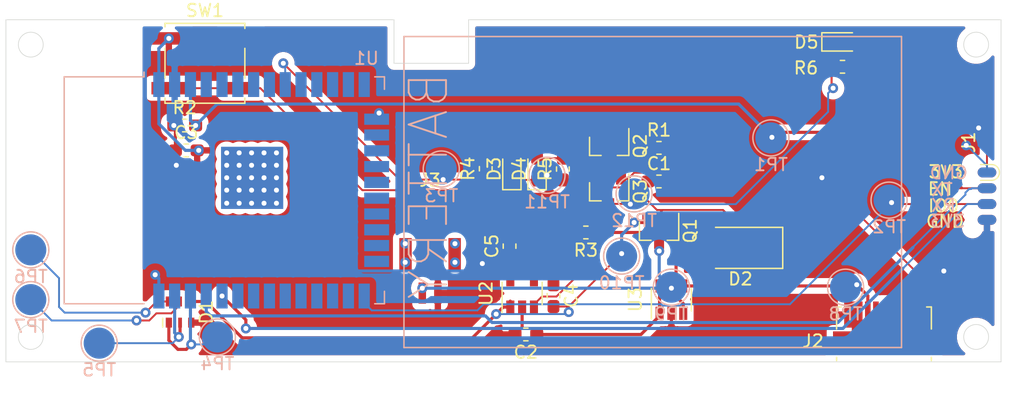
<source format=kicad_pcb>
(kicad_pcb (version 20171130) (host pcbnew 5.1.4-e60b266~84~ubuntu19.04.1)

  (general
    (thickness 1.6)
    (drawings 25)
    (tracks 298)
    (zones 0)
    (modules 38)
    (nets 51)
  )

  (page A4)
  (layers
    (0 F.Cu signal)
    (31 B.Cu signal)
    (32 B.Adhes user)
    (33 F.Adhes user)
    (34 B.Paste user)
    (35 F.Paste user)
    (36 B.SilkS user)
    (37 F.SilkS user)
    (38 B.Mask user)
    (39 F.Mask user)
    (40 Dwgs.User user)
    (41 Cmts.User user)
    (42 Eco1.User user)
    (43 Eco2.User user)
    (44 Edge.Cuts user)
    (45 Margin user)
    (46 B.CrtYd user)
    (47 F.CrtYd user)
    (48 B.Fab user)
    (49 F.Fab user)
  )

  (setup
    (last_trace_width 0.1524)
    (user_trace_width 0.1524)
    (user_trace_width 0.2)
    (trace_clearance 0.1524)
    (zone_clearance 0.508)
    (zone_45_only no)
    (trace_min 0.1524)
    (via_size 0.8)
    (via_drill 0.4)
    (via_min_size 0.4)
    (via_min_drill 0.3)
    (uvia_size 0.3)
    (uvia_drill 0.1)
    (uvias_allowed no)
    (uvia_min_size 0.2)
    (uvia_min_drill 0.1)
    (edge_width 0.05)
    (segment_width 0.2)
    (pcb_text_width 0.3)
    (pcb_text_size 1.5 1.5)
    (mod_edge_width 0.12)
    (mod_text_size 1 1)
    (mod_text_width 0.15)
    (pad_size 1.524 1.524)
    (pad_drill 0.762)
    (pad_to_mask_clearance 0.051)
    (solder_mask_min_width 0.25)
    (aux_axis_origin 0 0)
    (grid_origin 78.5 111.2)
    (visible_elements FFFFFF7F)
    (pcbplotparams
      (layerselection 0x010fc_ffffffff)
      (usegerberextensions false)
      (usegerberattributes false)
      (usegerberadvancedattributes false)
      (creategerberjobfile false)
      (excludeedgelayer true)
      (linewidth 0.100000)
      (plotframeref false)
      (viasonmask false)
      (mode 1)
      (useauxorigin false)
      (hpglpennumber 1)
      (hpglpenspeed 20)
      (hpglpendiameter 15.000000)
      (psnegative false)
      (psa4output false)
      (plotreference true)
      (plotvalue true)
      (plotinvisibletext false)
      (padsonsilk false)
      (subtractmaskfromsilk false)
      (outputformat 1)
      (mirror false)
      (drillshape 1)
      (scaleselection 1)
      (outputdirectory ""))
  )

  (net 0 "")
  (net 1 GND)
  (net 2 VUSB)
  (net 3 "Net-(D1-Pad6)")
  (net 4 "Net-(D1-Pad5)")
  (net 5 "Net-(D1-Pad2)")
  (net 6 "Net-(D1-Pad1)")
  (net 7 RX)
  (net 8 TX)
  (net 9 EN)
  (net 10 IO0)
  (net 11 +3V3)
  (net 12 "Net-(J2-Pad4)")
  (net 13 "Net-(J2-Pad3)")
  (net 14 "Net-(J2-Pad2)")
  (net 15 "Net-(U1-Pad33)")
  (net 16 "Net-(U1-Pad32)")
  (net 17 "Net-(U1-Pad31)")
  (net 18 "Net-(U1-Pad30)")
  (net 19 "Net-(U1-Pad29)")
  (net 20 "Net-(U1-Pad28)")
  (net 21 "Net-(U1-Pad27)")
  (net 22 "Net-(U1-Pad26)")
  (net 23 "Net-(U1-Pad24)")
  (net 24 "Net-(U1-Pad23)")
  (net 25 "Net-(U1-Pad22)")
  (net 26 "Net-(U1-Pad21)")
  (net 27 "Net-(U1-Pad20)")
  (net 28 "Net-(U1-Pad19)")
  (net 29 "Net-(U1-Pad18)")
  (net 30 "Net-(U1-Pad17)")
  (net 31 "Net-(U1-Pad13)")
  (net 32 "Net-(U1-Pad12)")
  (net 33 "Net-(U1-Pad11)")
  (net 34 "Net-(U1-Pad10)")
  (net 35 "Net-(U1-Pad8)")
  (net 36 "Net-(U1-Pad7)")
  (net 37 "Net-(U1-Pad6)")
  (net 38 "Net-(U1-Pad5)")
  (net 39 "Net-(U1-Pad4)")
  (net 40 "Net-(U2-Pad4)")
  (net 41 "Net-(U1-Pad16)")
  (net 42 "Net-(U1-Pad14)")
  (net 43 VIN)
  (net 44 VBAT)
  (net 45 "Net-(C1-Pad2)")
  (net 46 "Net-(D3-Pad2)")
  (net 47 PWR_EN)
  (net 48 "Net-(D3-Pad1)")
  (net 49 BTN)
  (net 50 "Net-(D5-Pad2)")

  (net_class Default "This is the default net class."
    (clearance 0.1524)
    (trace_width 0.1524)
    (via_dia 0.8)
    (via_drill 0.4)
    (uvia_dia 0.3)
    (uvia_drill 0.1)
    (add_net +3V3)
    (add_net BTN)
    (add_net EN)
    (add_net GND)
    (add_net IO0)
    (add_net "Net-(C1-Pad2)")
    (add_net "Net-(D1-Pad1)")
    (add_net "Net-(D1-Pad2)")
    (add_net "Net-(D1-Pad5)")
    (add_net "Net-(D1-Pad6)")
    (add_net "Net-(D3-Pad1)")
    (add_net "Net-(D3-Pad2)")
    (add_net "Net-(D5-Pad2)")
    (add_net "Net-(J2-Pad2)")
    (add_net "Net-(J2-Pad3)")
    (add_net "Net-(J2-Pad4)")
    (add_net "Net-(U1-Pad10)")
    (add_net "Net-(U1-Pad11)")
    (add_net "Net-(U1-Pad12)")
    (add_net "Net-(U1-Pad13)")
    (add_net "Net-(U1-Pad14)")
    (add_net "Net-(U1-Pad16)")
    (add_net "Net-(U1-Pad17)")
    (add_net "Net-(U1-Pad18)")
    (add_net "Net-(U1-Pad19)")
    (add_net "Net-(U1-Pad20)")
    (add_net "Net-(U1-Pad21)")
    (add_net "Net-(U1-Pad22)")
    (add_net "Net-(U1-Pad23)")
    (add_net "Net-(U1-Pad24)")
    (add_net "Net-(U1-Pad26)")
    (add_net "Net-(U1-Pad27)")
    (add_net "Net-(U1-Pad28)")
    (add_net "Net-(U1-Pad29)")
    (add_net "Net-(U1-Pad30)")
    (add_net "Net-(U1-Pad31)")
    (add_net "Net-(U1-Pad32)")
    (add_net "Net-(U1-Pad33)")
    (add_net "Net-(U1-Pad4)")
    (add_net "Net-(U1-Pad5)")
    (add_net "Net-(U1-Pad6)")
    (add_net "Net-(U1-Pad7)")
    (add_net "Net-(U1-Pad8)")
    (add_net "Net-(U2-Pad4)")
    (add_net PWR_EN)
    (add_net RX)
    (add_net TX)
    (add_net VBAT)
    (add_net VIN)
    (add_net VUSB)
  )

  (module TestPoint:TestPoint_Pad_D2.5mm (layer B.Cu) (tedit 5A0F774F) (tstamp 5D5E255D)
    (at 129 125.2)
    (descr "SMD pad as test Point, diameter 2.5mm")
    (tags "test point SMD pad")
    (path /5D83F8EF)
    (attr virtual)
    (fp_text reference TP12 (at 0 2.148) (layer B.SilkS)
      (effects (font (size 1 1) (thickness 0.15)) (justify mirror))
    )
    (fp_text value TP_PWR_EN (at 0 -2.25) (layer B.Fab)
      (effects (font (size 1 1) (thickness 0.15)) (justify mirror))
    )
    (fp_circle (center 0 0) (end 0 -1.45) (layer B.SilkS) (width 0.12))
    (fp_circle (center 0 0) (end 1.75 0) (layer B.CrtYd) (width 0.05))
    (fp_text user %R (at 0 2.15) (layer B.Fab)
      (effects (font (size 1 1) (thickness 0.15)) (justify mirror))
    )
    (pad 1 smd circle (at 0 0) (size 2.5 2.5) (layers B.Cu B.Mask)
      (net 47 PWR_EN))
  )

  (module TestPoint:TestPoint_Pad_D2.5mm (layer B.Cu) (tedit 5A0F774F) (tstamp 5D5E2555)
    (at 122 123.7)
    (descr "SMD pad as test Point, diameter 2.5mm")
    (tags "test point SMD pad")
    (path /5D846D97)
    (attr virtual)
    (fp_text reference TP11 (at 0 2.148) (layer B.SilkS)
      (effects (font (size 1 1) (thickness 0.15)) (justify mirror))
    )
    (fp_text value TP_SW (at 0 -2.25) (layer B.Fab)
      (effects (font (size 1 1) (thickness 0.15)) (justify mirror))
    )
    (fp_circle (center 0 0) (end 0 -1.45) (layer B.SilkS) (width 0.12))
    (fp_circle (center 0 0) (end 1.75 0) (layer B.CrtYd) (width 0.05))
    (fp_text user %R (at 0 2.15) (layer B.Fab)
      (effects (font (size 1 1) (thickness 0.15)) (justify mirror))
    )
    (pad 1 smd circle (at 0 0) (size 2.5 2.5) (layers B.Cu B.Mask)
      (net 48 "Net-(D3-Pad1)"))
  )

  (module TestPoint:TestPoint_Pad_D2.5mm (layer B.Cu) (tedit 5A0F774F) (tstamp 5D5E254D)
    (at 128 130.2)
    (descr "SMD pad as test Point, diameter 2.5mm")
    (tags "test point SMD pad")
    (path /5D76F189)
    (attr virtual)
    (fp_text reference TP10 (at 0 2.148) (layer B.SilkS)
      (effects (font (size 1 1) (thickness 0.15)) (justify mirror))
    )
    (fp_text value TP_VIN (at 0 -2.25) (layer B.Fab)
      (effects (font (size 1 1) (thickness 0.15)) (justify mirror))
    )
    (fp_circle (center 0 0) (end 0 -1.45) (layer B.SilkS) (width 0.12))
    (fp_circle (center 0 0) (end 1.75 0) (layer B.CrtYd) (width 0.05))
    (fp_text user %R (at 0 2.15) (layer B.Fab)
      (effects (font (size 1 1) (thickness 0.15)) (justify mirror))
    )
    (pad 1 smd circle (at 0 0) (size 2.5 2.5) (layers B.Cu B.Mask)
      (net 43 VIN))
  )

  (module TestPoint:TestPoint_Pad_D2.5mm (layer B.Cu) (tedit 5A0F774F) (tstamp 5D5E2545)
    (at 132 132.7)
    (descr "SMD pad as test Point, diameter 2.5mm")
    (tags "test point SMD pad")
    (path /5D775FD2)
    (attr virtual)
    (fp_text reference TP9 (at 0 2.148) (layer B.SilkS)
      (effects (font (size 1 1) (thickness 0.15)) (justify mirror))
    )
    (fp_text value TP_VBAT (at 0 -2.25) (layer B.Fab)
      (effects (font (size 1 1) (thickness 0.15)) (justify mirror))
    )
    (fp_circle (center 0 0) (end 0 -1.45) (layer B.SilkS) (width 0.12))
    (fp_circle (center 0 0) (end 1.75 0) (layer B.CrtYd) (width 0.05))
    (fp_text user %R (at 0 2.15) (layer B.Fab)
      (effects (font (size 1 1) (thickness 0.15)) (justify mirror))
    )
    (pad 1 smd circle (at 0 0) (size 2.5 2.5) (layers B.Cu B.Mask)
      (net 44 VBAT))
  )

  (module TestPoint:TestPoint_Pad_D2.5mm (layer B.Cu) (tedit 5A0F774F) (tstamp 5D5E253D)
    (at 146 132.7)
    (descr "SMD pad as test Point, diameter 2.5mm")
    (tags "test point SMD pad")
    (path /5D77526E)
    (attr virtual)
    (fp_text reference TP8 (at 0 2.148) (layer B.SilkS)
      (effects (font (size 1 1) (thickness 0.15)) (justify mirror))
    )
    (fp_text value TP_VBUS (at 0 -2.25) (layer B.Fab)
      (effects (font (size 1 1) (thickness 0.15)) (justify mirror))
    )
    (fp_circle (center 0 0) (end 0 -1.45) (layer B.SilkS) (width 0.12))
    (fp_circle (center 0 0) (end 1.75 0) (layer B.CrtYd) (width 0.05))
    (fp_text user %R (at 0 2.15) (layer B.Fab)
      (effects (font (size 1 1) (thickness 0.15)) (justify mirror))
    )
    (pad 1 smd circle (at 0 0) (size 2.5 2.5) (layers B.Cu B.Mask)
      (net 2 VUSB))
  )

  (module TestPoint:TestPoint_Pad_D2.5mm (layer B.Cu) (tedit 5A0F774F) (tstamp 5D5E2535)
    (at 80.5 133.7)
    (descr "SMD pad as test Point, diameter 2.5mm")
    (tags "test point SMD pad")
    (path /5D63E9C0)
    (attr virtual)
    (fp_text reference TP7 (at 0 2.148) (layer B.SilkS)
      (effects (font (size 1 1) (thickness 0.15)) (justify mirror))
    )
    (fp_text value TP_CO (at 0 -2.25) (layer B.Fab)
      (effects (font (size 1 1) (thickness 0.15)) (justify mirror))
    )
    (fp_circle (center 0 0) (end 0 -1.45) (layer B.SilkS) (width 0.12))
    (fp_circle (center 0 0) (end 1.75 0) (layer B.CrtYd) (width 0.05))
    (fp_text user %R (at 0 2.15) (layer B.Fab)
      (effects (font (size 1 1) (thickness 0.15)) (justify mirror))
    )
    (pad 1 smd circle (at 0 0) (size 2.5 2.5) (layers B.Cu B.Mask)
      (net 4 "Net-(D1-Pad5)"))
  )

  (module TestPoint:TestPoint_Pad_D2.5mm (layer B.Cu) (tedit 5A0F774F) (tstamp 5D5E252D)
    (at 80.5 129.7)
    (descr "SMD pad as test Point, diameter 2.5mm")
    (tags "test point SMD pad")
    (path /5D645938)
    (attr virtual)
    (fp_text reference TP6 (at 0 2.148) (layer B.SilkS)
      (effects (font (size 1 1) (thickness 0.15)) (justify mirror))
    )
    (fp_text value TP_DO (at 0 -2.25) (layer B.Fab)
      (effects (font (size 1 1) (thickness 0.15)) (justify mirror))
    )
    (fp_circle (center 0 0) (end 0 -1.45) (layer B.SilkS) (width 0.12))
    (fp_circle (center 0 0) (end 1.75 0) (layer B.CrtYd) (width 0.05))
    (fp_text user %R (at 0 2.15) (layer B.Fab)
      (effects (font (size 1 1) (thickness 0.15)) (justify mirror))
    )
    (pad 1 smd circle (at 0 0) (size 2.5 2.5) (layers B.Cu B.Mask)
      (net 3 "Net-(D1-Pad6)"))
  )

  (module TestPoint:TestPoint_Pad_D2.5mm (layer B.Cu) (tedit 5A0F774F) (tstamp 5D5E2525)
    (at 86 137.2)
    (descr "SMD pad as test Point, diameter 2.5mm")
    (tags "test point SMD pad")
    (path /5D64A19B)
    (attr virtual)
    (fp_text reference TP5 (at 0 2.148) (layer B.SilkS)
      (effects (font (size 1 1) (thickness 0.15)) (justify mirror))
    )
    (fp_text value TP_CI (at 0 -2.25) (layer B.Fab)
      (effects (font (size 1 1) (thickness 0.15)) (justify mirror))
    )
    (fp_circle (center 0 0) (end 0 -1.45) (layer B.SilkS) (width 0.12))
    (fp_circle (center 0 0) (end 1.75 0) (layer B.CrtYd) (width 0.05))
    (fp_text user %R (at 0 2.15) (layer B.Fab)
      (effects (font (size 1 1) (thickness 0.15)) (justify mirror))
    )
    (pad 1 smd circle (at 0 0) (size 2.5 2.5) (layers B.Cu B.Mask)
      (net 5 "Net-(D1-Pad2)"))
  )

  (module TestPoint:TestPoint_Pad_D2.5mm (layer B.Cu) (tedit 5A0F774F) (tstamp 5D5E251D)
    (at 95.5 136.7)
    (descr "SMD pad as test Point, diameter 2.5mm")
    (tags "test point SMD pad")
    (path /5D64AF69)
    (attr virtual)
    (fp_text reference TP4 (at 0 2.148) (layer B.SilkS)
      (effects (font (size 1 1) (thickness 0.15)) (justify mirror))
    )
    (fp_text value TP_DO (at 0 -2.25) (layer B.Fab)
      (effects (font (size 1 1) (thickness 0.15)) (justify mirror))
    )
    (fp_circle (center 0 0) (end 0 -1.45) (layer B.SilkS) (width 0.12))
    (fp_circle (center 0 0) (end 1.75 0) (layer B.CrtYd) (width 0.05))
    (fp_text user %R (at 0 2.15) (layer B.Fab)
      (effects (font (size 1 1) (thickness 0.15)) (justify mirror))
    )
    (pad 1 smd circle (at 0 0) (size 2.5 2.5) (layers B.Cu B.Mask)
      (net 6 "Net-(D1-Pad1)"))
  )

  (module TestPoint:TestPoint_Pad_D2.5mm (layer B.Cu) (tedit 5A0F774F) (tstamp 5D5E2515)
    (at 113.5 123.2)
    (descr "SMD pad as test Point, diameter 2.5mm")
    (tags "test point SMD pad")
    (path /5D65BB9A)
    (attr virtual)
    (fp_text reference TP3 (at 0 2.148) (layer B.SilkS)
      (effects (font (size 1 1) (thickness 0.15)) (justify mirror))
    )
    (fp_text value TP_BTN (at 0 -2.25) (layer B.Fab)
      (effects (font (size 1 1) (thickness 0.15)) (justify mirror))
    )
    (fp_circle (center 0 0) (end 0 -1.45) (layer B.SilkS) (width 0.12))
    (fp_circle (center 0 0) (end 1.75 0) (layer B.CrtYd) (width 0.05))
    (fp_text user %R (at 0 2.15) (layer B.Fab)
      (effects (font (size 1 1) (thickness 0.15)) (justify mirror))
    )
    (pad 1 smd circle (at 0 0) (size 2.5 2.5) (layers B.Cu B.Mask)
      (net 49 BTN))
  )

  (module TestPoint:TestPoint_Pad_D2.5mm (layer B.Cu) (tedit 5A0F774F) (tstamp 5D5E250D)
    (at 149.5 125.7)
    (descr "SMD pad as test Point, diameter 2.5mm")
    (tags "test point SMD pad")
    (path /5D64C1A9)
    (attr virtual)
    (fp_text reference TP2 (at 0 2.148) (layer B.SilkS)
      (effects (font (size 1 1) (thickness 0.15)) (justify mirror))
    )
    (fp_text value TP_IO0 (at 0 -2.25) (layer B.Fab)
      (effects (font (size 1 1) (thickness 0.15)) (justify mirror))
    )
    (fp_circle (center 0 0) (end 0 -1.45) (layer B.SilkS) (width 0.12))
    (fp_circle (center 0 0) (end 1.75 0) (layer B.CrtYd) (width 0.05))
    (fp_text user %R (at 0 2.15) (layer B.Fab)
      (effects (font (size 1 1) (thickness 0.15)) (justify mirror))
    )
    (pad 1 smd circle (at 0 0) (size 2.5 2.5) (layers B.Cu B.Mask)
      (net 10 IO0))
  )

  (module TestPoint:TestPoint_Pad_D2.5mm (layer B.Cu) (tedit 5A0F774F) (tstamp 5D5E2505)
    (at 140 120.7)
    (descr "SMD pad as test Point, diameter 2.5mm")
    (tags "test point SMD pad")
    (path /5D65161E)
    (attr virtual)
    (fp_text reference TP1 (at 0 2.148) (layer B.SilkS)
      (effects (font (size 1 1) (thickness 0.15)) (justify mirror))
    )
    (fp_text value TP_EN (at 0 -2.25) (layer B.Fab)
      (effects (font (size 1 1) (thickness 0.15)) (justify mirror))
    )
    (fp_circle (center 0 0) (end 0 -1.45) (layer B.SilkS) (width 0.12))
    (fp_circle (center 0 0) (end 1.75 0) (layer B.CrtYd) (width 0.05))
    (fp_text user %R (at 0 2.15) (layer B.Fab)
      (effects (font (size 1 1) (thickness 0.15)) (justify mirror))
    )
    (pad 1 smd circle (at 0 0) (size 2.5 2.5) (layers B.Cu B.Mask)
      (net 9 EN))
  )

  (module RF_Module:ESP32-WROOM-32 (layer B.Cu) (tedit 5B5B4654) (tstamp 5CE50203)
    (at 99.05 124.91 270)
    (descr "Single 2.4 GHz Wi-Fi and Bluetooth combo chip https://www.espressif.com/sites/default/files/documentation/esp32-wroom-32_datasheet_en.pdf")
    (tags "Single 2.4 GHz Wi-Fi and Bluetooth combo  chip")
    (path /5CE4A36D)
    (attr smd)
    (fp_text reference U1 (at -10.61 -8.43 180) (layer B.SilkS)
      (effects (font (size 1 1) (thickness 0.15)) (justify mirror))
    )
    (fp_text value ESP32-WROOM-32 (at 0 -11.5 90) (layer B.Fab)
      (effects (font (size 1 1) (thickness 0.15)) (justify mirror))
    )
    (fp_line (start -9.12 9.445) (end -9.5 9.445) (layer B.SilkS) (width 0.12))
    (fp_line (start -9.12 15.865) (end -9.12 9.445) (layer B.SilkS) (width 0.12))
    (fp_line (start 9.12 15.865) (end 9.12 9.445) (layer B.SilkS) (width 0.12))
    (fp_line (start -9.12 15.865) (end 9.12 15.865) (layer B.SilkS) (width 0.12))
    (fp_line (start 9.12 -9.88) (end 8.12 -9.88) (layer B.SilkS) (width 0.12))
    (fp_line (start 9.12 -9.1) (end 9.12 -9.88) (layer B.SilkS) (width 0.12))
    (fp_line (start -9.12 -9.88) (end -8.12 -9.88) (layer B.SilkS) (width 0.12))
    (fp_line (start -9.12 -9.1) (end -9.12 -9.88) (layer B.SilkS) (width 0.12))
    (fp_line (start 8.4 20.6) (end 8.2 20.4) (layer Cmts.User) (width 0.1))
    (fp_line (start 8.4 16) (end 8.4 20.6) (layer Cmts.User) (width 0.1))
    (fp_line (start 8.4 20.6) (end 8.6 20.4) (layer Cmts.User) (width 0.1))
    (fp_line (start 8.4 16) (end 8.6 16.2) (layer Cmts.User) (width 0.1))
    (fp_line (start 8.4 16) (end 8.2 16.2) (layer Cmts.User) (width 0.1))
    (fp_line (start -9.2 13.875) (end -9.4 14.075) (layer Cmts.User) (width 0.1))
    (fp_line (start -13.8 13.875) (end -9.2 13.875) (layer Cmts.User) (width 0.1))
    (fp_line (start -9.2 13.875) (end -9.4 13.675) (layer Cmts.User) (width 0.1))
    (fp_line (start -13.8 13.875) (end -13.6 13.675) (layer Cmts.User) (width 0.1))
    (fp_line (start -13.8 13.875) (end -13.6 14.075) (layer Cmts.User) (width 0.1))
    (fp_line (start 9.2 13.875) (end 9.4 13.675) (layer Cmts.User) (width 0.1))
    (fp_line (start 9.2 13.875) (end 9.4 14.075) (layer Cmts.User) (width 0.1))
    (fp_line (start 13.8 13.875) (end 13.6 13.675) (layer Cmts.User) (width 0.1))
    (fp_line (start 13.8 13.875) (end 13.6 14.075) (layer Cmts.User) (width 0.1))
    (fp_line (start 9.2 13.875) (end 13.8 13.875) (layer Cmts.User) (width 0.1))
    (fp_line (start 14 11.585) (end 12 9.97) (layer Dwgs.User) (width 0.1))
    (fp_line (start 14 13.2) (end 10 9.97) (layer Dwgs.User) (width 0.1))
    (fp_line (start 14 14.815) (end 8 9.97) (layer Dwgs.User) (width 0.1))
    (fp_line (start 14 16.43) (end 6 9.97) (layer Dwgs.User) (width 0.1))
    (fp_line (start 14 18.045) (end 4 9.97) (layer Dwgs.User) (width 0.1))
    (fp_line (start 14 19.66) (end 2 9.97) (layer Dwgs.User) (width 0.1))
    (fp_line (start 13.475 20.75) (end 0 9.97) (layer Dwgs.User) (width 0.1))
    (fp_line (start 11.475 20.75) (end -2 9.97) (layer Dwgs.User) (width 0.1))
    (fp_line (start 9.475 20.75) (end -4 9.97) (layer Dwgs.User) (width 0.1))
    (fp_line (start 7.475 20.75) (end -6 9.97) (layer Dwgs.User) (width 0.1))
    (fp_line (start -8 9.97) (end 5.475 20.75) (layer Dwgs.User) (width 0.1))
    (fp_line (start 3.475 20.75) (end -10 9.97) (layer Dwgs.User) (width 0.1))
    (fp_line (start 1.475 20.75) (end -12 9.97) (layer Dwgs.User) (width 0.1))
    (fp_line (start -0.525 20.75) (end -14 9.97) (layer Dwgs.User) (width 0.1))
    (fp_line (start -2.525 20.75) (end -14 11.585) (layer Dwgs.User) (width 0.1))
    (fp_line (start -4.525 20.75) (end -14 13.2) (layer Dwgs.User) (width 0.1))
    (fp_line (start -6.525 20.75) (end -14 14.815) (layer Dwgs.User) (width 0.1))
    (fp_line (start -8.525 20.75) (end -14 16.43) (layer Dwgs.User) (width 0.1))
    (fp_line (start -10.525 20.75) (end -14 18.045) (layer Dwgs.User) (width 0.1))
    (fp_line (start -12.525 20.75) (end -14 19.66) (layer Dwgs.User) (width 0.1))
    (fp_line (start 9.75 9.72) (end 14.25 9.72) (layer B.CrtYd) (width 0.05))
    (fp_line (start -14.25 9.72) (end -9.75 9.72) (layer B.CrtYd) (width 0.05))
    (fp_line (start 14.25 21) (end 14.25 9.72) (layer B.CrtYd) (width 0.05))
    (fp_line (start -14.25 21) (end -14.25 9.72) (layer B.CrtYd) (width 0.05))
    (fp_line (start 14 20.75) (end -14 20.75) (layer Dwgs.User) (width 0.1))
    (fp_line (start 14 9.97) (end 14 20.75) (layer Dwgs.User) (width 0.1))
    (fp_line (start 14 9.97) (end -14 9.97) (layer Dwgs.User) (width 0.1))
    (fp_line (start -9 9.02) (end -8.5 9.52) (layer B.Fab) (width 0.1))
    (fp_line (start -8.5 9.52) (end -9 10.02) (layer B.Fab) (width 0.1))
    (fp_line (start -9 9.02) (end -9 -9.76) (layer B.Fab) (width 0.1))
    (fp_line (start -14.25 21) (end 14.25 21) (layer B.CrtYd) (width 0.05))
    (fp_line (start 9.75 9.72) (end 9.75 -10.5) (layer B.CrtYd) (width 0.05))
    (fp_line (start -9.75 -10.5) (end 9.75 -10.5) (layer B.CrtYd) (width 0.05))
    (fp_line (start -9.75 -10.5) (end -9.75 9.72) (layer B.CrtYd) (width 0.05))
    (fp_line (start -9 15.745) (end 9 15.745) (layer B.Fab) (width 0.1))
    (fp_line (start -9 15.745) (end -9 10.02) (layer B.Fab) (width 0.1))
    (fp_line (start -9 -9.76) (end 9 -9.76) (layer B.Fab) (width 0.1))
    (fp_line (start 9 -9.76) (end 9 15.745) (layer B.Fab) (width 0.1))
    (fp_line (start -14 9.97) (end -14 20.75) (layer Dwgs.User) (width 0.1))
    (fp_text user "5 mm" (at 7.8 19.075 180) (layer Cmts.User)
      (effects (font (size 0.5 0.5) (thickness 0.1)))
    )
    (fp_text user "5 mm" (at -11.2 14.375 90) (layer Cmts.User)
      (effects (font (size 0.5 0.5) (thickness 0.1)))
    )
    (fp_text user "5 mm" (at 11.8 14.375 90) (layer Cmts.User)
      (effects (font (size 0.5 0.5) (thickness 0.1)))
    )
    (fp_text user Antenna (at 0 13 90) (layer Cmts.User)
      (effects (font (size 1 1) (thickness 0.15)))
    )
    (fp_text user "KEEP-OUT ZONE" (at 0 19 90) (layer Cmts.User)
      (effects (font (size 1 1) (thickness 0.15)))
    )
    (fp_text user %R (at 0 0 90) (layer B.Fab)
      (effects (font (size 1 1) (thickness 0.15)) (justify mirror))
    )
    (pad 38 smd rect (at 8.5 8.255 270) (size 2 0.9) (layers B.Cu B.Paste B.Mask)
      (net 1 GND))
    (pad 37 smd rect (at 8.5 6.985 270) (size 2 0.9) (layers B.Cu B.Paste B.Mask)
      (net 5 "Net-(D1-Pad2)"))
    (pad 36 smd rect (at 8.5 5.715 270) (size 2 0.9) (layers B.Cu B.Paste B.Mask)
      (net 6 "Net-(D1-Pad1)"))
    (pad 35 smd rect (at 8.5 4.445 270) (size 2 0.9) (layers B.Cu B.Paste B.Mask)
      (net 8 TX))
    (pad 34 smd rect (at 8.5 3.175 270) (size 2 0.9) (layers B.Cu B.Paste B.Mask)
      (net 7 RX))
    (pad 33 smd rect (at 8.5 1.905 270) (size 2 0.9) (layers B.Cu B.Paste B.Mask)
      (net 15 "Net-(U1-Pad33)"))
    (pad 32 smd rect (at 8.5 0.635 270) (size 2 0.9) (layers B.Cu B.Paste B.Mask)
      (net 16 "Net-(U1-Pad32)"))
    (pad 31 smd rect (at 8.5 -0.635 270) (size 2 0.9) (layers B.Cu B.Paste B.Mask)
      (net 17 "Net-(U1-Pad31)"))
    (pad 30 smd rect (at 8.5 -1.905 270) (size 2 0.9) (layers B.Cu B.Paste B.Mask)
      (net 18 "Net-(U1-Pad30)"))
    (pad 29 smd rect (at 8.5 -3.175 270) (size 2 0.9) (layers B.Cu B.Paste B.Mask)
      (net 19 "Net-(U1-Pad29)"))
    (pad 28 smd rect (at 8.5 -4.445 270) (size 2 0.9) (layers B.Cu B.Paste B.Mask)
      (net 20 "Net-(U1-Pad28)"))
    (pad 27 smd rect (at 8.5 -5.715 270) (size 2 0.9) (layers B.Cu B.Paste B.Mask)
      (net 21 "Net-(U1-Pad27)"))
    (pad 26 smd rect (at 8.5 -6.985 270) (size 2 0.9) (layers B.Cu B.Paste B.Mask)
      (net 22 "Net-(U1-Pad26)"))
    (pad 25 smd rect (at 8.5 -8.255 270) (size 2 0.9) (layers B.Cu B.Paste B.Mask)
      (net 10 IO0))
    (pad 24 smd rect (at 5.715 -9.255 180) (size 2 0.9) (layers B.Cu B.Paste B.Mask)
      (net 23 "Net-(U1-Pad24)"))
    (pad 23 smd rect (at 4.445 -9.255 180) (size 2 0.9) (layers B.Cu B.Paste B.Mask)
      (net 24 "Net-(U1-Pad23)"))
    (pad 22 smd rect (at 3.175 -9.255 180) (size 2 0.9) (layers B.Cu B.Paste B.Mask)
      (net 25 "Net-(U1-Pad22)"))
    (pad 21 smd rect (at 1.905 -9.255 180) (size 2 0.9) (layers B.Cu B.Paste B.Mask)
      (net 26 "Net-(U1-Pad21)"))
    (pad 20 smd rect (at 0.635 -9.255 180) (size 2 0.9) (layers B.Cu B.Paste B.Mask)
      (net 27 "Net-(U1-Pad20)"))
    (pad 19 smd rect (at -0.635 -9.255 180) (size 2 0.9) (layers B.Cu B.Paste B.Mask)
      (net 28 "Net-(U1-Pad19)"))
    (pad 18 smd rect (at -1.905 -9.255 180) (size 2 0.9) (layers B.Cu B.Paste B.Mask)
      (net 29 "Net-(U1-Pad18)"))
    (pad 17 smd rect (at -3.175 -9.255 180) (size 2 0.9) (layers B.Cu B.Paste B.Mask)
      (net 30 "Net-(U1-Pad17)"))
    (pad 16 smd rect (at -4.445 -9.255 180) (size 2 0.9) (layers B.Cu B.Paste B.Mask)
      (net 41 "Net-(U1-Pad16)"))
    (pad 15 smd rect (at -5.715 -9.255 180) (size 2 0.9) (layers B.Cu B.Paste B.Mask)
      (net 1 GND))
    (pad 14 smd rect (at -8.5 -8.255 270) (size 2 0.9) (layers B.Cu B.Paste B.Mask)
      (net 42 "Net-(U1-Pad14)"))
    (pad 13 smd rect (at -8.5 -6.985 270) (size 2 0.9) (layers B.Cu B.Paste B.Mask)
      (net 31 "Net-(U1-Pad13)"))
    (pad 12 smd rect (at -8.5 -5.715 270) (size 2 0.9) (layers B.Cu B.Paste B.Mask)
      (net 32 "Net-(U1-Pad12)"))
    (pad 11 smd rect (at -8.5 -4.445 270) (size 2 0.9) (layers B.Cu B.Paste B.Mask)
      (net 33 "Net-(U1-Pad11)"))
    (pad 10 smd rect (at -8.5 -3.175 270) (size 2 0.9) (layers B.Cu B.Paste B.Mask)
      (net 34 "Net-(U1-Pad10)"))
    (pad 9 smd rect (at -8.5 -1.905 270) (size 2 0.9) (layers B.Cu B.Paste B.Mask)
      (net 49 BTN))
    (pad 8 smd rect (at -8.5 -0.635 270) (size 2 0.9) (layers B.Cu B.Paste B.Mask)
      (net 35 "Net-(U1-Pad8)"))
    (pad 7 smd rect (at -8.5 0.635 270) (size 2 0.9) (layers B.Cu B.Paste B.Mask)
      (net 36 "Net-(U1-Pad7)"))
    (pad 6 smd rect (at -8.5 1.905 270) (size 2 0.9) (layers B.Cu B.Paste B.Mask)
      (net 37 "Net-(U1-Pad6)"))
    (pad 5 smd rect (at -8.5 3.175 270) (size 2 0.9) (layers B.Cu B.Paste B.Mask)
      (net 38 "Net-(U1-Pad5)"))
    (pad 4 smd rect (at -8.5 4.445 270) (size 2 0.9) (layers B.Cu B.Paste B.Mask)
      (net 39 "Net-(U1-Pad4)"))
    (pad 3 smd rect (at -8.5 5.715 270) (size 2 0.9) (layers B.Cu B.Paste B.Mask)
      (net 9 EN))
    (pad 2 smd rect (at -8.5 6.985 270) (size 2 0.9) (layers B.Cu B.Paste B.Mask)
      (net 11 +3V3))
    (pad 1 smd rect (at -8.5 8.255 270) (size 2 0.9) (layers B.Cu B.Paste B.Mask)
      (net 1 GND))
    (pad 39 smd rect (at -1 0.755 270) (size 5 5) (layers B.Cu B.Paste B.Mask))
    (model ${KISYS3DMOD}/RF_Module.3dshapes/ESP32-WROOM-32.wrl
      (at (xyz 0 0 0))
      (scale (xyz 1 1 1))
      (rotate (xyz 0 0 0))
    )
  )

  (module Package_TO_SOT_SMD:SOT-23 (layer F.Cu) (tedit 5A02FF57) (tstamp 5D564A7F)
    (at 127 125 270)
    (descr "SOT-23, Standard")
    (tags SOT-23)
    (path /5D61FEAB)
    (attr smd)
    (fp_text reference Q3 (at 0 -2.5 90) (layer F.SilkS)
      (effects (font (size 1 1) (thickness 0.15)))
    )
    (fp_text value DMG2305UX-13 (at 0 2.5 90) (layer F.Fab)
      (effects (font (size 1 1) (thickness 0.15)))
    )
    (fp_line (start 0.76 1.58) (end -0.7 1.58) (layer F.SilkS) (width 0.12))
    (fp_line (start 0.76 -1.58) (end -1.4 -1.58) (layer F.SilkS) (width 0.12))
    (fp_line (start -1.7 1.75) (end -1.7 -1.75) (layer F.CrtYd) (width 0.05))
    (fp_line (start 1.7 1.75) (end -1.7 1.75) (layer F.CrtYd) (width 0.05))
    (fp_line (start 1.7 -1.75) (end 1.7 1.75) (layer F.CrtYd) (width 0.05))
    (fp_line (start -1.7 -1.75) (end 1.7 -1.75) (layer F.CrtYd) (width 0.05))
    (fp_line (start 0.76 -1.58) (end 0.76 -0.65) (layer F.SilkS) (width 0.12))
    (fp_line (start 0.76 1.58) (end 0.76 0.65) (layer F.SilkS) (width 0.12))
    (fp_line (start -0.7 1.52) (end 0.7 1.52) (layer F.Fab) (width 0.1))
    (fp_line (start 0.7 -1.52) (end 0.7 1.52) (layer F.Fab) (width 0.1))
    (fp_line (start -0.7 -0.95) (end -0.15 -1.52) (layer F.Fab) (width 0.1))
    (fp_line (start -0.15 -1.52) (end 0.7 -1.52) (layer F.Fab) (width 0.1))
    (fp_line (start -0.7 -0.95) (end -0.7 1.5) (layer F.Fab) (width 0.1))
    (fp_text user %R (at 0 0) (layer F.Fab)
      (effects (font (size 0.5 0.5) (thickness 0.075)))
    )
    (pad 3 smd rect (at 1 0 270) (size 0.9 0.8) (layers F.Cu F.Paste F.Mask)
      (net 47 PWR_EN))
    (pad 2 smd rect (at -1 0.95 270) (size 0.9 0.8) (layers F.Cu F.Paste F.Mask)
      (net 43 VIN))
    (pad 1 smd rect (at -1 -0.95 270) (size 0.9 0.8) (layers F.Cu F.Paste F.Mask)
      (net 45 "Net-(C1-Pad2)"))
    (model ${KISYS3DMOD}/Package_TO_SOT_SMD.3dshapes/SOT-23.wrl
      (at (xyz 0 0 0))
      (scale (xyz 1 1 1))
      (rotate (xyz 0 0 0))
    )
  )

  (module Package_TO_SOT_SMD:SOT-23 (layer F.Cu) (tedit 5A02FF57) (tstamp 5CE83B8D)
    (at 131.01 128.17 270)
    (descr "SOT-23, Standard")
    (tags SOT-23)
    (path /5CE89340)
    (attr smd)
    (fp_text reference Q1 (at 0 -2.5 90) (layer F.SilkS)
      (effects (font (size 1 1) (thickness 0.15)))
    )
    (fp_text value BSS83P (at 0 2.5 90) (layer F.Fab)
      (effects (font (size 1 1) (thickness 0.15)))
    )
    (fp_line (start 0.76 1.58) (end -0.7 1.58) (layer F.SilkS) (width 0.12))
    (fp_line (start 0.76 -1.58) (end -1.4 -1.58) (layer F.SilkS) (width 0.12))
    (fp_line (start -1.7 1.75) (end -1.7 -1.75) (layer F.CrtYd) (width 0.05))
    (fp_line (start 1.7 1.75) (end -1.7 1.75) (layer F.CrtYd) (width 0.05))
    (fp_line (start 1.7 -1.75) (end 1.7 1.75) (layer F.CrtYd) (width 0.05))
    (fp_line (start -1.7 -1.75) (end 1.7 -1.75) (layer F.CrtYd) (width 0.05))
    (fp_line (start 0.76 -1.58) (end 0.76 -0.65) (layer F.SilkS) (width 0.12))
    (fp_line (start 0.76 1.58) (end 0.76 0.65) (layer F.SilkS) (width 0.12))
    (fp_line (start -0.7 1.52) (end 0.7 1.52) (layer F.Fab) (width 0.1))
    (fp_line (start 0.7 -1.52) (end 0.7 1.52) (layer F.Fab) (width 0.1))
    (fp_line (start -0.7 -0.95) (end -0.15 -1.52) (layer F.Fab) (width 0.1))
    (fp_line (start -0.15 -1.52) (end 0.7 -1.52) (layer F.Fab) (width 0.1))
    (fp_line (start -0.7 -0.95) (end -0.7 1.5) (layer F.Fab) (width 0.1))
    (fp_text user %R (at 0 0 270) (layer F.Fab)
      (effects (font (size 0.5 0.5) (thickness 0.075)))
    )
    (pad 3 smd rect (at 1 0 270) (size 0.9 0.8) (layers F.Cu F.Paste F.Mask)
      (net 44 VBAT))
    (pad 2 smd rect (at -1 0.95 270) (size 0.9 0.8) (layers F.Cu F.Paste F.Mask)
      (net 43 VIN))
    (pad 1 smd rect (at -1 -0.95 270) (size 0.9 0.8) (layers F.Cu F.Paste F.Mask)
      (net 2 VUSB))
    (model ${KISYS3DMOD}/Package_TO_SOT_SMD.3dshapes/SOT-23.wrl
      (at (xyz 0 0 0))
      (scale (xyz 1 1 1))
      (rotate (xyz 0 0 0))
    )
  )

  (module Package_TO_SOT_SMD:SOT-23 (layer F.Cu) (tedit 5A02FF57) (tstamp 5D5643C6)
    (at 127 121.35 270)
    (descr "SOT-23, Standard")
    (tags SOT-23)
    (path /5D622AAF)
    (attr smd)
    (fp_text reference Q2 (at 0 -2.5 90) (layer F.SilkS)
      (effects (font (size 1 1) (thickness 0.15)))
    )
    (fp_text value DMG2302U (at 0 2.5 90) (layer F.Fab)
      (effects (font (size 1 1) (thickness 0.15)))
    )
    (fp_line (start 0.76 1.58) (end -0.7 1.58) (layer F.SilkS) (width 0.12))
    (fp_line (start 0.76 -1.58) (end -1.4 -1.58) (layer F.SilkS) (width 0.12))
    (fp_line (start -1.7 1.75) (end -1.7 -1.75) (layer F.CrtYd) (width 0.05))
    (fp_line (start 1.7 1.75) (end -1.7 1.75) (layer F.CrtYd) (width 0.05))
    (fp_line (start 1.7 -1.75) (end 1.7 1.75) (layer F.CrtYd) (width 0.05))
    (fp_line (start -1.7 -1.75) (end 1.7 -1.75) (layer F.CrtYd) (width 0.05))
    (fp_line (start 0.76 -1.58) (end 0.76 -0.65) (layer F.SilkS) (width 0.12))
    (fp_line (start 0.76 1.58) (end 0.76 0.65) (layer F.SilkS) (width 0.12))
    (fp_line (start -0.7 1.52) (end 0.7 1.52) (layer F.Fab) (width 0.1))
    (fp_line (start 0.7 -1.52) (end 0.7 1.52) (layer F.Fab) (width 0.1))
    (fp_line (start -0.7 -0.95) (end -0.15 -1.52) (layer F.Fab) (width 0.1))
    (fp_line (start -0.15 -1.52) (end 0.7 -1.52) (layer F.Fab) (width 0.1))
    (fp_line (start -0.7 -0.95) (end -0.7 1.5) (layer F.Fab) (width 0.1))
    (fp_text user %R (at 0 0) (layer F.Fab)
      (effects (font (size 0.5 0.5) (thickness 0.075)))
    )
    (pad 3 smd rect (at 1 0 270) (size 0.9 0.8) (layers F.Cu F.Paste F.Mask)
      (net 45 "Net-(C1-Pad2)"))
    (pad 2 smd rect (at -1 0.95 270) (size 0.9 0.8) (layers F.Cu F.Paste F.Mask)
      (net 1 GND))
    (pad 1 smd rect (at -1 -0.95 270) (size 0.9 0.8) (layers F.Cu F.Paste F.Mask)
      (net 46 "Net-(D3-Pad2)"))
    (model ${KISYS3DMOD}/Package_TO_SOT_SMD.3dshapes/SOT-23.wrl
      (at (xyz 0 0 0))
      (scale (xyz 1 1 1))
      (rotate (xyz 0 0 0))
    )
  )

  (module Resistor_SMD:R_0603_1608Metric_Pad1.05x0.95mm_HandSolder (layer F.Cu) (tedit 5B301BBD) (tstamp 5D554494)
    (at 145.755 114.98)
    (descr "Resistor SMD 0603 (1608 Metric), square (rectangular) end terminal, IPC_7351 nominal with elongated pad for handsoldering. (Body size source: http://www.tortai-tech.com/upload/download/2011102023233369053.pdf), generated with kicad-footprint-generator")
    (tags "resistor handsolder")
    (path /5D6BD3DE)
    (attr smd)
    (fp_text reference R6 (at -2.935 0.1) (layer F.SilkS)
      (effects (font (size 1 1) (thickness 0.15)))
    )
    (fp_text value 330R (at 0 1.43) (layer F.Fab)
      (effects (font (size 1 1) (thickness 0.15)))
    )
    (fp_text user %R (at 0 0) (layer F.Fab)
      (effects (font (size 0.4 0.4) (thickness 0.06)))
    )
    (fp_line (start 1.65 0.73) (end -1.65 0.73) (layer F.CrtYd) (width 0.05))
    (fp_line (start 1.65 -0.73) (end 1.65 0.73) (layer F.CrtYd) (width 0.05))
    (fp_line (start -1.65 -0.73) (end 1.65 -0.73) (layer F.CrtYd) (width 0.05))
    (fp_line (start -1.65 0.73) (end -1.65 -0.73) (layer F.CrtYd) (width 0.05))
    (fp_line (start -0.171267 0.51) (end 0.171267 0.51) (layer F.SilkS) (width 0.12))
    (fp_line (start -0.171267 -0.51) (end 0.171267 -0.51) (layer F.SilkS) (width 0.12))
    (fp_line (start 0.8 0.4) (end -0.8 0.4) (layer F.Fab) (width 0.1))
    (fp_line (start 0.8 -0.4) (end 0.8 0.4) (layer F.Fab) (width 0.1))
    (fp_line (start -0.8 -0.4) (end 0.8 -0.4) (layer F.Fab) (width 0.1))
    (fp_line (start -0.8 0.4) (end -0.8 -0.4) (layer F.Fab) (width 0.1))
    (pad 2 smd roundrect (at 0.875 0) (size 1.05 0.95) (layers F.Cu F.Paste F.Mask) (roundrect_rratio 0.25)
      (net 50 "Net-(D5-Pad2)"))
    (pad 1 smd roundrect (at -0.875 0) (size 1.05 0.95) (layers F.Cu F.Paste F.Mask) (roundrect_rratio 0.25)
      (net 47 PWR_EN))
    (model ${KISYS3DMOD}/Resistor_SMD.3dshapes/R_0603_1608Metric.wrl
      (at (xyz 0 0 0))
      (scale (xyz 1 1 1))
      (rotate (xyz 0 0 0))
    )
  )

  (module Resistor_SMD:R_0603_1608Metric_Pad1.05x0.95mm_HandSolder (layer F.Cu) (tedit 5B301BBD) (tstamp 5D554483)
    (at 123.275 123.2 90)
    (descr "Resistor SMD 0603 (1608 Metric), square (rectangular) end terminal, IPC_7351 nominal with elongated pad for handsoldering. (Body size source: http://www.tortai-tech.com/upload/download/2011102023233369053.pdf), generated with kicad-footprint-generator")
    (tags "resistor handsolder")
    (path /5D6D27A4)
    (attr smd)
    (fp_text reference R5 (at 0 -1.43 90) (layer F.SilkS)
      (effects (font (size 1 1) (thickness 0.15)))
    )
    (fp_text value 100K (at 0 1.43 90) (layer F.Fab)
      (effects (font (size 1 1) (thickness 0.15)))
    )
    (fp_text user %R (at -0.055 0.105 90) (layer F.Fab)
      (effects (font (size 0.4 0.4) (thickness 0.06)))
    )
    (fp_line (start 1.65 0.73) (end -1.65 0.73) (layer F.CrtYd) (width 0.05))
    (fp_line (start 1.65 -0.73) (end 1.65 0.73) (layer F.CrtYd) (width 0.05))
    (fp_line (start -1.65 -0.73) (end 1.65 -0.73) (layer F.CrtYd) (width 0.05))
    (fp_line (start -1.65 0.73) (end -1.65 -0.73) (layer F.CrtYd) (width 0.05))
    (fp_line (start -0.171267 0.51) (end 0.171267 0.51) (layer F.SilkS) (width 0.12))
    (fp_line (start -0.171267 -0.51) (end 0.171267 -0.51) (layer F.SilkS) (width 0.12))
    (fp_line (start 0.8 0.4) (end -0.8 0.4) (layer F.Fab) (width 0.1))
    (fp_line (start 0.8 -0.4) (end 0.8 0.4) (layer F.Fab) (width 0.1))
    (fp_line (start -0.8 -0.4) (end 0.8 -0.4) (layer F.Fab) (width 0.1))
    (fp_line (start -0.8 0.4) (end -0.8 -0.4) (layer F.Fab) (width 0.1))
    (pad 2 smd roundrect (at 0.875 0 90) (size 1.05 0.95) (layers F.Cu F.Paste F.Mask) (roundrect_rratio 0.25)
      (net 45 "Net-(C1-Pad2)"))
    (pad 1 smd roundrect (at -0.875 0 90) (size 1.05 0.95) (layers F.Cu F.Paste F.Mask) (roundrect_rratio 0.25)
      (net 43 VIN))
    (model ${KISYS3DMOD}/Resistor_SMD.3dshapes/R_0603_1608Metric.wrl
      (at (xyz 0 0 0))
      (scale (xyz 1 1 1))
      (rotate (xyz 0 0 0))
    )
  )

  (module Resistor_SMD:R_0603_1608Metric_Pad1.05x0.95mm_HandSolder (layer F.Cu) (tedit 5B301BBD) (tstamp 5D56546A)
    (at 117.075 123.175 90)
    (descr "Resistor SMD 0603 (1608 Metric), square (rectangular) end terminal, IPC_7351 nominal with elongated pad for handsoldering. (Body size source: http://www.tortai-tech.com/upload/download/2011102023233369053.pdf), generated with kicad-footprint-generator")
    (tags "resistor handsolder")
    (path /5D62D5EC)
    (attr smd)
    (fp_text reference R4 (at 0 -1.43 90) (layer F.SilkS)
      (effects (font (size 1 1) (thickness 0.15)))
    )
    (fp_text value 330R (at 0 1.43 90) (layer F.Fab)
      (effects (font (size 1 1) (thickness 0.15)))
    )
    (fp_text user %R (at 0 0 180) (layer F.Fab)
      (effects (font (size 0.4 0.4) (thickness 0.06)))
    )
    (fp_line (start 1.65 0.73) (end -1.65 0.73) (layer F.CrtYd) (width 0.05))
    (fp_line (start 1.65 -0.73) (end 1.65 0.73) (layer F.CrtYd) (width 0.05))
    (fp_line (start -1.65 -0.73) (end 1.65 -0.73) (layer F.CrtYd) (width 0.05))
    (fp_line (start -1.65 0.73) (end -1.65 -0.73) (layer F.CrtYd) (width 0.05))
    (fp_line (start -0.171267 0.51) (end 0.171267 0.51) (layer F.SilkS) (width 0.12))
    (fp_line (start -0.171267 -0.51) (end 0.171267 -0.51) (layer F.SilkS) (width 0.12))
    (fp_line (start 0.8 0.4) (end -0.8 0.4) (layer F.Fab) (width 0.1))
    (fp_line (start 0.8 -0.4) (end 0.8 0.4) (layer F.Fab) (width 0.1))
    (fp_line (start -0.8 -0.4) (end 0.8 -0.4) (layer F.Fab) (width 0.1))
    (fp_line (start -0.8 0.4) (end -0.8 -0.4) (layer F.Fab) (width 0.1))
    (pad 2 smd roundrect (at 0.875 0 90) (size 1.05 0.95) (layers F.Cu F.Paste F.Mask) (roundrect_rratio 0.25)
      (net 46 "Net-(D3-Pad2)"))
    (pad 1 smd roundrect (at -0.875 0 90) (size 1.05 0.95) (layers F.Cu F.Paste F.Mask) (roundrect_rratio 0.25)
      (net 49 BTN))
    (model ${KISYS3DMOD}/Resistor_SMD.3dshapes/R_0603_1608Metric.wrl
      (at (xyz 0 0 0))
      (scale (xyz 1 1 1))
      (rotate (xyz 0 0 0))
    )
  )

  (module LED_SMD:LED_0603_1608Metric_Pad1.05x0.95mm_HandSolder (layer F.Cu) (tedit 5B4B45C9) (tstamp 5D554301)
    (at 145.755 112.98)
    (descr "LED SMD 0603 (1608 Metric), square (rectangular) end terminal, IPC_7351 nominal, (Body size source: http://www.tortai-tech.com/upload/download/2011102023233369053.pdf), generated with kicad-footprint-generator")
    (tags "LED handsolder")
    (path /5D6BBD25)
    (attr smd)
    (fp_text reference D5 (at -2.905 0.02 180) (layer F.SilkS)
      (effects (font (size 1 1) (thickness 0.15)))
    )
    (fp_text value LED (at 0 1.43) (layer F.Fab)
      (effects (font (size 1 1) (thickness 0.15)))
    )
    (fp_text user %R (at 0.2 -0.3) (layer F.Fab)
      (effects (font (size 0.4 0.4) (thickness 0.06)))
    )
    (fp_line (start 1.65 0.73) (end -1.65 0.73) (layer F.CrtYd) (width 0.05))
    (fp_line (start 1.65 -0.73) (end 1.65 0.73) (layer F.CrtYd) (width 0.05))
    (fp_line (start -1.65 -0.73) (end 1.65 -0.73) (layer F.CrtYd) (width 0.05))
    (fp_line (start -1.65 0.73) (end -1.65 -0.73) (layer F.CrtYd) (width 0.05))
    (fp_line (start -1.66 0.735) (end 0.8 0.735) (layer F.SilkS) (width 0.12))
    (fp_line (start -1.66 -0.735) (end -1.66 0.735) (layer F.SilkS) (width 0.12))
    (fp_line (start 0.8 -0.735) (end -1.66 -0.735) (layer F.SilkS) (width 0.12))
    (fp_line (start 0.8 0.4) (end 0.8 -0.4) (layer F.Fab) (width 0.1))
    (fp_line (start -0.8 0.4) (end 0.8 0.4) (layer F.Fab) (width 0.1))
    (fp_line (start -0.8 -0.1) (end -0.8 0.4) (layer F.Fab) (width 0.1))
    (fp_line (start -0.5 -0.4) (end -0.8 -0.1) (layer F.Fab) (width 0.1))
    (fp_line (start 0.8 -0.4) (end -0.5 -0.4) (layer F.Fab) (width 0.1))
    (pad 2 smd roundrect (at 0.875 0) (size 1.05 0.95) (layers F.Cu F.Paste F.Mask) (roundrect_rratio 0.25)
      (net 50 "Net-(D5-Pad2)"))
    (pad 1 smd roundrect (at -0.875 0) (size 1.05 0.95) (layers F.Cu F.Paste F.Mask) (roundrect_rratio 0.25)
      (net 1 GND))
    (model ${KISYS3DMOD}/LED_SMD.3dshapes/LED_0603_1608Metric.wrl
      (at (xyz 0 0 0))
      (scale (xyz 1 1 1))
      (rotate (xyz 0 0 0))
    )
  )

  (module Diode_SMD:D_0603_1608Metric_Pad1.05x0.95mm_HandSolder (layer F.Cu) (tedit 5B4B45C8) (tstamp 5D5542EE)
    (at 121.2 123.2 90)
    (descr "Diode SMD 0603 (1608 Metric), square (rectangular) end terminal, IPC_7351 nominal, (Body size source: http://www.tortai-tech.com/upload/download/2011102023233369053.pdf), generated with kicad-footprint-generator")
    (tags "diode handsolder")
    (path /5D7272D3)
    (attr smd)
    (fp_text reference D4 (at 0 -1.43 90) (layer F.SilkS)
      (effects (font (size 1 1) (thickness 0.15)))
    )
    (fp_text value D (at 0 1.43 90) (layer F.Fab)
      (effects (font (size 1 1) (thickness 0.15)))
    )
    (fp_text user %R (at 0 0 90) (layer F.Fab)
      (effects (font (size 0.4 0.4) (thickness 0.06)))
    )
    (fp_line (start 1.65 0.73) (end -1.65 0.73) (layer F.CrtYd) (width 0.05))
    (fp_line (start 1.65 -0.73) (end 1.65 0.73) (layer F.CrtYd) (width 0.05))
    (fp_line (start -1.65 -0.73) (end 1.65 -0.73) (layer F.CrtYd) (width 0.05))
    (fp_line (start -1.65 0.73) (end -1.65 -0.73) (layer F.CrtYd) (width 0.05))
    (fp_line (start -1.66 0.735) (end 0.8 0.735) (layer F.SilkS) (width 0.12))
    (fp_line (start -1.66 -0.735) (end -1.66 0.735) (layer F.SilkS) (width 0.12))
    (fp_line (start 0.8 -0.735) (end -1.66 -0.735) (layer F.SilkS) (width 0.12))
    (fp_line (start 0.8 0.4) (end 0.8 -0.4) (layer F.Fab) (width 0.1))
    (fp_line (start -0.8 0.4) (end 0.8 0.4) (layer F.Fab) (width 0.1))
    (fp_line (start -0.8 -0.1) (end -0.8 0.4) (layer F.Fab) (width 0.1))
    (fp_line (start -0.5 -0.4) (end -0.8 -0.1) (layer F.Fab) (width 0.1))
    (fp_line (start 0.8 -0.4) (end -0.5 -0.4) (layer F.Fab) (width 0.1))
    (pad 2 smd roundrect (at 0.875 0 90) (size 1.05 0.95) (layers F.Cu F.Paste F.Mask) (roundrect_rratio 0.25)
      (net 45 "Net-(C1-Pad2)"))
    (pad 1 smd roundrect (at -0.875 0 90) (size 1.05 0.95) (layers F.Cu F.Paste F.Mask) (roundrect_rratio 0.25)
      (net 48 "Net-(D3-Pad1)"))
    (model ${KISYS3DMOD}/Diode_SMD.3dshapes/D_0603_1608Metric.wrl
      (at (xyz 0 0 0))
      (scale (xyz 1 1 1))
      (rotate (xyz 0 0 0))
    )
  )

  (module Diode_SMD:D_0603_1608Metric_Pad1.05x0.95mm_HandSolder (layer F.Cu) (tedit 5B4B45C8) (tstamp 5D5542DB)
    (at 119.175 123.2 90)
    (descr "Diode SMD 0603 (1608 Metric), square (rectangular) end terminal, IPC_7351 nominal, (Body size source: http://www.tortai-tech.com/upload/download/2011102023233369053.pdf), generated with kicad-footprint-generator")
    (tags "diode handsolder")
    (path /5D633492)
    (attr smd)
    (fp_text reference D3 (at 0 -1.43 90) (layer F.SilkS)
      (effects (font (size 1 1) (thickness 0.15)))
    )
    (fp_text value D (at 0 1.43 90) (layer F.Fab)
      (effects (font (size 1 1) (thickness 0.15)))
    )
    (fp_text user %R (at 0 0 90) (layer F.Fab)
      (effects (font (size 0.4 0.4) (thickness 0.06)))
    )
    (fp_line (start 1.65 0.73) (end -1.65 0.73) (layer F.CrtYd) (width 0.05))
    (fp_line (start 1.65 -0.73) (end 1.65 0.73) (layer F.CrtYd) (width 0.05))
    (fp_line (start -1.65 -0.73) (end 1.65 -0.73) (layer F.CrtYd) (width 0.05))
    (fp_line (start -1.65 0.73) (end -1.65 -0.73) (layer F.CrtYd) (width 0.05))
    (fp_line (start -1.66 0.735) (end 0.8 0.735) (layer F.SilkS) (width 0.12))
    (fp_line (start -1.66 -0.735) (end -1.66 0.735) (layer F.SilkS) (width 0.12))
    (fp_line (start 0.8 -0.735) (end -1.66 -0.735) (layer F.SilkS) (width 0.12))
    (fp_line (start 0.8 0.4) (end 0.8 -0.4) (layer F.Fab) (width 0.1))
    (fp_line (start -0.8 0.4) (end 0.8 0.4) (layer F.Fab) (width 0.1))
    (fp_line (start -0.8 -0.1) (end -0.8 0.4) (layer F.Fab) (width 0.1))
    (fp_line (start -0.5 -0.4) (end -0.8 -0.1) (layer F.Fab) (width 0.1))
    (fp_line (start 0.8 -0.4) (end -0.5 -0.4) (layer F.Fab) (width 0.1))
    (pad 2 smd roundrect (at 0.875 0 90) (size 1.05 0.95) (layers F.Cu F.Paste F.Mask) (roundrect_rratio 0.25)
      (net 46 "Net-(D3-Pad2)"))
    (pad 1 smd roundrect (at -0.875 0 90) (size 1.05 0.95) (layers F.Cu F.Paste F.Mask) (roundrect_rratio 0.25)
      (net 48 "Net-(D3-Pad1)"))
    (model ${KISYS3DMOD}/Diode_SMD.3dshapes/D_0603_1608Metric.wrl
      (at (xyz 0 0 0))
      (scale (xyz 1 1 1))
      (rotate (xyz 0 0 0))
    )
  )

  (module Capacitor_SMD:C_0603_1608Metric_Pad1.05x0.95mm_HandSolder (layer F.Cu) (tedit 5B301BBE) (tstamp 5D54A9DF)
    (at 118.99 129.4 90)
    (descr "Capacitor SMD 0603 (1608 Metric), square (rectangular) end terminal, IPC_7351 nominal with elongated pad for handsoldering. (Body size source: http://www.tortai-tech.com/upload/download/2011102023233369053.pdf), generated with kicad-footprint-generator")
    (tags "capacitor handsolder")
    (path /5D552A9C)
    (attr smd)
    (fp_text reference C5 (at 0 -1.43 90) (layer F.SilkS)
      (effects (font (size 1 1) (thickness 0.15)))
    )
    (fp_text value 1u (at 0 1.43 90) (layer F.Fab)
      (effects (font (size 1 1) (thickness 0.15)))
    )
    (fp_text user %R (at 0 0 90) (layer F.Fab)
      (effects (font (size 0.4 0.4) (thickness 0.06)))
    )
    (fp_line (start 1.65 0.73) (end -1.65 0.73) (layer F.CrtYd) (width 0.05))
    (fp_line (start 1.65 -0.73) (end 1.65 0.73) (layer F.CrtYd) (width 0.05))
    (fp_line (start -1.65 -0.73) (end 1.65 -0.73) (layer F.CrtYd) (width 0.05))
    (fp_line (start -1.65 0.73) (end -1.65 -0.73) (layer F.CrtYd) (width 0.05))
    (fp_line (start -0.171267 0.51) (end 0.171267 0.51) (layer F.SilkS) (width 0.12))
    (fp_line (start -0.171267 -0.51) (end 0.171267 -0.51) (layer F.SilkS) (width 0.12))
    (fp_line (start 0.8 0.4) (end -0.8 0.4) (layer F.Fab) (width 0.1))
    (fp_line (start 0.8 -0.4) (end 0.8 0.4) (layer F.Fab) (width 0.1))
    (fp_line (start -0.8 -0.4) (end 0.8 -0.4) (layer F.Fab) (width 0.1))
    (fp_line (start -0.8 0.4) (end -0.8 -0.4) (layer F.Fab) (width 0.1))
    (pad 2 smd roundrect (at 0.875 0 90) (size 1.05 0.95) (layers F.Cu F.Paste F.Mask) (roundrect_rratio 0.25)
      (net 1 GND))
    (pad 1 smd roundrect (at -0.875 0 90) (size 1.05 0.95) (layers F.Cu F.Paste F.Mask) (roundrect_rratio 0.25)
      (net 11 +3V3))
    (model ${KISYS3DMOD}/Capacitor_SMD.3dshapes/C_0603_1608Metric.wrl
      (at (xyz 0 0 0))
      (scale (xyz 1 1 1))
      (rotate (xyz 0 0 0))
    )
  )

  (module Capacitor_SMD:C_0603_1608Metric_Pad1.05x0.95mm_HandSolder (layer F.Cu) (tedit 5B301BBE) (tstamp 5D5E2EED)
    (at 122.52 133.38 270)
    (descr "Capacitor SMD 0603 (1608 Metric), square (rectangular) end terminal, IPC_7351 nominal with elongated pad for handsoldering. (Body size source: http://www.tortai-tech.com/upload/download/2011102023233369053.pdf), generated with kicad-footprint-generator")
    (tags "capacitor handsolder")
    (path /5D5523DF)
    (attr smd)
    (fp_text reference C4 (at 0 -1.43 90) (layer F.SilkS)
      (effects (font (size 1 1) (thickness 0.15)))
    )
    (fp_text value 1u (at 0 1.43 90) (layer F.Fab)
      (effects (font (size 1 1) (thickness 0.15)))
    )
    (fp_text user %R (at 0 0 90) (layer F.Fab)
      (effects (font (size 0.4 0.4) (thickness 0.06)))
    )
    (fp_line (start 1.65 0.73) (end -1.65 0.73) (layer F.CrtYd) (width 0.05))
    (fp_line (start 1.65 -0.73) (end 1.65 0.73) (layer F.CrtYd) (width 0.05))
    (fp_line (start -1.65 -0.73) (end 1.65 -0.73) (layer F.CrtYd) (width 0.05))
    (fp_line (start -1.65 0.73) (end -1.65 -0.73) (layer F.CrtYd) (width 0.05))
    (fp_line (start -0.171267 0.51) (end 0.171267 0.51) (layer F.SilkS) (width 0.12))
    (fp_line (start -0.171267 -0.51) (end 0.171267 -0.51) (layer F.SilkS) (width 0.12))
    (fp_line (start 0.8 0.4) (end -0.8 0.4) (layer F.Fab) (width 0.1))
    (fp_line (start 0.8 -0.4) (end 0.8 0.4) (layer F.Fab) (width 0.1))
    (fp_line (start -0.8 -0.4) (end 0.8 -0.4) (layer F.Fab) (width 0.1))
    (fp_line (start -0.8 0.4) (end -0.8 -0.4) (layer F.Fab) (width 0.1))
    (pad 2 smd roundrect (at 0.875 0 270) (size 1.05 0.95) (layers F.Cu F.Paste F.Mask) (roundrect_rratio 0.25)
      (net 43 VIN))
    (pad 1 smd roundrect (at -0.875 0 270) (size 1.05 0.95) (layers F.Cu F.Paste F.Mask) (roundrect_rratio 0.25)
      (net 1 GND))
    (model ${KISYS3DMOD}/Capacitor_SMD.3dshapes/C_0603_1608Metric.wrl
      (at (xyz 0 0 0))
      (scale (xyz 1 1 1))
      (rotate (xyz 0 0 0))
    )
  )

  (module SOICbite:SOIC_clipProgSmall (layer F.Cu) (tedit 5C59A3E2) (tstamp 5D15ED52)
    (at 158.12 125.38 90)
    (path /5D1985B1)
    (fp_text reference J1 (at 4.33 -2.22 90) (layer F.SilkS)
      (effects (font (size 1 1) (thickness 0.15)))
    )
    (fp_text value Conn_01x08_Female (at 0.127 1.397 90) (layer F.Fab)
      (effects (font (size 1 1) (thickness 0.15)))
    )
    (fp_line (start 1.27 -0.381) (end 1.27 -1.27) (layer F.SilkS) (width 0.1))
    (fp_line (start 2.54 -0.381) (end 2.54 -1.27) (layer F.SilkS) (width 0.1))
    (fp_arc (start 1.905 -0.381) (end 2.54 -0.381) (angle 180) (layer F.SilkS) (width 0.1))
    (fp_line (start -3.81 0.381) (end 3.81 0.381) (layer F.Fab) (width 0.1))
    (fp_line (start 3.175 -2.54) (end -3.175 -2.54) (layer F.Fab) (width 0.1))
    (fp_line (start 3.175 0.381) (end 3.175 -2.54) (layer F.Fab) (width 0.1))
    (fp_line (start -3.175 -2.54) (end -3.175 0.381) (layer F.Fab) (width 0.1))
    (pad 5 smd oval (at -1.905 -0.75 90) (size 0.8 1.5) (layers B.Cu B.Mask)
      (net 11 +3V3))
    (pad 4 smd oval (at -1.905 -0.75 90) (size 0.8 1.5) (layers F.Cu F.Mask)
      (net 1 GND))
    (pad 3 smd oval (at -0.635 -0.75 90) (size 0.8 1.5) (layers F.Cu F.Mask)
      (net 10 IO0))
    (pad 2 smd oval (at 0.635 -0.75 90) (size 0.8 1.5) (layers F.Cu F.Mask)
      (net 9 EN))
    (pad 1 smd oval (at 1.905 -0.75 90) (size 0.8 1.5) (layers F.Cu F.Mask)
      (net 11 +3V3))
    (pad 6 smd oval (at -0.635 -0.75 90) (size 0.8 1.5) (layers B.Cu B.Mask)
      (net 7 RX))
    (pad 7 smd oval (at 0.635 -0.75 90) (size 0.8 1.5) (layers B.Cu B.Mask)
      (net 8 TX))
    (pad 8 smd oval (at 1.905 -0.75 90) (size 0.8 1.5) (layers B.Cu B.Mask)
      (net 1 GND))
    (pad "" np_thru_hole circle (at -2.54 -1.905 90) (size 0.7 0.7) (drill 0.7) (layers *.Cu *.Mask))
    (pad "" np_thru_hole circle (at -1.27 -1.905 90) (size 0.7 0.7) (drill 0.7) (layers *.Cu *.Mask))
    (pad "" np_thru_hole circle (at 0 -1.905 90) (size 0.7 0.7) (drill 0.7) (layers *.Cu *.Mask))
    (pad "" np_thru_hole circle (at 1.27 -1.905 90) (size 0.7 0.7) (drill 0.7) (layers *.Cu *.Mask))
    (pad "" np_thru_hole circle (at 2.54 -1.905 90) (size 0.7 0.7) (drill 0.7) (layers *.Cu *.Mask))
  )

  (module ricmohte:LED-APA102-2020 (layer F.Cu) (tedit 5CE835A2) (tstamp 5CE500CC)
    (at 92.5 134.7 90)
    (descr http://www.led-color.com/upload/201604/APA102-2020%20SMD%20LED.pdf)
    (tags "LED RGB SPI")
    (path /5CEDF491)
    (attr smd)
    (fp_text reference D1 (at 0 2.11 90) (layer F.SilkS)
      (effects (font (size 1 1) (thickness 0.15)))
    )
    (fp_text value APA102 (at 0 -2 90) (layer F.Fab)
      (effects (font (size 1 1) (thickness 0.15)))
    )
    (fp_line (start -0.5 -1) (end 1 -1) (layer F.Fab) (width 0.1))
    (fp_line (start 1 -1) (end 1 1) (layer F.Fab) (width 0.1))
    (fp_line (start 1 1) (end -1 1) (layer F.Fab) (width 0.1))
    (fp_line (start -1 1) (end -1 -0.5) (layer F.Fab) (width 0.1))
    (fp_line (start 1.5 -1.4) (end 1.5 1.4) (layer F.CrtYd) (width 0.05))
    (fp_line (start -1.2 -1.4) (end -0.5 -1.4) (layer F.SilkS) (width 0.12))
    (fp_text user %R (at 0 0 90) (layer F.Fab)
      (effects (font (size 1 1) (thickness 0.15)))
    )
    (fp_line (start -0.5 -1) (end -1 -0.5) (layer F.Fab) (width 0.1))
    (fp_line (start -1.5 -1.4) (end -1.5 1.4) (layer F.CrtYd) (width 0.05))
    (fp_line (start -0.5 1.4) (end -0.5 1.58) (layer F.CrtYd) (width 0.05))
    (fp_line (start -0.5 1.58) (end 0.5 1.58) (layer F.CrtYd) (width 0.05))
    (fp_line (start 0.5 1.58) (end 0.5 1.4) (layer F.CrtYd) (width 0.05))
    (fp_line (start -0.5 -1.4) (end -0.5 -1.58) (layer F.CrtYd) (width 0.05))
    (fp_line (start -0.5 -1.58) (end 0.5 -1.58) (layer F.CrtYd) (width 0.05))
    (fp_line (start 0.5 -1.58) (end 0.5 -1.4) (layer F.CrtYd) (width 0.05))
    (fp_line (start 0.5 -1.4) (end 1.5 -1.4) (layer F.CrtYd) (width 0.05))
    (fp_line (start -1.5 -1.4) (end -0.5 -1.4) (layer F.CrtYd) (width 0.05))
    (fp_line (start -0.5 1.4) (end -1.5 1.4) (layer F.CrtYd) (width 0.05))
    (fp_line (start 1.5 1.4) (end 0.5 1.4) (layer F.CrtYd) (width 0.05))
    (pad 1 smd rect (at -0.85 -0.9 90) (size 0.8 0.5) (layers F.Cu F.Paste F.Mask)
      (net 6 "Net-(D1-Pad1)"))
    (pad 2 smd rect (at -0.85 0 90) (size 0.8 0.3) (layers F.Cu F.Paste F.Mask)
      (net 5 "Net-(D1-Pad2)"))
    (pad 3 smd rect (at -0.85 0.9 90) (size 0.8 0.5) (layers F.Cu F.Paste F.Mask)
      (net 1 GND))
    (pad 5 smd rect (at 0.85 0 90) (size 0.8 0.3) (layers F.Cu F.Paste F.Mask)
      (net 4 "Net-(D1-Pad5)"))
    (pad 4 smd rect (at 0.85 0.9 90) (size 0.8 0.5) (layers F.Cu F.Paste F.Mask)
      (net 43 VIN))
    (pad 6 smd rect (at 0.85 -0.9 90) (size 0.8 0.5) (layers F.Cu F.Paste F.Mask)
      (net 3 "Net-(D1-Pad6)"))
    (model ${KIPRJMOD}/APA102.step
      (offset (xyz 55.5 35.25 0))
      (scale (xyz 1 1 1))
      (rotate (xyz 0 0 0))
    )
  )

  (module Resistor_SMD:R_0603_1608Metric_Pad1.05x0.95mm_HandSolder (layer F.Cu) (tedit 5B301BBD) (tstamp 5CE83E4D)
    (at 125.125 128.3 180)
    (descr "Resistor SMD 0603 (1608 Metric), square (rectangular) end terminal, IPC_7351 nominal with elongated pad for handsoldering. (Body size source: http://www.tortai-tech.com/upload/download/2011102023233369053.pdf), generated with kicad-footprint-generator")
    (tags "resistor handsolder")
    (path /5CEA9705)
    (attr smd)
    (fp_text reference R3 (at 0 -1.43) (layer F.SilkS)
      (effects (font (size 1 1) (thickness 0.15)))
    )
    (fp_text value R (at 0 1.43) (layer F.Fab)
      (effects (font (size 1 1) (thickness 0.15)))
    )
    (fp_text user %R (at 0 0) (layer F.Fab)
      (effects (font (size 0.4 0.4) (thickness 0.06)))
    )
    (fp_line (start 1.65 0.73) (end -1.65 0.73) (layer F.CrtYd) (width 0.05))
    (fp_line (start 1.65 -0.73) (end 1.65 0.73) (layer F.CrtYd) (width 0.05))
    (fp_line (start -1.65 -0.73) (end 1.65 -0.73) (layer F.CrtYd) (width 0.05))
    (fp_line (start -1.65 0.73) (end -1.65 -0.73) (layer F.CrtYd) (width 0.05))
    (fp_line (start -0.171267 0.51) (end 0.171267 0.51) (layer F.SilkS) (width 0.12))
    (fp_line (start -0.171267 -0.51) (end 0.171267 -0.51) (layer F.SilkS) (width 0.12))
    (fp_line (start 0.8 0.4) (end -0.8 0.4) (layer F.Fab) (width 0.1))
    (fp_line (start 0.8 -0.4) (end 0.8 0.4) (layer F.Fab) (width 0.1))
    (fp_line (start -0.8 -0.4) (end 0.8 -0.4) (layer F.Fab) (width 0.1))
    (fp_line (start -0.8 0.4) (end -0.8 -0.4) (layer F.Fab) (width 0.1))
    (pad 2 smd roundrect (at 0.875 0 180) (size 1.05 0.95) (layers F.Cu F.Paste F.Mask) (roundrect_rratio 0.25)
      (net 1 GND))
    (pad 1 smd roundrect (at -0.875 0 180) (size 1.05 0.95) (layers F.Cu F.Paste F.Mask) (roundrect_rratio 0.25)
      (net 2 VUSB))
    (model ${KISYS3DMOD}/Resistor_SMD.3dshapes/R_0603_1608Metric.wrl
      (at (xyz 0 0 0))
      (scale (xyz 1 1 1))
      (rotate (xyz 0 0 0))
    )
  )

  (module Diode_SMD:D_SMA (layer F.Cu) (tedit 586432E5) (tstamp 5CE83A60)
    (at 137.55 129.54 180)
    (descr "Diode SMA (DO-214AC)")
    (tags "Diode SMA (DO-214AC)")
    (path /5CEA9707)
    (attr smd)
    (fp_text reference D2 (at 0 -2.5) (layer F.SilkS)
      (effects (font (size 1 1) (thickness 0.15)))
    )
    (fp_text value B140-E3 (at 0 2.6) (layer F.Fab)
      (effects (font (size 1 1) (thickness 0.15)))
    )
    (fp_line (start -3.4 -1.65) (end 2 -1.65) (layer F.SilkS) (width 0.12))
    (fp_line (start -3.4 1.65) (end 2 1.65) (layer F.SilkS) (width 0.12))
    (fp_line (start -0.64944 0.00102) (end 0.50118 -0.79908) (layer F.Fab) (width 0.1))
    (fp_line (start -0.64944 0.00102) (end 0.50118 0.75032) (layer F.Fab) (width 0.1))
    (fp_line (start 0.50118 0.75032) (end 0.50118 -0.79908) (layer F.Fab) (width 0.1))
    (fp_line (start -0.64944 -0.79908) (end -0.64944 0.80112) (layer F.Fab) (width 0.1))
    (fp_line (start 0.50118 0.00102) (end 1.4994 0.00102) (layer F.Fab) (width 0.1))
    (fp_line (start -0.64944 0.00102) (end -1.55114 0.00102) (layer F.Fab) (width 0.1))
    (fp_line (start -3.5 1.75) (end -3.5 -1.75) (layer F.CrtYd) (width 0.05))
    (fp_line (start 3.5 1.75) (end -3.5 1.75) (layer F.CrtYd) (width 0.05))
    (fp_line (start 3.5 -1.75) (end 3.5 1.75) (layer F.CrtYd) (width 0.05))
    (fp_line (start -3.5 -1.75) (end 3.5 -1.75) (layer F.CrtYd) (width 0.05))
    (fp_line (start 2.3 -1.5) (end -2.3 -1.5) (layer F.Fab) (width 0.1))
    (fp_line (start 2.3 -1.5) (end 2.3 1.5) (layer F.Fab) (width 0.1))
    (fp_line (start -2.3 1.5) (end -2.3 -1.5) (layer F.Fab) (width 0.1))
    (fp_line (start 2.3 1.5) (end -2.3 1.5) (layer F.Fab) (width 0.1))
    (fp_line (start -3.4 -1.65) (end -3.4 1.65) (layer F.SilkS) (width 0.12))
    (fp_text user %R (at 0 -2.5) (layer F.Fab)
      (effects (font (size 1 1) (thickness 0.15)))
    )
    (pad 2 smd rect (at 2 0 180) (size 2.5 1.8) (layers F.Cu F.Paste F.Mask)
      (net 2 VUSB))
    (pad 1 smd rect (at -2 0 180) (size 2.5 1.8) (layers F.Cu F.Paste F.Mask)
      (net 43 VIN))
    (model ${KISYS3DMOD}/Diode_SMD.3dshapes/D_SMA.wrl
      (at (xyz 0 0 0))
      (scale (xyz 1 1 1))
      (rotate (xyz 0 0 0))
    )
  )

  (module ricmohte:BM02B-GHS-TBT (layer F.Cu) (tedit 5CE4BB8D) (tstamp 5CE50169)
    (at 112.6 130.1 180)
    (path /5CE4E6E8)
    (fp_text reference J3 (at 0 6) (layer F.SilkS)
      (effects (font (size 1 1) (thickness 0.15)))
    )
    (fp_text value Conn_01x02_Male (at 0 -7.5) (layer F.Fab)
      (effects (font (size 1 1) (thickness 0.15)))
    )
    (pad "" smd rect (at -1.975 0 180) (size 1 2.7) (layers F.Cu F.Paste F.Mask))
    (pad "" smd rect (at 1.975 0 180) (size 1 2.7) (layers F.Cu F.Paste F.Mask))
    (pad 2 smd rect (at -0.625 -3.075 180) (size 0.6 1.7) (layers F.Cu F.Paste F.Mask)
      (net 1 GND))
    (pad 1 smd rect (at 0.625 -3.075 180) (size 0.6 1.7) (layers F.Cu F.Paste F.Mask)
      (net 44 VBAT))
  )

  (module Resistor_SMD:R_0603_1608Metric_Pad1.05x0.95mm_HandSolder (layer F.Cu) (tedit 5B301BBD) (tstamp 5CE4FF7A)
    (at 92.875 119.7)
    (descr "Resistor SMD 0603 (1608 Metric), square (rectangular) end terminal, IPC_7351 nominal with elongated pad for handsoldering. (Body size source: http://www.tortai-tech.com/upload/download/2011102023233369053.pdf), generated with kicad-footprint-generator")
    (tags "resistor handsolder")
    (path /5CE4FE77)
    (attr smd)
    (fp_text reference R2 (at 0 -1.43) (layer F.SilkS)
      (effects (font (size 1 1) (thickness 0.15)))
    )
    (fp_text value R (at 0 1.43) (layer F.Fab)
      (effects (font (size 1 1) (thickness 0.15)))
    )
    (fp_line (start -0.8 0.4) (end -0.8 -0.4) (layer F.Fab) (width 0.1))
    (fp_line (start -0.8 -0.4) (end 0.8 -0.4) (layer F.Fab) (width 0.1))
    (fp_line (start 0.8 -0.4) (end 0.8 0.4) (layer F.Fab) (width 0.1))
    (fp_line (start 0.8 0.4) (end -0.8 0.4) (layer F.Fab) (width 0.1))
    (fp_line (start -0.171267 -0.51) (end 0.171267 -0.51) (layer F.SilkS) (width 0.12))
    (fp_line (start -0.171267 0.51) (end 0.171267 0.51) (layer F.SilkS) (width 0.12))
    (fp_line (start -1.65 0.73) (end -1.65 -0.73) (layer F.CrtYd) (width 0.05))
    (fp_line (start -1.65 -0.73) (end 1.65 -0.73) (layer F.CrtYd) (width 0.05))
    (fp_line (start 1.65 -0.73) (end 1.65 0.73) (layer F.CrtYd) (width 0.05))
    (fp_line (start 1.65 0.73) (end -1.65 0.73) (layer F.CrtYd) (width 0.05))
    (fp_text user %R (at 0 0) (layer F.Fab)
      (effects (font (size 0.4 0.4) (thickness 0.06)))
    )
    (pad 1 smd roundrect (at -0.875 0) (size 1.05 0.95) (layers F.Cu F.Paste F.Mask) (roundrect_rratio 0.25)
      (net 11 +3V3))
    (pad 2 smd roundrect (at 0.875 0) (size 1.05 0.95) (layers F.Cu F.Paste F.Mask) (roundrect_rratio 0.25)
      (net 9 EN))
    (model ${KISYS3DMOD}/Resistor_SMD.3dshapes/R_0603_1608Metric.wrl
      (at (xyz 0 0 0))
      (scale (xyz 1 1 1))
      (rotate (xyz 0 0 0))
    )
  )

  (module Capacitor_SMD:C_0603_1608Metric_Pad1.05x0.95mm_HandSolder (layer F.Cu) (tedit 5B301BBE) (tstamp 5CE4FDFB)
    (at 93 121.7)
    (descr "Capacitor SMD 0603 (1608 Metric), square (rectangular) end terminal, IPC_7351 nominal with elongated pad for handsoldering. (Body size source: http://www.tortai-tech.com/upload/download/2011102023233369053.pdf), generated with kicad-footprint-generator")
    (tags "capacitor handsolder")
    (path /5CE570CD)
    (attr smd)
    (fp_text reference C3 (at 0 -1.43) (layer F.SilkS)
      (effects (font (size 1 1) (thickness 0.15)))
    )
    (fp_text value 1u (at 0 1.43) (layer F.Fab)
      (effects (font (size 1 1) (thickness 0.15)))
    )
    (fp_line (start -0.8 0.4) (end -0.8 -0.4) (layer F.Fab) (width 0.1))
    (fp_line (start -0.8 -0.4) (end 0.8 -0.4) (layer F.Fab) (width 0.1))
    (fp_line (start 0.8 -0.4) (end 0.8 0.4) (layer F.Fab) (width 0.1))
    (fp_line (start 0.8 0.4) (end -0.8 0.4) (layer F.Fab) (width 0.1))
    (fp_line (start -0.171267 -0.51) (end 0.171267 -0.51) (layer F.SilkS) (width 0.12))
    (fp_line (start -0.171267 0.51) (end 0.171267 0.51) (layer F.SilkS) (width 0.12))
    (fp_line (start -1.65 0.73) (end -1.65 -0.73) (layer F.CrtYd) (width 0.05))
    (fp_line (start -1.65 -0.73) (end 1.65 -0.73) (layer F.CrtYd) (width 0.05))
    (fp_line (start 1.65 -0.73) (end 1.65 0.73) (layer F.CrtYd) (width 0.05))
    (fp_line (start 1.65 0.73) (end -1.65 0.73) (layer F.CrtYd) (width 0.05))
    (fp_text user %R (at 0 0) (layer F.Fab)
      (effects (font (size 0.4 0.4) (thickness 0.06)))
    )
    (pad 1 smd roundrect (at -0.875 0) (size 1.05 0.95) (layers F.Cu F.Paste F.Mask) (roundrect_rratio 0.25)
      (net 11 +3V3))
    (pad 2 smd roundrect (at 0.875 0) (size 1.05 0.95) (layers F.Cu F.Paste F.Mask) (roundrect_rratio 0.25)
      (net 1 GND))
    (model ${KISYS3DMOD}/Capacitor_SMD.3dshapes/C_0603_1608Metric.wrl
      (at (xyz 0 0 0))
      (scale (xyz 1 1 1))
      (rotate (xyz 0 0 0))
    )
  )

  (module Package_TO_SOT_SMD:SOT-23-5 (layer F.Cu) (tedit 5A02FF57) (tstamp 5CE5022D)
    (at 132 133.7 90)
    (descr "5-pin SOT23 package")
    (tags SOT-23-5)
    (path /5CE84B04)
    (attr smd)
    (fp_text reference U3 (at 0 -2.9 90) (layer F.SilkS)
      (effects (font (size 1 1) (thickness 0.15)))
    )
    (fp_text value MCP73811T-420I-OT (at 0 2.9 90) (layer F.Fab)
      (effects (font (size 1 1) (thickness 0.15)))
    )
    (fp_text user %R (at 0 0) (layer F.Fab)
      (effects (font (size 0.5 0.5) (thickness 0.075)))
    )
    (fp_line (start -0.9 1.61) (end 0.9 1.61) (layer F.SilkS) (width 0.12))
    (fp_line (start 0.9 -1.61) (end -1.55 -1.61) (layer F.SilkS) (width 0.12))
    (fp_line (start -1.9 -1.8) (end 1.9 -1.8) (layer F.CrtYd) (width 0.05))
    (fp_line (start 1.9 -1.8) (end 1.9 1.8) (layer F.CrtYd) (width 0.05))
    (fp_line (start 1.9 1.8) (end -1.9 1.8) (layer F.CrtYd) (width 0.05))
    (fp_line (start -1.9 1.8) (end -1.9 -1.8) (layer F.CrtYd) (width 0.05))
    (fp_line (start -0.9 -0.9) (end -0.25 -1.55) (layer F.Fab) (width 0.1))
    (fp_line (start 0.9 -1.55) (end -0.25 -1.55) (layer F.Fab) (width 0.1))
    (fp_line (start -0.9 -0.9) (end -0.9 1.55) (layer F.Fab) (width 0.1))
    (fp_line (start 0.9 1.55) (end -0.9 1.55) (layer F.Fab) (width 0.1))
    (fp_line (start 0.9 -1.55) (end 0.9 1.55) (layer F.Fab) (width 0.1))
    (pad 1 smd rect (at -1.1 -0.95 90) (size 1.06 0.65) (layers F.Cu F.Paste F.Mask)
      (net 2 VUSB))
    (pad 2 smd rect (at -1.1 0 90) (size 1.06 0.65) (layers F.Cu F.Paste F.Mask)
      (net 1 GND))
    (pad 3 smd rect (at -1.1 0.95 90) (size 1.06 0.65) (layers F.Cu F.Paste F.Mask)
      (net 44 VBAT))
    (pad 4 smd rect (at 1.1 0.95 90) (size 1.06 0.65) (layers F.Cu F.Paste F.Mask)
      (net 2 VUSB))
    (pad 5 smd rect (at 1.1 -0.95 90) (size 1.06 0.65) (layers F.Cu F.Paste F.Mask)
      (net 2 VUSB))
    (model ${KISYS3DMOD}/Package_TO_SOT_SMD.3dshapes/SOT-23-5.wrl
      (at (xyz 0 0 0))
      (scale (xyz 1 1 1))
      (rotate (xyz 0 0 0))
    )
  )

  (module Package_TO_SOT_SMD:SOT-23-5 (layer F.Cu) (tedit 5A02FF57) (tstamp 5CE50218)
    (at 120 133.2 90)
    (descr "5-pin SOT23 package")
    (tags SOT-23-5)
    (path /5CE4BB78)
    (attr smd)
    (fp_text reference U2 (at 0 -2.9 90) (layer F.SilkS)
      (effects (font (size 1 1) (thickness 0.15)))
    )
    (fp_text value AP2112K-3.3 (at 0 2.9 90) (layer F.Fab)
      (effects (font (size 1 1) (thickness 0.15)))
    )
    (fp_text user %R (at 0 0) (layer F.Fab)
      (effects (font (size 0.5 0.5) (thickness 0.075)))
    )
    (fp_line (start -0.9 1.61) (end 0.9 1.61) (layer F.SilkS) (width 0.12))
    (fp_line (start 0.9 -1.61) (end -1.55 -1.61) (layer F.SilkS) (width 0.12))
    (fp_line (start -1.9 -1.8) (end 1.9 -1.8) (layer F.CrtYd) (width 0.05))
    (fp_line (start 1.9 -1.8) (end 1.9 1.8) (layer F.CrtYd) (width 0.05))
    (fp_line (start 1.9 1.8) (end -1.9 1.8) (layer F.CrtYd) (width 0.05))
    (fp_line (start -1.9 1.8) (end -1.9 -1.8) (layer F.CrtYd) (width 0.05))
    (fp_line (start -0.9 -0.9) (end -0.25 -1.55) (layer F.Fab) (width 0.1))
    (fp_line (start 0.9 -1.55) (end -0.25 -1.55) (layer F.Fab) (width 0.1))
    (fp_line (start -0.9 -0.9) (end -0.9 1.55) (layer F.Fab) (width 0.1))
    (fp_line (start 0.9 1.55) (end -0.9 1.55) (layer F.Fab) (width 0.1))
    (fp_line (start 0.9 -1.55) (end 0.9 1.55) (layer F.Fab) (width 0.1))
    (pad 1 smd rect (at -1.1 -0.95 90) (size 1.06 0.65) (layers F.Cu F.Paste F.Mask)
      (net 43 VIN))
    (pad 2 smd rect (at -1.1 0 90) (size 1.06 0.65) (layers F.Cu F.Paste F.Mask)
      (net 1 GND))
    (pad 3 smd rect (at -1.1 0.95 90) (size 1.06 0.65) (layers F.Cu F.Paste F.Mask)
      (net 47 PWR_EN))
    (pad 4 smd rect (at 1.1 0.95 90) (size 1.06 0.65) (layers F.Cu F.Paste F.Mask)
      (net 40 "Net-(U2-Pad4)"))
    (pad 5 smd rect (at 1.1 -0.95 90) (size 1.06 0.65) (layers F.Cu F.Paste F.Mask)
      (net 11 +3V3))
    (model ${KISYS3DMOD}/Package_TO_SOT_SMD.3dshapes/SOT-23-5.wrl
      (at (xyz 0 0 0))
      (scale (xyz 1 1 1))
      (rotate (xyz 0 0 0))
    )
  )

  (module Button_Switch_SMD:SW_Push_1P1T_NO_CK_KSC7xxJ (layer F.Cu) (tedit 5C63FE2A) (tstamp 5CE50194)
    (at 94.5 114.7 180)
    (descr "CK components KSC7 tactile switch https://www.ckswitches.com/media/1973/ksc7.pdf")
    (tags "tactile switch ksc7")
    (path /5CEE828E)
    (attr smd)
    (fp_text reference SW1 (at 0 4.24) (layer F.SilkS)
      (effects (font (size 1 1) (thickness 0.15)))
    )
    (fp_text value SW_Push (at 0 -4.23) (layer F.Fab)
      (effects (font (size 1 1) (thickness 0.15)))
    )
    (fp_line (start -3.1 -3.1) (end 3.1 -3.1) (layer F.Fab) (width 0.1))
    (fp_line (start 3.1 -3.1) (end 3.1 3.1) (layer F.Fab) (width 0.1))
    (fp_line (start 3.1 3.1) (end -3.1 3.1) (layer F.Fab) (width 0.1))
    (fp_line (start -3.1 3.1) (end -3.1 -3.1) (layer F.Fab) (width 0.1))
    (fp_text user %R (at 0 0) (layer F.Fab)
      (effects (font (size 1 1) (thickness 0.15)))
    )
    (fp_line (start -4.55 -3.35) (end 4.55 -3.35) (layer F.CrtYd) (width 0.05))
    (fp_line (start 4.55 -3.35) (end 4.55 3.35) (layer F.CrtYd) (width 0.05))
    (fp_line (start 4.55 3.35) (end -4.55 3.35) (layer F.CrtYd) (width 0.05))
    (fp_line (start -4.55 3.35) (end -4.55 -3.35) (layer F.CrtYd) (width 0.05))
    (fp_circle (center 0 0) (end 1.5 0) (layer F.Fab) (width 0.1))
    (fp_line (start -3.21 2.8) (end -3.21 3.21) (layer F.SilkS) (width 0.12))
    (fp_line (start -3.21 3.21) (end 3.21 3.21) (layer F.SilkS) (width 0.12))
    (fp_line (start 3.21 3.21) (end 3.21 2.93) (layer F.SilkS) (width 0.12))
    (fp_line (start 3.21 1.2) (end 3.21 -1.2) (layer F.SilkS) (width 0.12))
    (fp_line (start 3.21 -2.8) (end 3.21 -3.21) (layer F.SilkS) (width 0.12))
    (fp_line (start 3.21 -3.21) (end -3.21 -3.21) (layer F.SilkS) (width 0.12))
    (fp_line (start -3.21 -3.21) (end -3.21 -2.8) (layer F.SilkS) (width 0.12))
    (fp_line (start -3.21 -1.2) (end -3.21 1.2) (layer F.SilkS) (width 0.12))
    (pad 1 smd rect (at -2.9 -2 180) (size 2.8 1) (layers F.Cu F.Paste F.Mask)
      (net 48 "Net-(D3-Pad1)"))
    (pad 1 smd rect (at 2.9 -2 180) (size 2.8 1) (layers F.Cu F.Paste F.Mask)
      (net 48 "Net-(D3-Pad1)"))
    (pad 2 smd rect (at -2.9 2 180) (size 2.8 1) (layers F.Cu F.Paste F.Mask)
      (net 1 GND))
    (pad 2 smd rect (at 2.9 2 180) (size 2.8 1) (layers F.Cu F.Paste F.Mask)
      (net 1 GND))
    (model ${KISYS3DMOD}/Button_Switch_SMD.3dshapes/SW_push_1P1T_NO_CK_KSC7xxJxxx.wrl
      (at (xyz 0 0 0))
      (scale (xyz 1 1 1))
      (rotate (xyz 0 0 0))
    )
    (model ${KISYS3DMOD}/Button_Switch_SMD.3dshapes/SW_SPST_PTS645.step
      (at (xyz 0 0 0))
      (scale (xyz 1 1 1))
      (rotate (xyz 0 0 0))
    )
  )

  (module Resistor_SMD:R_0603_1608Metric_Pad1.05x0.95mm_HandSolder (layer F.Cu) (tedit 5B301BBD) (tstamp 5CE5017A)
    (at 131 121.5)
    (descr "Resistor SMD 0603 (1608 Metric), square (rectangular) end terminal, IPC_7351 nominal with elongated pad for handsoldering. (Body size source: http://www.tortai-tech.com/upload/download/2011102023233369053.pdf), generated with kicad-footprint-generator")
    (tags "resistor handsolder")
    (path /5CEF8EE9)
    (attr smd)
    (fp_text reference R1 (at 0 -1.43) (layer F.SilkS)
      (effects (font (size 1 1) (thickness 0.15)))
    )
    (fp_text value 1M (at 0 1.43) (layer F.Fab)
      (effects (font (size 1 1) (thickness 0.15)))
    )
    (fp_line (start -0.8 0.4) (end -0.8 -0.4) (layer F.Fab) (width 0.1))
    (fp_line (start -0.8 -0.4) (end 0.8 -0.4) (layer F.Fab) (width 0.1))
    (fp_line (start 0.8 -0.4) (end 0.8 0.4) (layer F.Fab) (width 0.1))
    (fp_line (start 0.8 0.4) (end -0.8 0.4) (layer F.Fab) (width 0.1))
    (fp_line (start -0.171267 -0.51) (end 0.171267 -0.51) (layer F.SilkS) (width 0.12))
    (fp_line (start -0.171267 0.51) (end 0.171267 0.51) (layer F.SilkS) (width 0.12))
    (fp_line (start -1.65 0.73) (end -1.65 -0.73) (layer F.CrtYd) (width 0.05))
    (fp_line (start -1.65 -0.73) (end 1.65 -0.73) (layer F.CrtYd) (width 0.05))
    (fp_line (start 1.65 -0.73) (end 1.65 0.73) (layer F.CrtYd) (width 0.05))
    (fp_line (start 1.65 0.73) (end -1.65 0.73) (layer F.CrtYd) (width 0.05))
    (fp_text user %R (at 0 -0.2) (layer F.Fab)
      (effects (font (size 0.4 0.4) (thickness 0.06)))
    )
    (pad 1 smd roundrect (at -0.875 0) (size 1.05 0.95) (layers F.Cu F.Paste F.Mask) (roundrect_rratio 0.25)
      (net 1 GND))
    (pad 2 smd roundrect (at 0.875 0) (size 1.05 0.95) (layers F.Cu F.Paste F.Mask) (roundrect_rratio 0.25)
      (net 46 "Net-(D3-Pad2)"))
    (model ${KISYS3DMOD}/Resistor_SMD.3dshapes/R_0603_1608Metric.wrl
      (at (xyz 0 0 0))
      (scale (xyz 1 1 1))
      (rotate (xyz 0 0 0))
    )
  )

  (module Connector_USB:USB_Micro-B_Molex_47346-0001 (layer F.Cu) (tedit 5A1DC0BD) (tstamp 5D1611AA)
    (at 149.09 136)
    (descr "Micro USB B receptable with flange, bottom-mount, SMD, right-angle (http://www.molex.com/pdm_docs/sd/473460001_sd.pdf)")
    (tags "Micro B USB SMD")
    (path /5CE4EB7C)
    (attr smd)
    (fp_text reference J2 (at -5.707 1.033 180) (layer F.SilkS)
      (effects (font (size 1 1) (thickness 0.15)))
    )
    (fp_text value USB_B_Micro (at 0 4.6 180) (layer F.Fab)
      (effects (font (size 1 1) (thickness 0.15)))
    )
    (fp_text user "PCB Edge" (at 0 2.67 180) (layer Dwgs.User)
      (effects (font (size 0.4 0.4) (thickness 0.04)))
    )
    (fp_text user %R (at 0 0.9 -270) (layer F.Fab)
      (effects (font (size 1 1) (thickness 0.15)))
    )
    (fp_line (start 3.81 -1.71) (end 3.43 -1.71) (layer F.SilkS) (width 0.12))
    (fp_line (start 4.6 3.9) (end -4.6 3.9) (layer F.CrtYd) (width 0.05))
    (fp_line (start 4.6 -2.7) (end 4.6 3.9) (layer F.CrtYd) (width 0.05))
    (fp_line (start -4.6 -2.7) (end 4.6 -2.7) (layer F.CrtYd) (width 0.05))
    (fp_line (start -4.6 3.9) (end -4.6 -2.7) (layer F.CrtYd) (width 0.05))
    (fp_line (start 3.75 3.35) (end -3.75 3.35) (layer F.Fab) (width 0.1))
    (fp_line (start 3.75 -1.65) (end 3.75 3.35) (layer F.Fab) (width 0.1))
    (fp_line (start -3.75 -1.65) (end 3.75 -1.65) (layer F.Fab) (width 0.1))
    (fp_line (start -3.75 3.35) (end -3.75 -1.65) (layer F.Fab) (width 0.1))
    (fp_line (start 3.81 2.34) (end 3.81 2.6) (layer F.SilkS) (width 0.12))
    (fp_line (start 3.81 -1.71) (end 3.81 0.06) (layer F.SilkS) (width 0.12))
    (fp_line (start -3.81 -1.71) (end -3.43 -1.71) (layer F.SilkS) (width 0.12))
    (fp_line (start -3.81 0.06) (end -3.81 -1.71) (layer F.SilkS) (width 0.12))
    (fp_line (start -3.81 2.6) (end -3.81 2.34) (layer F.SilkS) (width 0.12))
    (fp_line (start -3.25 2.65) (end 3.25 2.65) (layer F.Fab) (width 0.1))
    (pad 1 smd rect (at -1.3 -1.46) (size 0.45 1.38) (layers F.Cu F.Paste F.Mask)
      (net 2 VUSB))
    (pad 2 smd rect (at -0.65 -1.46) (size 0.45 1.38) (layers F.Cu F.Paste F.Mask)
      (net 14 "Net-(J2-Pad2)"))
    (pad 3 smd rect (at 0 -1.46) (size 0.45 1.38) (layers F.Cu F.Paste F.Mask)
      (net 13 "Net-(J2-Pad3)"))
    (pad 4 smd rect (at 0.65 -1.46) (size 0.45 1.38) (layers F.Cu F.Paste F.Mask)
      (net 12 "Net-(J2-Pad4)"))
    (pad 5 smd rect (at 1.3 -1.46) (size 0.45 1.38) (layers F.Cu F.Paste F.Mask)
      (net 1 GND))
    (pad 6 smd rect (at -2.4625 -1.1) (size 1.475 2.1) (layers F.Cu F.Paste F.Mask)
      (net 1 GND))
    (pad 6 smd rect (at 2.4625 -1.1) (size 1.475 2.1) (layers F.Cu F.Paste F.Mask)
      (net 1 GND))
    (pad 6 smd rect (at -2.91 1.2) (size 2.375 1.9) (layers F.Cu F.Paste F.Mask)
      (net 1 GND))
    (pad 6 smd rect (at 2.91 1.2) (size 2.375 1.9) (layers F.Cu F.Paste F.Mask)
      (net 1 GND))
    (pad 6 smd rect (at -0.84 1.2) (size 1.175 1.9) (layers F.Cu F.Paste F.Mask)
      (net 1 GND))
    (pad 6 smd rect (at 0.84 1.2) (size 1.175 1.9) (layers F.Cu F.Paste F.Mask)
      (net 1 GND))
    (model ${KISYS3DMOD}/Connector_USB.3dshapes/USB_Micro-B_Molex_47346-0001.wrl
      (at (xyz 0 0 0))
      (scale (xyz 1 1 1))
      (rotate (xyz 0 0 0))
    )
  )

  (module Capacitor_SMD:C_0603_1608Metric_Pad1.05x0.95mm_HandSolder (layer F.Cu) (tedit 5B301BBE) (tstamp 5CE500B6)
    (at 120.3 136.5 180)
    (descr "Capacitor SMD 0603 (1608 Metric), square (rectangular) end terminal, IPC_7351 nominal with elongated pad for handsoldering. (Body size source: http://www.tortai-tech.com/upload/download/2011102023233369053.pdf), generated with kicad-footprint-generator")
    (tags "capacitor handsolder")
    (path /5CE8B954)
    (attr smd)
    (fp_text reference C2 (at 0 -1.43) (layer F.SilkS)
      (effects (font (size 1 1) (thickness 0.15)))
    )
    (fp_text value 1u (at 0 1.43) (layer F.Fab)
      (effects (font (size 1 1) (thickness 0.15)))
    )
    (fp_line (start -0.8 0.4) (end -0.8 -0.4) (layer F.Fab) (width 0.1))
    (fp_line (start -0.8 -0.4) (end 0.8 -0.4) (layer F.Fab) (width 0.1))
    (fp_line (start 0.8 -0.4) (end 0.8 0.4) (layer F.Fab) (width 0.1))
    (fp_line (start 0.8 0.4) (end -0.8 0.4) (layer F.Fab) (width 0.1))
    (fp_line (start -0.171267 -0.51) (end 0.171267 -0.51) (layer F.SilkS) (width 0.12))
    (fp_line (start -0.171267 0.51) (end 0.171267 0.51) (layer F.SilkS) (width 0.12))
    (fp_line (start -1.65 0.73) (end -1.65 -0.73) (layer F.CrtYd) (width 0.05))
    (fp_line (start -1.65 -0.73) (end 1.65 -0.73) (layer F.CrtYd) (width 0.05))
    (fp_line (start 1.65 -0.73) (end 1.65 0.73) (layer F.CrtYd) (width 0.05))
    (fp_line (start 1.65 0.73) (end -1.65 0.73) (layer F.CrtYd) (width 0.05))
    (fp_text user %R (at 0 0) (layer F.Fab)
      (effects (font (size 0.4 0.4) (thickness 0.06)))
    )
    (pad 1 smd roundrect (at -0.875 0 180) (size 1.05 0.95) (layers F.Cu F.Paste F.Mask) (roundrect_rratio 0.25)
      (net 2 VUSB))
    (pad 2 smd roundrect (at 0.875 0 180) (size 1.05 0.95) (layers F.Cu F.Paste F.Mask) (roundrect_rratio 0.25)
      (net 1 GND))
    (model ${KISYS3DMOD}/Capacitor_SMD.3dshapes/C_0603_1608Metric.wrl
      (at (xyz 0 0 0))
      (scale (xyz 1 1 1))
      (rotate (xyz 0 0 0))
    )
  )

  (module Capacitor_SMD:C_0603_1608Metric_Pad1.05x0.95mm_HandSolder (layer F.Cu) (tedit 5B301BBE) (tstamp 5CE4BC4C)
    (at 131 124.2)
    (descr "Capacitor SMD 0603 (1608 Metric), square (rectangular) end terminal, IPC_7351 nominal with elongated pad for handsoldering. (Body size source: http://www.tortai-tech.com/upload/download/2011102023233369053.pdf), generated with kicad-footprint-generator")
    (tags "capacitor handsolder")
    (path /5CEF0C6A)
    (attr smd)
    (fp_text reference C1 (at 0 -1.43) (layer F.SilkS)
      (effects (font (size 1 1) (thickness 0.15)))
    )
    (fp_text value 0.01u (at 0 1.43) (layer F.Fab)
      (effects (font (size 1 1) (thickness 0.15)))
    )
    (fp_line (start -0.8 0.4) (end -0.8 -0.4) (layer F.Fab) (width 0.1))
    (fp_line (start -0.8 -0.4) (end 0.8 -0.4) (layer F.Fab) (width 0.1))
    (fp_line (start 0.8 -0.4) (end 0.8 0.4) (layer F.Fab) (width 0.1))
    (fp_line (start 0.8 0.4) (end -0.8 0.4) (layer F.Fab) (width 0.1))
    (fp_line (start -0.171267 -0.51) (end 0.171267 -0.51) (layer F.SilkS) (width 0.12))
    (fp_line (start -0.171267 0.51) (end 0.171267 0.51) (layer F.SilkS) (width 0.12))
    (fp_line (start -1.65 0.73) (end -1.65 -0.73) (layer F.CrtYd) (width 0.05))
    (fp_line (start -1.65 -0.73) (end 1.65 -0.73) (layer F.CrtYd) (width 0.05))
    (fp_line (start 1.65 -0.73) (end 1.65 0.73) (layer F.CrtYd) (width 0.05))
    (fp_line (start 1.65 0.73) (end -1.65 0.73) (layer F.CrtYd) (width 0.05))
    (fp_text user %R (at 0 0) (layer F.Fab)
      (effects (font (size 0.4 0.4) (thickness 0.06)))
    )
    (pad 1 smd roundrect (at -0.875 0) (size 1.05 0.95) (layers F.Cu F.Paste F.Mask) (roundrect_rratio 0.25)
      (net 43 VIN))
    (pad 2 smd roundrect (at 0.875 0) (size 1.05 0.95) (layers F.Cu F.Paste F.Mask) (roundrect_rratio 0.25)
      (net 45 "Net-(C1-Pad2)"))
    (model ${KISYS3DMOD}/Capacitor_SMD.3dshapes/C_0603_1608Metric.wrl
      (at (xyz 0 0 0))
      (scale (xyz 1 1 1))
      (rotate (xyz 0 0 0))
    )
  )

  (gr_circle (center 156.5 136.7) (end 157.5 136.7) (layer Edge.Cuts) (width 0.05) (tstamp 5D5DFF58))
  (gr_circle (center 156.5 113.2) (end 157.5 113.2) (layer Edge.Cuts) (width 0.05) (tstamp 5D5E0059))
  (gr_circle (center 80.5 113.2) (end 81.5 113.2) (layer Edge.Cuts) (width 0.05))
  (gr_circle (center 80.5 136.7) (end 81.5 136.7) (layer Edge.Cuts) (width 0.05))
  (gr_text 3V3 (at 154.2 127.4) (layer B.SilkS) (tstamp 5D15F96B)
    (effects (font (size 1 1) (thickness 0.15)) (justify mirror))
  )
  (gr_text GND (at 154.3 123.5) (layer B.SilkS) (tstamp 5D15F96A)
    (effects (font (size 1 1) (thickness 0.15)) (justify mirror))
  )
  (gr_text RX (at 153.875 126.125) (layer B.SilkS)
    (effects (font (size 1 1) (thickness 0.15)) (justify mirror))
  )
  (gr_text TX (at 153.752 124.874) (layer B.SilkS)
    (effects (font (size 1 1) (thickness 0.15)) (justify mirror))
  )
  (gr_text EN (at 153.6 124.8) (layer F.SilkS)
    (effects (font (size 1 1) (thickness 0.15)))
  )
  (gr_text IO0 (at 153.881 126.171) (layer F.SilkS)
    (effects (font (size 1 1) (thickness 0.15)))
  )
  (gr_text GND (at 154 127.4) (layer F.SilkS) (tstamp 5D15F127)
    (effects (font (size 1 1) (thickness 0.15)))
  )
  (gr_text 3V3 (at 154.064 123.428) (layer F.SilkS) (tstamp 5D15F124)
    (effects (font (size 1 1) (thickness 0.15)))
  )
  (gr_line (start 115.7 111.2) (end 158.5 111.2) (layer Edge.Cuts) (width 0.05) (tstamp 5CE4D37B))
  (gr_line (start 115.7 114.7) (end 115.7 111.2) (layer Edge.Cuts) (width 0.05))
  (gr_line (start 109.7 114.7) (end 115.7 114.7) (layer Edge.Cuts) (width 0.05))
  (gr_line (start 109.7 111.2) (end 109.7 114.7) (layer Edge.Cuts) (width 0.05))
  (gr_line (start 158.5 138.7) (end 78.5 138.7) (layer Edge.Cuts) (width 0.05) (tstamp 5CE4B885))
  (gr_line (start 158.5 111.2) (end 158.5 138.7) (layer Edge.Cuts) (width 0.05))
  (gr_line (start 78.5 111.2) (end 109.7 111.2) (layer Edge.Cuts) (width 0.05))
  (gr_line (start 78.5 138.7) (end 78.5 111.2) (layer Edge.Cuts) (width 0.05))
  (gr_text BATTERY (at 112.5 124.55 90) (layer B.SilkS)
    (effects (font (size 3 3) (thickness 0.15)) (justify mirror))
  )
  (gr_line (start 150.5 112.55) (end 110.5 112.55) (layer B.SilkS) (width 0.12) (tstamp 5CE4B199))
  (gr_line (start 150.5 137.55) (end 150.5 112.55) (layer B.SilkS) (width 0.12) (tstamp 5D15F121))
  (gr_line (start 110.5 137.55) (end 150.5 137.55) (layer B.SilkS) (width 0.12))
  (gr_line (start 110.5 112.55) (end 110.5 137.55) (layer B.SilkS) (width 0.12))

  (via (at 114.6 130.7) (size 0.8) (drill 0.4) (layers F.Cu B.Cu) (net 0) (tstamp 5CE67564) (status 30))
  (via (at 114.6 129.2) (size 0.8) (drill 0.4) (layers F.Cu B.Cu) (net 0) (tstamp 5CE6756D) (status 30))
  (via (at 110.6 129.2) (size 0.8) (drill 0.4) (layers F.Cu B.Cu) (net 0) (tstamp 5CE67567) (status 30))
  (via (at 110.6 130.7) (size 0.8) (drill 0.4) (layers F.Cu B.Cu) (net 0) (tstamp 5CE6756A) (status 30))
  (via (at 100.25 125.95) (size 0.8) (drill 0.4) (layers F.Cu B.Cu) (net 0) (tstamp 5CE4C400) (status 30))
  (via (at 100.25 122.9) (size 0.8) (drill 0.4) (layers F.Cu B.Cu) (net 0) (tstamp 5CE4C3FF) (status 30))
  (via (at 100.25 123.9) (size 0.8) (drill 0.4) (layers F.Cu B.Cu) (net 0) (tstamp 5CE4C3FE) (status 30))
  (via (at 100.25 121.9) (size 0.8) (drill 0.4) (layers F.Cu B.Cu) (net 0) (tstamp 5CE4C3FD) (status 30))
  (via (at 100.25 124.9) (size 0.8) (drill 0.4) (layers F.Cu B.Cu) (net 0) (tstamp 5CE4C3FC) (status 30))
  (via (at 99.25 123.9) (size 0.8) (drill 0.4) (layers F.Cu B.Cu) (net 0) (tstamp 5CE4C3F6) (status 30))
  (via (at 99.25 121.9) (size 0.8) (drill 0.4) (layers F.Cu B.Cu) (net 0) (tstamp 5CE4C3F5) (status 30))
  (via (at 99.25 122.9) (size 0.8) (drill 0.4) (layers F.Cu B.Cu) (net 0) (tstamp 5CE4C3F4) (status 30))
  (via (at 99.25 125.95) (size 0.8) (drill 0.4) (layers F.Cu B.Cu) (net 0) (tstamp 5CE4C3F3) (status 30))
  (via (at 99.25 124.9) (size 0.8) (drill 0.4) (layers F.Cu B.Cu) (net 0) (tstamp 5CE4C3F2) (status 30))
  (via (at 98.25 121.9) (size 0.8) (drill 0.4) (layers F.Cu B.Cu) (net 0) (tstamp 5CE4C3EC) (status 30))
  (via (at 98.25 123.9) (size 0.8) (drill 0.4) (layers F.Cu B.Cu) (net 0) (tstamp 5CE4C3EB) (status 30))
  (via (at 98.25 124.9) (size 0.8) (drill 0.4) (layers F.Cu B.Cu) (net 0) (tstamp 5CE4C3EA) (status 30))
  (via (at 98.25 122.9) (size 0.8) (drill 0.4) (layers F.Cu B.Cu) (net 0) (tstamp 5CE4C3E9) (status 30))
  (via (at 98.25 125.95) (size 0.8) (drill 0.4) (layers F.Cu B.Cu) (net 0) (tstamp 5CE4C3E8) (status 30))
  (via (at 97.25 123.9) (size 0.8) (drill 0.4) (layers F.Cu B.Cu) (net 0) (tstamp 5CE4C3E2) (status 30))
  (via (at 97.25 124.9) (size 0.8) (drill 0.4) (layers F.Cu B.Cu) (net 0) (tstamp 5CE4C3E1) (status 30))
  (via (at 97.25 121.9) (size 0.8) (drill 0.4) (layers F.Cu B.Cu) (net 0) (tstamp 5CE4C3E0) (status 30))
  (via (at 97.25 122.9) (size 0.8) (drill 0.4) (layers F.Cu B.Cu) (net 0) (tstamp 5CE4C3DF) (status 30))
  (via (at 97.25 125.95) (size 0.8) (drill 0.4) (layers F.Cu B.Cu) (net 0) (tstamp 5CE4C3DE) (status 30))
  (via (at 96.25 121.9) (size 0.8) (drill 0.4) (layers F.Cu B.Cu) (net 0) (tstamp 5CE4BF12) (status 30))
  (via (at 96.25 122.9) (size 0.8) (drill 0.4) (layers F.Cu B.Cu) (net 0) (tstamp 5CE4BF10) (status 30))
  (via (at 96.25 123.9) (size 0.8) (drill 0.4) (layers F.Cu B.Cu) (net 0) (tstamp 5CE4BF0E) (status 30))
  (via (at 96.25 124.9) (size 0.8) (drill 0.4) (layers F.Cu B.Cu) (net 0) (tstamp 5CE4BF0C) (status 30))
  (via (at 96.25 125.95) (size 0.8) (drill 0.4) (layers F.Cu B.Cu) (net 0) (status 30))
  (segment (start 157.37 128.83) (end 157.2 129) (width 0.1524) (layer F.Cu) (net 1))
  (segment (start 157.37 127.285) (end 157.37 128.83) (width 0.1524) (layer F.Cu) (net 1) (status 10))
  (segment (start 157.37 122.9226) (end 155.7474 121.3) (width 0.1524) (layer B.Cu) (net 1))
  (segment (start 157.37 123.475) (end 157.37 122.9226) (width 0.1524) (layer B.Cu) (net 1) (status 10))
  (segment (start 155.7474 121.3) (end 155.7 121.3) (width 0.1524) (layer B.Cu) (net 1))
  (via (at 155.7 121.3) (size 0.8) (drill 0.4) (layers F.Cu B.Cu) (net 1))
  (segment (start 151.5525 134.9) (end 150.75 134.9) (width 0.25) (layer F.Cu) (net 1) (status 10))
  (segment (start 150.75 134.9) (end 150.39 134.54) (width 0.25) (layer F.Cu) (net 1) (status 20))
  (segment (start 152 137.2) (end 152 135.3475) (width 0.25) (layer F.Cu) (net 1) (status 30))
  (segment (start 152 135.3475) (end 151.5525 134.9) (width 0.25) (layer F.Cu) (net 1) (status 30))
  (segment (start 149.93 137.2) (end 152 137.2) (width 0.25) (layer F.Cu) (net 1) (status 30))
  (segment (start 148.25 137.2) (end 149.93 137.2) (width 0.25) (layer F.Cu) (net 1) (status 30))
  (segment (start 146.18 137.2) (end 148.25 137.2) (width 0.25) (layer F.Cu) (net 1) (status 30))
  (segment (start 146.6275 134.9) (end 146.6275 136.7525) (width 0.25) (layer F.Cu) (net 1) (status 30))
  (segment (start 146.6275 136.7525) (end 146.18 137.2) (width 0.25) (layer F.Cu) (net 1) (status 30))
  (segment (start 90.795 133.41) (end 90.795 131.995) (width 0.25) (layer B.Cu) (net 1) (status 10))
  (segment (start 90.795 131.995) (end 90.5 131.7) (width 0.25) (layer B.Cu) (net 1))
  (via (at 90.5 131.7) (size 0.8) (drill 0.4) (layers F.Cu B.Cu) (net 1))
  (segment (start 108.5 118.7) (end 108.5 119) (width 0.25) (layer B.Cu) (net 1) (status 20))
  (segment (start 108.5 119) (end 108.305 119.195) (width 0.25) (layer B.Cu) (net 1) (status 30))
  (via (at 108.5 118.7) (size 0.8) (drill 0.4) (layers F.Cu B.Cu) (net 1))
  (segment (start 120 134.3) (end 120 135.925) (width 0.25) (layer F.Cu) (net 1) (status 10))
  (segment (start 120 135.925) (end 119.425 136.5) (width 0.25) (layer F.Cu) (net 1) (status 20))
  (segment (start 132 134.8) (end 132 135.58) (width 0.25) (layer F.Cu) (net 1) (status 10))
  (segment (start 91.6 112.7) (end 97.4 112.7) (width 0.25) (layer F.Cu) (net 1) (status 30))
  (segment (start 90.795 113.505) (end 91.6 112.7) (width 0.25) (layer B.Cu) (net 1))
  (segment (start 90.795 116.41) (end 90.795 113.505) (width 0.25) (layer B.Cu) (net 1) (status 10))
  (via (at 91.6 112.7) (size 0.8) (drill 0.4) (layers F.Cu B.Cu) (net 1) (status 30))
  (segment (start 94 121.7) (end 92.926998 121.7) (width 0.25) (layer B.Cu) (net 1))
  (segment (start 92.926998 121.7) (end 90.795 119.568002) (width 0.25) (layer B.Cu) (net 1))
  (segment (start 90.795 119.568002) (end 90.795 116.41) (width 0.25) (layer B.Cu) (net 1) (status 20))
  (segment (start 93.875 121.7) (end 94 121.7) (width 0.25) (layer F.Cu) (net 1) (status 30))
  (via (at 94 121.7) (size 0.8) (drill 0.4) (layers F.Cu B.Cu) (net 1) (status 30))
  (segment (start 132.375 131.82) (end 132.95 132.395) (width 0.25) (layer F.Cu) (net 2) (status 20))
  (segment (start 132.95 132.395) (end 132.95 132.6) (width 0.25) (layer F.Cu) (net 2) (status 30))
  (segment (start 131.05 132.395) (end 131.625 131.82) (width 0.25) (layer F.Cu) (net 2) (status 10))
  (segment (start 131.05 132.6) (end 131.05 132.395) (width 0.25) (layer F.Cu) (net 2) (status 30))
  (segment (start 131.625 131.82) (end 132.375 131.82) (width 0.25) (layer F.Cu) (net 2))
  (segment (start 121.175 136.5) (end 129.555 136.5) (width 0.25) (layer F.Cu) (net 2) (status 10))
  (segment (start 129.555 136.5) (end 131.05 135.005) (width 0.25) (layer F.Cu) (net 2) (status 20))
  (segment (start 131.05 135.005) (end 131.05 134.8) (width 0.25) (layer F.Cu) (net 2) (status 30))
  (segment (start 131.05 134.8) (end 131.05 132.6) (width 0.25) (layer F.Cu) (net 2) (status 30))
  (segment (start 131.954999 127.777401) (end 131.954999 128.314999) (width 0.1524) (layer F.Cu) (net 2))
  (segment (start 131.96 127.17) (end 131.96 127.7724) (width 0.1524) (layer F.Cu) (net 2))
  (segment (start 131.96 127.7724) (end 131.954999 127.777401) (width 0.1524) (layer F.Cu) (net 2))
  (segment (start 133.18 129.54) (end 135.55 129.54) (width 0.25) (layer F.Cu) (net 2))
  (segment (start 131.954999 128.314999) (end 133.18 129.54) (width 0.25) (layer F.Cu) (net 2))
  (segment (start 132.375 130.345) (end 133.18 129.54) (width 0.25) (layer F.Cu) (net 2))
  (segment (start 132.375 131.82) (end 132.375 130.345) (width 0.25) (layer F.Cu) (net 2))
  (segment (start 131.94 128.3) (end 126 128.3) (width 0.25) (layer F.Cu) (net 2))
  (segment (start 131.954999 128.314999) (end 131.94 128.3) (width 0.25) (layer F.Cu) (net 2))
  (via (at 146.900001 132.5) (size 0.8) (drill 0.4) (layers F.Cu B.Cu) (net 2))
  (segment (start 147.3 132.899999) (end 146.900001 132.5) (width 0.25) (layer F.Cu) (net 2))
  (segment (start 146.800001 132.6) (end 146.900001 132.5) (width 0.25) (layer F.Cu) (net 2))
  (segment (start 147.79 133.389999) (end 147.3 132.899999) (width 0.25) (layer F.Cu) (net 2))
  (segment (start 147.79 134.54) (end 147.79 133.389999) (width 0.25) (layer F.Cu) (net 2))
  (segment (start 132.95 132.6) (end 146.800001 132.6) (width 0.25) (layer F.Cu) (net 2))
  (segment (start 82.77139 134.294694) (end 83.223016 134.74632) (width 0.1524) (layer B.Cu) (net 3))
  (segment (start 82.77139 131.97139) (end 82.77139 134.294694) (width 0.1524) (layer B.Cu) (net 3))
  (segment (start 80.5 129.7) (end 82.77139 131.97139) (width 0.1524) (layer B.Cu) (net 3))
  (via (at 89.723796 134.74632) (size 0.8) (drill 0.4) (layers F.Cu B.Cu) (net 3))
  (segment (start 83.223016 134.74632) (end 89.723796 134.74632) (width 0.1524) (layer B.Cu) (net 3))
  (segment (start 90.620116 133.85) (end 91.6 133.85) (width 0.1524) (layer F.Cu) (net 3))
  (segment (start 89.723796 134.74632) (end 90.620116 133.85) (width 0.1524) (layer F.Cu) (net 3))
  (segment (start 88.434315 135.37493) (end 89 135.37493) (width 0.1524) (layer B.Cu) (net 4))
  (segment (start 92.5 134.1) (end 91.799999 134.800001) (width 0.1524) (layer F.Cu) (net 4))
  (segment (start 89.565685 135.37493) (end 89 135.37493) (width 0.1524) (layer F.Cu) (net 4))
  (segment (start 92.5 133.85) (end 92.5 134.1) (width 0.1524) (layer F.Cu) (net 4))
  (segment (start 91.799999 134.800001) (end 90.600445 134.800001) (width 0.1524) (layer F.Cu) (net 4))
  (segment (start 90.025516 135.37493) (end 89.565685 135.37493) (width 0.1524) (layer F.Cu) (net 4))
  (segment (start 80.5 133.7) (end 82.17493 135.37493) (width 0.1524) (layer B.Cu) (net 4))
  (segment (start 82.17493 135.37493) (end 88.434315 135.37493) (width 0.1524) (layer B.Cu) (net 4))
  (segment (start 90.600445 134.800001) (end 90.025516 135.37493) (width 0.1524) (layer F.Cu) (net 4))
  (via (at 89 135.37493) (size 0.8) (drill 0.4) (layers F.Cu B.Cu) (net 4))
  (segment (start 92.5 135.55) (end 92.5 136.6) (width 0.25) (layer F.Cu) (net 5) (status 10))
  (segment (start 92.5 136.6) (end 92.4 136.7) (width 0.25) (layer F.Cu) (net 5))
  (segment (start 92.065 136.365) (end 92.4 136.7) (width 0.25) (layer B.Cu) (net 5))
  (segment (start 92.065 133.41) (end 92.065 136.365) (width 0.25) (layer B.Cu) (net 5) (status 10))
  (via (at 92.4 136.7) (size 0.8) (drill 0.4) (layers F.Cu B.Cu) (net 5))
  (segment (start 91.9 137.2) (end 92.4 136.7) (width 0.1524) (layer B.Cu) (net 5))
  (segment (start 86 137.2) (end 91.9 137.2) (width 0.1524) (layer B.Cu) (net 5))
  (segment (start 91.6 136.973002) (end 92.326997 137.699999) (width 0.25) (layer F.Cu) (net 6))
  (segment (start 93.335 133.41) (end 93.335 137.235) (width 0.25) (layer B.Cu) (net 6) (status 10))
  (segment (start 93.000001 137.699999) (end 93.4 137.3) (width 0.25) (layer F.Cu) (net 6))
  (via (at 93.4 137.3) (size 0.8) (drill 0.4) (layers F.Cu B.Cu) (net 6))
  (segment (start 93.335 137.235) (end 93.4 137.3) (width 0.25) (layer B.Cu) (net 6))
  (segment (start 92.326997 137.699999) (end 93.000001 137.699999) (width 0.25) (layer F.Cu) (net 6))
  (segment (start 91.6 135.55) (end 91.6 136.973002) (width 0.25) (layer F.Cu) (net 6) (status 10))
  (segment (start 95.5 136.7) (end 95 136.7) (width 0.1524) (layer B.Cu) (net 6))
  (segment (start 94.4 137.3) (end 93.4 137.3) (width 0.1524) (layer B.Cu) (net 6))
  (segment (start 95 136.7) (end 94.4 137.3) (width 0.1524) (layer B.Cu) (net 6))
  (segment (start 150.609 131.191) (end 155.785 126.015) (width 0.1524) (layer B.Cu) (net 7))
  (segment (start 155.785 126.015) (end 157.37 126.015) (width 0.1524) (layer B.Cu) (net 7) (status 20))
  (segment (start 150.609 131.191) (end 145.783 136.017) (width 0.25) (layer B.Cu) (net 7))
  (segment (start 145.783 136.017) (end 97.79 136.017) (width 0.25) (layer B.Cu) (net 7))
  (segment (start 97.79 135.325) (end 95.875 133.41) (width 0.25) (layer F.Cu) (net 7))
  (segment (start 97.79 136.017) (end 97.79 135.325) (width 0.25) (layer F.Cu) (net 7))
  (via (at 95.875 133.41) (size 0.8) (drill 0.4) (layers F.Cu B.Cu) (net 7) (status 30))
  (via (at 97.79 136.017) (size 0.8) (drill 0.4) (layers F.Cu B.Cu) (net 7))
  (segment (start 145.384099 135.539901) (end 151.423001 129.500999) (width 0.25) (layer B.Cu) (net 8))
  (segment (start 94.605 134.66) (end 94.952401 135.007401) (width 0.25) (layer B.Cu) (net 8))
  (segment (start 94.952401 135.007401) (end 117.054847 135.007401) (width 0.25) (layer B.Cu) (net 8))
  (segment (start 94.605 133.41) (end 94.605 134.66) (width 0.25) (layer B.Cu) (net 8))
  (segment (start 117.587347 135.539901) (end 145.384099 135.539901) (width 0.25) (layer B.Cu) (net 8))
  (segment (start 117.054847 135.007401) (end 117.587347 135.539901) (width 0.25) (layer B.Cu) (net 8))
  (segment (start 156.155 124.745) (end 157.37 124.745) (width 0.1524) (layer B.Cu) (net 8))
  (segment (start 156.098601 124.801399) (end 156.155 124.745) (width 0.1524) (layer B.Cu) (net 8))
  (segment (start 151.423001 129.476999) (end 155.636399 125.263601) (width 0.1524) (layer B.Cu) (net 8))
  (segment (start 151.423001 129.500999) (end 151.423001 129.476999) (width 0.1524) (layer B.Cu) (net 8))
  (segment (start 155.636399 125.263601) (end 155.636399 125.102271) (width 0.1524) (layer B.Cu) (net 8))
  (segment (start 155.937271 124.801399) (end 156.098601 124.801399) (width 0.1524) (layer B.Cu) (net 8))
  (segment (start 155.636399 125.102271) (end 155.937271 124.801399) (width 0.1524) (layer B.Cu) (net 8))
  (segment (start 140.081 120.65) (end 140.480999 120.250001) (width 0.25) (layer F.Cu) (net 9))
  (segment (start 152.89 124.7) (end 155.3 124.7) (width 0.25) (layer F.Cu) (net 9))
  (segment (start 140.480999 120.250001) (end 148.440001 120.250001) (width 0.25) (layer F.Cu) (net 9))
  (segment (start 148.440001 120.250001) (end 152.89 124.7) (width 0.25) (layer F.Cu) (net 9))
  (segment (start 157.37 124.745) (end 155.345 124.745) (width 0.1524) (layer F.Cu) (net 9) (status 10))
  (segment (start 155.345 124.745) (end 155.3 124.7) (width 0.1524) (layer F.Cu) (net 9))
  (segment (start 140.081 120.65) (end 137.405999 117.974999) (width 0.25) (layer B.Cu) (net 9))
  (segment (start 137.405999 117.974999) (end 95.475001 117.974999) (width 0.25) (layer B.Cu) (net 9))
  (segment (start 95.475001 117.974999) (end 93.75 119.7) (width 0.25) (layer B.Cu) (net 9))
  (via (at 93.75 119.7) (size 0.8) (drill 0.4) (layers F.Cu B.Cu) (net 9) (status 30))
  (via (at 140.081 120.65) (size 0.8) (drill 0.4) (layers F.Cu B.Cu) (net 9))
  (segment (start 93.335 119.285) (end 93.75 119.7) (width 0.25) (layer B.Cu) (net 9))
  (segment (start 93.335 116.41) (end 93.335 119.285) (width 0.25) (layer B.Cu) (net 9) (status 10))
  (segment (start 149.815 126.015) (end 149.7 125.9) (width 0.1524) (layer F.Cu) (net 10))
  (segment (start 157.37 126.015) (end 149.815 126.015) (width 0.1524) (layer F.Cu) (net 10) (status 10))
  (via (at 149.7 125.9) (size 0.8) (drill 0.4) (layers F.Cu B.Cu) (net 10))
  (segment (start 131.183068 134.071398) (end 116.898272 134.071398) (width 0.1524) (layer B.Cu) (net 10))
  (segment (start 107.9074 134.5624) (end 107.305 133.96) (width 0.1524) (layer B.Cu) (net 10))
  (segment (start 116.898272 134.071398) (end 116.40727 134.5624) (width 0.1524) (layer B.Cu) (net 10))
  (segment (start 141.528602 134.071398) (end 132.816932 134.071398) (width 0.1524) (layer B.Cu) (net 10))
  (segment (start 107.305 133.96) (end 107.305 133.41) (width 0.1524) (layer B.Cu) (net 10))
  (segment (start 149.7 125.9) (end 141.528602 134.071398) (width 0.1524) (layer B.Cu) (net 10))
  (segment (start 132.709729 134.178601) (end 131.290271 134.178601) (width 0.1524) (layer B.Cu) (net 10))
  (segment (start 116.40727 134.5624) (end 107.9074 134.5624) (width 0.1524) (layer B.Cu) (net 10))
  (segment (start 132.816932 134.071398) (end 132.709729 134.178601) (width 0.1524) (layer B.Cu) (net 10))
  (segment (start 131.290271 134.178601) (end 131.183068 134.071398) (width 0.1524) (layer B.Cu) (net 10))
  (segment (start 117.955 130.8) (end 118.465 130.8) (width 0.25) (layer F.Cu) (net 11))
  (segment (start 118.465 130.8) (end 118.99 130.275) (width 0.25) (layer F.Cu) (net 11) (status 20))
  (segment (start 153.9 131.4) (end 151.600002 131.4) (width 0.1524) (layer F.Cu) (net 11))
  (via (at 144.1 123.899998) (size 0.8) (drill 0.4) (layers F.Cu B.Cu) (net 11))
  (segment (start 151.600002 131.4) (end 144.1 123.899998) (width 0.1524) (layer F.Cu) (net 11))
  (segment (start 157.37 123.475) (end 157.37 120.57) (width 0.1524) (layer F.Cu) (net 11) (status 10))
  (via (at 156.7 119.9) (size 0.8) (drill 0.4) (layers F.Cu B.Cu) (net 11))
  (segment (start 157.37 120.57) (end 156.7 119.9) (width 0.1524) (layer F.Cu) (net 11))
  (via (at 153.9 131.4) (size 0.8) (drill 0.4) (layers F.Cu B.Cu) (net 11))
  (segment (start 99.825001 131.400001) (end 116.199999 131.400001) (width 0.25) (layer B.Cu) (net 11))
  (segment (start 92.125 123.7) (end 99.825001 131.400001) (width 0.25) (layer B.Cu) (net 11))
  (segment (start 116.199999 131.400001) (end 116.8 130.8) (width 0.25) (layer B.Cu) (net 11))
  (segment (start 116.8 130.8) (end 117.955 130.8) (width 0.25) (layer F.Cu) (net 11))
  (segment (start 117.955 130.8) (end 119.05 131.895) (width 0.25) (layer F.Cu) (net 11) (status 20))
  (segment (start 119.05 131.895) (end 119.05 132.1) (width 0.25) (layer F.Cu) (net 11) (status 30))
  (via (at 116.8 130.8) (size 0.8) (drill 0.4) (layers F.Cu B.Cu) (net 11))
  (segment (start 92.125 121.7) (end 92.125 119.825) (width 0.25) (layer F.Cu) (net 11) (status 30))
  (segment (start 92.125 119.825) (end 92 119.7) (width 0.25) (layer F.Cu) (net 11) (status 30))
  (segment (start 92.065 116.41) (end 92.065 119.635) (width 0.25) (layer B.Cu) (net 11) (status 10))
  (segment (start 92.065 119.635) (end 92 119.7) (width 0.25) (layer B.Cu) (net 11))
  (via (at 92 119.7) (size 0.8) (drill 0.4) (layers F.Cu B.Cu) (net 11) (status 30))
  (via (at 92.2 122.9) (size 0.8) (drill 0.4) (layers F.Cu B.Cu) (net 11))
  (segment (start 92.125 121.7) (end 92.125 122.825) (width 0.1524) (layer F.Cu) (net 11))
  (segment (start 92.125 122.825) (end 92.2 122.9) (width 0.1524) (layer F.Cu) (net 11))
  (segment (start 119.05 133.819998) (end 119.05 134.3) (width 0.25) (layer F.Cu) (net 43) (status 30))
  (segment (start 97.49 136.77) (end 94.57 133.85) (width 0.25) (layer F.Cu) (net 43))
  (segment (start 94.57 133.85) (end 93.4 133.85) (width 0.25) (layer F.Cu) (net 43) (status 20))
  (segment (start 116.005 136.77) (end 97.49 136.77) (width 0.25) (layer F.Cu) (net 43))
  (segment (start 119.05 134.3) (end 118.475 134.3) (width 0.25) (layer F.Cu) (net 43) (status 10))
  (segment (start 130.6124 127.17) (end 130.06 127.17) (width 0.1524) (layer F.Cu) (net 43))
  (segment (start 131.291001 126.491399) (end 130.6124 127.17) (width 0.1524) (layer F.Cu) (net 43))
  (segment (start 136.151399 126.491399) (end 131.291001 126.491399) (width 0.1524) (layer F.Cu) (net 43))
  (segment (start 139.2 129.54) (end 136.151399 126.491399) (width 0.1524) (layer F.Cu) (net 43))
  (segment (start 139.55 129.54) (end 139.2 129.54) (width 0.1524) (layer F.Cu) (net 43))
  (segment (start 129.5 124.2) (end 130.125 124.2) (width 0.1524) (layer F.Cu) (net 43))
  (segment (start 129.021399 124.678601) (end 129.5 124.2) (width 0.1524) (layer F.Cu) (net 43))
  (segment (start 126.678601 124.678601) (end 129.021399 124.678601) (width 0.1524) (layer F.Cu) (net 43))
  (segment (start 126.05 124.05) (end 126.678601 124.678601) (width 0.1524) (layer F.Cu) (net 43))
  (segment (start 126.05 124) (end 126.05 124.05) (width 0.1524) (layer F.Cu) (net 43))
  (segment (start 130.834197 126.491399) (end 131.291001 126.491399) (width 0.1524) (layer F.Cu) (net 43))
  (segment (start 129.021399 124.678601) (end 130.834197 126.491399) (width 0.1524) (layer F.Cu) (net 43))
  (segment (start 125.975 124.075) (end 126.05 124) (width 0.1524) (layer F.Cu) (net 43))
  (segment (start 123.275 124.075) (end 125.975 124.075) (width 0.1524) (layer F.Cu) (net 43))
  (via (at 129 127.5) (size 0.8) (drill 0.4) (layers F.Cu B.Cu) (net 43))
  (segment (start 129 127.5) (end 129.73 127.5) (width 0.25) (layer F.Cu) (net 43))
  (segment (start 129.73 127.5) (end 130.06 127.17) (width 0.25) (layer F.Cu) (net 43))
  (segment (start 128 128.5) (end 129 127.5) (width 0.25) (layer B.Cu) (net 43))
  (segment (start 128 130) (end 128 128.5) (width 0.25) (layer B.Cu) (net 43))
  (via (at 128 130) (size 0.8) (drill 0.4) (layers F.Cu B.Cu) (net 43))
  (segment (start 123.745 134.255) (end 122.52 134.255) (width 0.1524) (layer F.Cu) (net 43))
  (segment (start 128 130) (end 123.745 134.255) (width 0.1524) (layer F.Cu) (net 43))
  (via (at 117.9125 134.8625) (size 0.8) (drill 0.4) (layers F.Cu B.Cu) (net 43))
  (segment (start 118.475 134.3) (end 117.9125 134.8625) (width 0.25) (layer F.Cu) (net 43))
  (segment (start 117.9125 134.8625) (end 116.005 136.77) (width 0.25) (layer F.Cu) (net 43))
  (segment (start 123.5875 134.8625) (end 123.75 134.7) (width 0.1524) (layer B.Cu) (net 43))
  (via (at 123.75 134.7) (size 0.8) (drill 0.4) (layers F.Cu B.Cu) (net 43))
  (segment (start 117.9125 134.8625) (end 123.5875 134.8625) (width 0.1524) (layer B.Cu) (net 43))
  (segment (start 123.745 134.695) (end 123.745 134.255) (width 0.1524) (layer F.Cu) (net 43))
  (segment (start 123.75 134.7) (end 123.745 134.695) (width 0.1524) (layer F.Cu) (net 43))
  (segment (start 132 133.07) (end 132 132.78139) (width 0.25) (layer F.Cu) (net 44))
  (segment (start 132.95 134.8) (end 132.95 134.02) (width 0.25) (layer F.Cu) (net 44) (status 10))
  (segment (start 132.95 134.02) (end 132 133.07) (width 0.25) (layer F.Cu) (net 44))
  (via (at 111.975004 132.78139) (size 0.8) (drill 0.4) (layers F.Cu B.Cu) (net 44) (status 30))
  (via (at 132 132.78139) (size 0.8) (drill 0.4) (layers F.Cu B.Cu) (net 44))
  (segment (start 132 132.78139) (end 111.975004 132.78139) (width 0.25) (layer B.Cu) (net 44))
  (segment (start 131.02 129.79) (end 131.02 131.80139) (width 0.25) (layer B.Cu) (net 44))
  (segment (start 131.02 131.80139) (end 132 132.78139) (width 0.25) (layer B.Cu) (net 44))
  (segment (start 130.98 129.75) (end 131.02 129.79) (width 0.25) (layer F.Cu) (net 44))
  (via (at 131.02 129.79) (size 0.8) (drill 0.4) (layers F.Cu B.Cu) (net 44))
  (segment (start 131.01 129.78) (end 131.02 129.79) (width 0.1524) (layer F.Cu) (net 44))
  (segment (start 131.01 129.17) (end 131.01 129.78) (width 0.1524) (layer F.Cu) (net 44))
  (segment (start 131.375928 123.700928) (end 131.875 124.2) (width 0.1524) (layer F.Cu) (net 45))
  (segment (start 131.17139 123.49639) (end 131.375928 123.700928) (width 0.1524) (layer F.Cu) (net 45))
  (segment (start 129.00601 123.49639) (end 131.17139 123.49639) (width 0.1524) (layer F.Cu) (net 45))
  (segment (start 128.5024 124) (end 129.00601 123.49639) (width 0.1524) (layer F.Cu) (net 45))
  (segment (start 127.95 124) (end 128.5024 124) (width 0.1524) (layer F.Cu) (net 45))
  (segment (start 127.3976 124) (end 127.95 124) (width 0.1524) (layer F.Cu) (net 45))
  (segment (start 127 123.6024) (end 127.3976 124) (width 0.1524) (layer F.Cu) (net 45))
  (segment (start 127 122.35) (end 127 123.6024) (width 0.1524) (layer F.Cu) (net 45))
  (segment (start 126.975 122.325) (end 127 122.35) (width 0.1524) (layer F.Cu) (net 45))
  (segment (start 123.275 122.325) (end 126.975 122.325) (width 0.1524) (layer F.Cu) (net 45))
  (segment (start 121.775 122.325) (end 123.275 122.325) (width 0.1524) (layer F.Cu) (net 45))
  (segment (start 121.2 122.325) (end 121.775 122.325) (width 0.1524) (layer F.Cu) (net 45))
  (segment (start 130.725 120.35) (end 131.875 121.5) (width 0.1524) (layer F.Cu) (net 46))
  (segment (start 127.95 120.35) (end 130.725 120.35) (width 0.1524) (layer F.Cu) (net 46))
  (segment (start 119.15 122.3) (end 119.175 122.325) (width 0.1524) (layer F.Cu) (net 46))
  (segment (start 117.075 122.3) (end 119.15 122.3) (width 0.1524) (layer F.Cu) (net 46))
  (segment (start 127.3976 120.35) (end 127.95 120.35) (width 0.1524) (layer F.Cu) (net 46))
  (segment (start 126.5976 121.15) (end 127.3976 120.35) (width 0.1524) (layer F.Cu) (net 46))
  (segment (start 120.35 121.15) (end 126.5976 121.15) (width 0.1524) (layer F.Cu) (net 46))
  (segment (start 119.175 122.325) (end 120.35 121.15) (width 0.1524) (layer F.Cu) (net 46))
  (via (at 128.7 126.025) (size 0.8) (drill 0.4) (layers F.Cu B.Cu) (net 47))
  (segment (start 127 126) (end 128.675 126) (width 0.1524) (layer F.Cu) (net 47))
  (segment (start 128.675 126) (end 128.7 126.025) (width 0.1524) (layer F.Cu) (net 47))
  (segment (start 144.88 116.395) (end 144.88 114.98) (width 0.1524) (layer F.Cu) (net 47))
  (via (at 145 116.7) (size 0.8) (drill 0.4) (layers F.Cu B.Cu) (net 47))
  (segment (start 144.88 116.58) (end 145 116.7) (width 0.1524) (layer F.Cu) (net 47))
  (segment (start 144.88 114.98) (end 144.88 116.58) (width 0.1524) (layer F.Cu) (net 47))
  (segment (start 144.600001 118.599999) (end 144.600001 117.099999) (width 0.1524) (layer B.Cu) (net 47))
  (segment (start 144.600001 117.099999) (end 145 116.7) (width 0.1524) (layer B.Cu) (net 47))
  (segment (start 128.7 126.025) (end 137.175 126.025) (width 0.1524) (layer B.Cu) (net 47))
  (segment (start 137.175 126.025) (end 144.600001 118.599999) (width 0.1524) (layer B.Cu) (net 47))
  (segment (start 121.595 133.45) (end 120.95 134.095) (width 0.1524) (layer F.Cu) (net 47))
  (segment (start 122.759182 133.45) (end 121.595 133.45) (width 0.1524) (layer F.Cu) (net 47))
  (segment (start 120.95 134.095) (end 120.95 134.3) (width 0.1524) (layer F.Cu) (net 47))
  (segment (start 124.946399 131.262783) (end 122.759182 133.45) (width 0.1524) (layer F.Cu) (net 47))
  (segment (start 124.946399 129.623271) (end 124.946399 131.262783) (width 0.1524) (layer F.Cu) (net 47))
  (segment (start 127 126.05) (end 125.00361 128.04639) (width 0.1524) (layer F.Cu) (net 47))
  (segment (start 127 126) (end 127 126.05) (width 0.1524) (layer F.Cu) (net 47))
  (segment (start 125.00361 128.04639) (end 125.00361 129.56606) (width 0.1524) (layer F.Cu) (net 47))
  (segment (start 125.00361 129.56606) (end 124.946399 129.623271) (width 0.1524) (layer F.Cu) (net 47))
  (segment (start 119.75 124.075) (end 121.2 124.075) (width 0.1524) (layer F.Cu) (net 48))
  (segment (start 119.175 124.075) (end 119.75 124.075) (width 0.1524) (layer F.Cu) (net 48))
  (segment (start 97.4 116.7) (end 91.6 116.7) (width 0.1524) (layer F.Cu) (net 48))
  (segment (start 98.9524 116.7) (end 97.4 116.7) (width 0.1524) (layer F.Cu) (net 48))
  (segment (start 107.1524 124.9) (end 98.9524 116.7) (width 0.1524) (layer F.Cu) (net 48))
  (segment (start 119.175 124.075) (end 118.35 124.9) (width 0.1524) (layer F.Cu) (net 48))
  (segment (start 118.35 124.9) (end 107.1524 124.9) (width 0.1524) (layer F.Cu) (net 48))
  (via (at 122 123.7) (size 0.8) (drill 0.4) (layers F.Cu B.Cu) (net 48))
  (segment (start 121.2 124.075) (end 121.625 124.075) (width 0.1524) (layer F.Cu) (net 48))
  (segment (start 121.625 124.075) (end 122 123.7) (width 0.1524) (layer F.Cu) (net 48))
  (via (at 100.8 114.7) (size 0.8) (drill 0.4) (layers F.Cu B.Cu) (net 49))
  (segment (start 101.199999 115.099999) (end 100.8 114.7) (width 0.1524) (layer F.Cu) (net 49))
  (segment (start 100.955 116.41) (end 100.955 114.855) (width 0.1524) (layer B.Cu) (net 49))
  (segment (start 110.15 124.05) (end 101.199999 115.099999) (width 0.1524) (layer F.Cu) (net 49))
  (segment (start 100.955 114.855) (end 100.8 114.7) (width 0.1524) (layer B.Cu) (net 49))
  (segment (start 117.075 124.05) (end 113.65 124.05) (width 0.1524) (layer F.Cu) (net 49))
  (segment (start 113.65 124.05) (end 110.15 124.05) (width 0.1524) (layer F.Cu) (net 49) (tstamp 5D5E2D92))
  (via (at 113.65 124.05) (size 0.8) (drill 0.4) (layers F.Cu B.Cu) (net 49))
  (segment (start 146.63 114.405) (end 146.63 112.98) (width 0.1524) (layer F.Cu) (net 50))
  (segment (start 146.63 114.98) (end 146.63 114.405) (width 0.1524) (layer F.Cu) (net 50))

  (zone (net 1) (net_name GND) (layer F.Cu) (tstamp 0) (hatch edge 0.508)
    (connect_pads (clearance 0.508))
    (min_thickness 0.254)
    (fill yes (arc_segments 32) (thermal_gap 0.508) (thermal_bridge_width 0.508))
    (polygon
      (pts
        (xy 89.5 138.7) (xy 89.5 111.2) (xy 158.5 111.2) (xy 158.5 138.7)
      )
    )
    (filled_polygon
      (pts
        (xy 95.410498 111.95582) (xy 95.374188 112.075518) (xy 95.361928 112.2) (xy 95.365 112.41425) (xy 95.52375 112.573)
        (xy 97.273 112.573) (xy 97.273 112.553) (xy 97.527 112.553) (xy 97.527 112.573) (xy 99.27625 112.573)
        (xy 99.435 112.41425) (xy 99.438072 112.2) (xy 99.425812 112.075518) (xy 99.389502 111.95582) (xy 99.338284 111.86)
        (xy 109.04 111.86) (xy 109.040001 114.667571) (xy 109.036807 114.7) (xy 109.04955 114.829383) (xy 109.08729 114.953793)
        (xy 109.148575 115.06845) (xy 109.231052 115.168948) (xy 109.33155 115.251425) (xy 109.446207 115.31271) (xy 109.570617 115.35045)
        (xy 109.667581 115.36) (xy 109.7 115.363193) (xy 109.732419 115.36) (xy 115.667581 115.36) (xy 115.7 115.363193)
        (xy 115.732419 115.36) (xy 115.829383 115.35045) (xy 115.953793 115.31271) (xy 116.06845 115.251425) (xy 116.168948 115.168948)
        (xy 116.251425 115.06845) (xy 116.31271 114.953793) (xy 116.35045 114.829383) (xy 116.363193 114.7) (xy 116.36 114.667581)
        (xy 116.36 113.455) (xy 143.716928 113.455) (xy 143.729188 113.579482) (xy 143.765498 113.69918) (xy 143.824463 113.809494)
        (xy 143.903815 113.906185) (xy 144.000506 113.985537) (xy 144.085789 114.031122) (xy 143.973377 114.123377) (xy 143.864488 114.256058)
        (xy 143.783577 114.407433) (xy 143.733752 114.571684) (xy 143.716928 114.7425) (xy 143.716928 115.2175) (xy 143.733752 115.388316)
        (xy 143.783577 115.552567) (xy 143.864488 115.703942) (xy 143.973377 115.836623) (xy 144.106058 115.945512) (xy 144.1688 115.979048)
        (xy 144.1688 116.081028) (xy 144.082795 116.209744) (xy 144.004774 116.398102) (xy 143.965 116.598061) (xy 143.965 116.801939)
        (xy 144.004774 117.001898) (xy 144.082795 117.190256) (xy 144.196063 117.359774) (xy 144.340226 117.503937) (xy 144.509744 117.617205)
        (xy 144.698102 117.695226) (xy 144.898061 117.735) (xy 145.101939 117.735) (xy 145.301898 117.695226) (xy 145.490256 117.617205)
        (xy 145.659774 117.503937) (xy 145.803937 117.359774) (xy 145.917205 117.190256) (xy 145.995226 117.001898) (xy 146.035 116.801939)
        (xy 146.035 116.598061) (xy 145.995226 116.398102) (xy 145.917205 116.209744) (xy 145.803937 116.040226) (xy 145.684305 115.920594)
        (xy 145.755 115.862575) (xy 145.856058 115.945512) (xy 146.007433 116.026423) (xy 146.171684 116.076248) (xy 146.3425 116.093072)
        (xy 146.9175 116.093072) (xy 147.088316 116.076248) (xy 147.252567 116.026423) (xy 147.403942 115.945512) (xy 147.536623 115.836623)
        (xy 147.645512 115.703942) (xy 147.726423 115.552567) (xy 147.776248 115.388316) (xy 147.793072 115.2175) (xy 147.793072 114.7425)
        (xy 147.776248 114.571684) (xy 147.726423 114.407433) (xy 147.645512 114.256058) (xy 147.536623 114.123377) (xy 147.403942 114.014488)
        (xy 147.3412 113.980952) (xy 147.3412 113.979048) (xy 147.403942 113.945512) (xy 147.536623 113.836623) (xy 147.645512 113.703942)
        (xy 147.726423 113.552567) (xy 147.776248 113.388316) (xy 147.793072 113.2175) (xy 147.793072 112.7425) (xy 147.776248 112.571684)
        (xy 147.726423 112.407433) (xy 147.645512 112.256058) (xy 147.536623 112.123377) (xy 147.403942 112.014488) (xy 147.252567 111.933577)
        (xy 147.088316 111.883752) (xy 146.9175 111.866928) (xy 146.3425 111.866928) (xy 146.171684 111.883752) (xy 146.007433 111.933577)
        (xy 145.856058 112.014488) (xy 145.832161 112.034099) (xy 145.759494 111.974463) (xy 145.64918 111.915498) (xy 145.529482 111.879188)
        (xy 145.405 111.866928) (xy 145.16575 111.87) (xy 145.007 112.02875) (xy 145.007 112.853) (xy 145.027 112.853)
        (xy 145.027 113.107) (xy 145.007 113.107) (xy 145.007 113.127) (xy 144.753 113.127) (xy 144.753 113.107)
        (xy 143.87875 113.107) (xy 143.72 113.26575) (xy 143.716928 113.455) (xy 116.36 113.455) (xy 116.36 112.505)
        (xy 143.716928 112.505) (xy 143.72 112.69425) (xy 143.87875 112.853) (xy 144.753 112.853) (xy 144.753 112.02875)
        (xy 144.59425 111.87) (xy 144.355 111.866928) (xy 144.230518 111.879188) (xy 144.11082 111.915498) (xy 144.000506 111.974463)
        (xy 143.903815 112.053815) (xy 143.824463 112.150506) (xy 143.765498 112.26082) (xy 143.729188 112.380518) (xy 143.716928 112.505)
        (xy 116.36 112.505) (xy 116.36 111.86) (xy 155.496092 111.86) (xy 155.434219 111.901342) (xy 155.201342 112.134219)
        (xy 155.018372 112.408053) (xy 154.89234 112.712322) (xy 154.82809 113.035331) (xy 154.82809 113.364669) (xy 154.89234 113.687678)
        (xy 155.018372 113.991947) (xy 155.201342 114.265781) (xy 155.434219 114.498658) (xy 155.708053 114.681628) (xy 156.012322 114.80766)
        (xy 156.335331 114.87191) (xy 156.664669 114.87191) (xy 156.987678 114.80766) (xy 157.291947 114.681628) (xy 157.565781 114.498658)
        (xy 157.798658 114.265781) (xy 157.84 114.203908) (xy 157.84 120.034212) (xy 157.735 119.929212) (xy 157.735 119.798061)
        (xy 157.695226 119.598102) (xy 157.617205 119.409744) (xy 157.503937 119.240226) (xy 157.359774 119.096063) (xy 157.190256 118.982795)
        (xy 157.001898 118.904774) (xy 156.801939 118.865) (xy 156.598061 118.865) (xy 156.398102 118.904774) (xy 156.209744 118.982795)
        (xy 156.040226 119.096063) (xy 155.896063 119.240226) (xy 155.782795 119.409744) (xy 155.704774 119.598102) (xy 155.665 119.798061)
        (xy 155.665 120.001939) (xy 155.704774 120.201898) (xy 155.782795 120.390256) (xy 155.896063 120.559774) (xy 156.040226 120.703937)
        (xy 156.209744 120.817205) (xy 156.398102 120.895226) (xy 156.598061 120.935) (xy 156.658801 120.935) (xy 156.658801 121.957672)
        (xy 156.502314 121.892853) (xy 156.312014 121.855) (xy 156.117986 121.855) (xy 155.927686 121.892853) (xy 155.748428 121.967104)
        (xy 155.587099 122.074901) (xy 155.449901 122.212099) (xy 155.342104 122.373428) (xy 155.267853 122.552686) (xy 155.23 122.742986)
        (xy 155.23 122.937014) (xy 155.267853 123.127314) (xy 155.342104 123.306572) (xy 155.449901 123.467901) (xy 155.457 123.475)
        (xy 155.449901 123.482099) (xy 155.342104 123.643428) (xy 155.267853 123.822686) (xy 155.244518 123.94) (xy 153.204802 123.94)
        (xy 149.003805 119.739004) (xy 148.980002 119.71) (xy 148.864277 119.615027) (xy 148.732248 119.544455) (xy 148.588987 119.500998)
        (xy 148.477334 119.490001) (xy 148.477323 119.490001) (xy 148.440001 119.486325) (xy 148.402679 119.490001) (xy 140.518321 119.490001)
        (xy 140.480998 119.486325) (xy 140.443676 119.490001) (xy 140.443666 119.490001) (xy 140.332013 119.500998) (xy 140.188752 119.544455)
        (xy 140.056774 119.615) (xy 139.979061 119.615) (xy 139.779102 119.654774) (xy 139.590744 119.732795) (xy 139.421226 119.846063)
        (xy 139.277063 119.990226) (xy 139.163795 120.159744) (xy 139.085774 120.348102) (xy 139.046 120.548061) (xy 139.046 120.751939)
        (xy 139.085774 120.951898) (xy 139.163795 121.140256) (xy 139.277063 121.309774) (xy 139.421226 121.453937) (xy 139.590744 121.567205)
        (xy 139.779102 121.645226) (xy 139.979061 121.685) (xy 140.182939 121.685) (xy 140.382898 121.645226) (xy 140.571256 121.567205)
        (xy 140.740774 121.453937) (xy 140.884937 121.309774) (xy 140.998205 121.140256) (xy 141.052159 121.010001) (xy 148.1252 121.010001)
        (xy 152.326201 125.211003) (xy 152.349999 125.240001) (xy 152.378997 125.263799) (xy 152.427738 125.3038) (xy 150.546416 125.3038)
        (xy 150.503937 125.240226) (xy 150.359774 125.096063) (xy 150.190256 124.982795) (xy 150.001898 124.904774) (xy 149.801939 124.865)
        (xy 149.598061 124.865) (xy 149.398102 124.904774) (xy 149.209744 124.982795) (xy 149.040226 125.096063) (xy 148.896063 125.240226)
        (xy 148.782795 125.409744) (xy 148.704774 125.598102) (xy 148.665 125.798061) (xy 148.665 126.001939) (xy 148.704774 126.201898)
        (xy 148.782795 126.390256) (xy 148.896063 126.559774) (xy 149.040226 126.703937) (xy 149.209744 126.817205) (xy 149.398102 126.895226)
        (xy 149.598061 126.935) (xy 149.801939 126.935) (xy 150.001898 126.895226) (xy 150.190256 126.817205) (xy 150.326455 126.7262)
        (xy 155.23 126.7262) (xy 155.23 126.747014) (xy 155.267853 126.937314) (xy 155.342104 127.116572) (xy 155.449901 127.277901)
        (xy 155.457 127.285) (xy 155.449901 127.292099) (xy 155.342104 127.453428) (xy 155.267853 127.632686) (xy 155.23 127.822986)
        (xy 155.23 128.017014) (xy 155.267853 128.207314) (xy 155.342104 128.386572) (xy 155.449901 128.547901) (xy 155.587099 128.685099)
        (xy 155.748428 128.792896) (xy 155.927686 128.867147) (xy 156.117986 128.905) (xy 156.312014 128.905) (xy 156.502314 128.867147)
        (xy 156.681572 128.792896) (xy 156.842901 128.685099) (xy 156.980099 128.547901) (xy 157.087896 128.386572) (xy 157.115471 128.32)
        (xy 157.243 128.32) (xy 157.243 127.412) (xy 157.223 127.412) (xy 157.223 127.158) (xy 157.243 127.158)
        (xy 157.243 127.138) (xy 157.497 127.138) (xy 157.497 127.158) (xy 157.517 127.158) (xy 157.517 127.412)
        (xy 157.497 127.412) (xy 157.497 128.32) (xy 157.840001 128.32) (xy 157.840001 135.696093) (xy 157.798658 135.634219)
        (xy 157.565781 135.401342) (xy 157.291947 135.218372) (xy 156.987678 135.09234) (xy 156.664669 135.02809) (xy 156.335331 135.02809)
        (xy 156.012322 135.09234) (xy 155.708053 135.218372) (xy 155.434219 135.401342) (xy 155.201342 135.634219) (xy 155.018372 135.908053)
        (xy 154.89234 136.212322) (xy 154.82809 136.535331) (xy 154.82809 136.864669) (xy 154.89234 137.187678) (xy 155.018372 137.491947)
        (xy 155.201342 137.765781) (xy 155.434219 137.998658) (xy 155.496092 138.04) (xy 153.825063 138.04) (xy 153.8225 137.48575)
        (xy 153.66375 137.327) (xy 152.127 137.327) (xy 152.127 137.347) (xy 151.873 137.347) (xy 151.873 137.327)
        (xy 150.057 137.327) (xy 150.057 137.347) (xy 149.803 137.347) (xy 149.803 137.327) (xy 148.377 137.327)
        (xy 148.377 137.347) (xy 148.123 137.347) (xy 148.123 137.327) (xy 146.307 137.327) (xy 146.307 137.347)
        (xy 146.053 137.347) (xy 146.053 137.327) (xy 144.51625 137.327) (xy 144.3575 137.48575) (xy 144.354937 138.04)
        (xy 94.123711 138.04) (xy 94.203937 137.959774) (xy 94.317205 137.790256) (xy 94.395226 137.601898) (xy 94.435 137.401939)
        (xy 94.435 137.198061) (xy 94.395226 136.998102) (xy 94.317205 136.809744) (xy 94.203937 136.640226) (xy 94.059774 136.496063)
        (xy 94.019848 136.469385) (xy 94.111055 136.391094) (xy 94.188249 136.292672) (xy 94.244759 136.18108) (xy 94.278412 136.060608)
        (xy 94.287916 135.935886) (xy 94.285 135.83575) (xy 94.12625 135.677) (xy 93.523 135.677) (xy 93.523 135.697)
        (xy 93.288072 135.697) (xy 93.288072 135.403) (xy 93.523 135.403) (xy 93.523 135.423) (xy 94.12625 135.423)
        (xy 94.285 135.26425) (xy 94.287916 135.164114) (xy 94.278412 135.039392) (xy 94.244759 134.91892) (xy 94.188249 134.807328)
        (xy 94.111055 134.708906) (xy 94.101547 134.700744) (xy 94.176018 134.61) (xy 94.255199 134.61) (xy 96.926201 137.281003)
        (xy 96.949999 137.310001) (xy 96.978997 137.333799) (xy 97.065724 137.404974) (xy 97.197753 137.475546) (xy 97.341014 137.519003)
        (xy 97.49 137.533677) (xy 97.527333 137.53) (xy 115.967678 137.53) (xy 116.005 137.533676) (xy 116.042322 137.53)
        (xy 116.042333 137.53) (xy 116.153986 137.519003) (xy 116.297247 137.475546) (xy 116.429276 137.404974) (xy 116.545001 137.310001)
        (xy 116.568804 137.280997) (xy 116.874801 136.975) (xy 118.261928 136.975) (xy 118.274188 137.099482) (xy 118.310498 137.21918)
        (xy 118.369463 137.329494) (xy 118.448815 137.426185) (xy 118.545506 137.505537) (xy 118.65582 137.564502) (xy 118.775518 137.600812)
        (xy 118.9 137.613072) (xy 119.13925 137.61) (xy 119.298 137.45125) (xy 119.298 136.627) (xy 118.42375 136.627)
        (xy 118.265 136.78575) (xy 118.261928 136.975) (xy 116.874801 136.975) (xy 117.952302 135.8975) (xy 118.014439 135.8975)
        (xy 118.214398 135.857726) (xy 118.297627 135.823251) (xy 118.274188 135.900518) (xy 118.261928 136.025) (xy 118.265 136.21425)
        (xy 118.42375 136.373) (xy 119.298 136.373) (xy 119.298 136.353) (xy 119.552 136.353) (xy 119.552 136.373)
        (xy 119.572 136.373) (xy 119.572 136.627) (xy 119.552 136.627) (xy 119.552 137.45125) (xy 119.71075 137.61)
        (xy 119.95 137.613072) (xy 120.074482 137.600812) (xy 120.19418 137.564502) (xy 120.304494 137.505537) (xy 120.377161 137.445901)
        (xy 120.401058 137.465512) (xy 120.552433 137.546423) (xy 120.716684 137.596248) (xy 120.8875 137.613072) (xy 121.4625 137.613072)
        (xy 121.633316 137.596248) (xy 121.797567 137.546423) (xy 121.948942 137.465512) (xy 122.081623 137.356623) (xy 122.16092 137.26)
        (xy 129.517678 137.26) (xy 129.555 137.263676) (xy 129.592322 137.26) (xy 129.592333 137.26) (xy 129.703986 137.249003)
        (xy 129.847247 137.205546) (xy 129.979276 137.134974) (xy 130.095001 137.040001) (xy 130.118804 137.010997) (xy 131.16173 135.968072)
        (xy 131.375 135.968072) (xy 131.499482 135.955812) (xy 131.525 135.948071) (xy 131.550518 135.955812) (xy 131.675 135.968072)
        (xy 131.71425 135.965) (xy 131.873 135.80625) (xy 131.873 135.724141) (xy 131.905537 135.684494) (xy 131.964502 135.57418)
        (xy 132 135.457159) (xy 132.035498 135.57418) (xy 132.094463 135.684494) (xy 132.127 135.724141) (xy 132.127 135.80625)
        (xy 132.28575 135.965) (xy 132.325 135.968072) (xy 132.449482 135.955812) (xy 132.475 135.948071) (xy 132.500518 135.955812)
        (xy 132.625 135.968072) (xy 133.275 135.968072) (xy 133.399482 135.955812) (xy 133.51918 135.919502) (xy 133.629494 135.860537)
        (xy 133.726185 135.781185) (xy 133.805537 135.684494) (xy 133.864502 135.57418) (xy 133.900812 135.454482) (xy 133.913072 135.33)
        (xy 133.913072 134.27) (xy 133.900812 134.145518) (xy 133.864502 134.02582) (xy 133.805537 133.915506) (xy 133.726185 133.818815)
        (xy 133.668911 133.771811) (xy 133.655546 133.727753) (xy 133.641254 133.701015) (xy 133.621813 133.664643) (xy 133.629494 133.660537)
        (xy 133.726185 133.581185) (xy 133.805537 133.484494) (xy 133.864502 133.37418) (xy 133.868803 133.36) (xy 145.486111 133.36)
        (xy 145.438815 133.398815) (xy 145.359463 133.495506) (xy 145.300498 133.60582) (xy 145.264188 133.725518) (xy 145.251928 133.85)
        (xy 145.255 134.61425) (xy 145.41375 134.773) (xy 146.5005 134.773) (xy 146.5005 134.753) (xy 146.7545 134.753)
        (xy 146.7545 134.773) (xy 146.7745 134.773) (xy 146.7745 135.027) (xy 146.7545 135.027) (xy 146.7545 135.047)
        (xy 146.5005 135.047) (xy 146.5005 135.027) (xy 145.41375 135.027) (xy 145.255 135.18575) (xy 145.253283 135.612816)
        (xy 144.9925 135.611928) (xy 144.868018 135.624188) (xy 144.74832 135.660498) (xy 144.638006 135.719463) (xy 144.541315 135.798815)
        (xy 144.461963 135.895506) (xy 144.402998 136.00582) (xy 144.366688 136.125518) (xy 144.354428 136.25) (xy 144.3575 136.91425)
        (xy 144.51625 137.073) (xy 146.053 137.073) (xy 146.053 137.053) (xy 146.307 137.053) (xy 146.307 137.073)
        (xy 148.123 137.073) (xy 148.123 137.053) (xy 148.377 137.053) (xy 148.377 137.073) (xy 149.803 137.073)
        (xy 149.803 137.053) (xy 150.057 137.053) (xy 150.057 137.073) (xy 151.873 137.073) (xy 151.873 137.053)
        (xy 152.127 137.053) (xy 152.127 137.073) (xy 153.66375 137.073) (xy 153.8225 136.91425) (xy 153.825572 136.25)
        (xy 153.813312 136.125518) (xy 153.777002 136.00582) (xy 153.718037 135.895506) (xy 153.638685 135.798815) (xy 153.541994 135.719463)
        (xy 153.43168 135.660498) (xy 153.311982 135.624188) (xy 153.1875 135.611928) (xy 152.926717 135.612816) (xy 152.925 135.18575)
        (xy 152.76625 135.027) (xy 151.6795 135.027) (xy 151.6795 135.047) (xy 151.4255 135.047) (xy 151.4255 135.027)
        (xy 151.4055 135.027) (xy 151.4055 134.773) (xy 151.4255 134.773) (xy 151.4255 133.37375) (xy 151.6795 133.37375)
        (xy 151.6795 134.773) (xy 152.76625 134.773) (xy 152.925 134.61425) (xy 152.928072 133.85) (xy 152.915812 133.725518)
        (xy 152.879502 133.60582) (xy 152.820537 133.495506) (xy 152.741185 133.398815) (xy 152.644494 133.319463) (xy 152.53418 133.260498)
        (xy 152.414482 133.224188) (xy 152.29 133.211928) (xy 151.83825 133.215) (xy 151.6795 133.37375) (xy 151.4255 133.37375)
        (xy 151.26675 133.215) (xy 150.815 133.211928) (xy 150.711666 133.222105) (xy 150.64675 133.215) (xy 150.614503 133.247247)
        (xy 150.57082 133.260498) (xy 150.460506 133.319463) (xy 150.39 133.377326) (xy 150.319494 133.319463) (xy 150.20918 133.260498)
        (xy 150.165497 133.247247) (xy 150.13325 133.215) (xy 150.068334 133.222105) (xy 149.965 133.211928) (xy 149.515 133.211928)
        (xy 149.415 133.221777) (xy 149.315 133.211928) (xy 148.865 133.211928) (xy 148.765 133.221777) (xy 148.665 133.211928)
        (xy 148.53018 133.211928) (xy 148.495546 133.097752) (xy 148.424974 132.965723) (xy 148.330001 132.849998) (xy 148.300997 132.826195)
        (xy 147.935001 132.460199) (xy 147.935001 132.398061) (xy 147.895227 132.198102) (xy 147.817206 132.009744) (xy 147.703938 131.840226)
        (xy 147.559775 131.696063) (xy 147.390257 131.582795) (xy 147.201899 131.504774) (xy 147.00194 131.465) (xy 146.798062 131.465)
        (xy 146.598103 131.504774) (xy 146.409745 131.582795) (xy 146.240227 131.696063) (xy 146.09629 131.84) (xy 133.868803 131.84)
        (xy 133.864502 131.82582) (xy 133.805537 131.715506) (xy 133.726185 131.618815) (xy 133.629494 131.539463) (xy 133.51918 131.480498)
        (xy 133.399482 131.444188) (xy 133.275 131.431928) (xy 133.135 131.431928) (xy 133.135 130.659801) (xy 133.494802 130.3)
        (xy 133.661928 130.3) (xy 133.661928 130.44) (xy 133.674188 130.564482) (xy 133.710498 130.68418) (xy 133.769463 130.794494)
        (xy 133.848815 130.891185) (xy 133.945506 130.970537) (xy 134.05582 131.029502) (xy 134.175518 131.065812) (xy 134.3 131.078072)
        (xy 136.8 131.078072) (xy 136.924482 131.065812) (xy 137.04418 131.029502) (xy 137.154494 130.970537) (xy 137.251185 130.891185)
        (xy 137.330537 130.794494) (xy 137.389502 130.68418) (xy 137.425812 130.564482) (xy 137.438072 130.44) (xy 137.438072 128.78386)
        (xy 137.661928 129.007716) (xy 137.661928 130.44) (xy 137.674188 130.564482) (xy 137.710498 130.68418) (xy 137.769463 130.794494)
        (xy 137.848815 130.891185) (xy 137.945506 130.970537) (xy 138.05582 131.029502) (xy 138.175518 131.065812) (xy 138.3 131.078072)
        (xy 140.8 131.078072) (xy 140.924482 131.065812) (xy 141.04418 131.029502) (xy 141.154494 130.970537) (xy 141.251185 130.891185)
        (xy 141.330537 130.794494) (xy 141.389502 130.68418) (xy 141.425812 130.564482) (xy 141.438072 130.44) (xy 141.438072 128.64)
        (xy 141.425812 128.515518) (xy 141.389502 128.39582) (xy 141.330537 128.285506) (xy 141.251185 128.188815) (xy 141.154494 128.109463)
        (xy 141.04418 128.050498) (xy 140.924482 128.014188) (xy 140.8 128.001928) (xy 138.667716 128.001928) (xy 136.679001 126.013214)
        (xy 136.656726 125.986072) (xy 136.548432 125.897197) (xy 136.42488 125.831157) (xy 136.290819 125.79049) (xy 136.186335 125.780199)
        (xy 136.186325 125.780199) (xy 136.151399 125.776759) (xy 136.116473 125.780199) (xy 131.325929 125.780199) (xy 131.291001 125.776759)
        (xy 131.256072 125.780199) (xy 131.128786 125.780199) (xy 130.630516 125.28193) (xy 130.747567 125.246423) (xy 130.898942 125.165512)
        (xy 131 125.082575) (xy 131.101058 125.165512) (xy 131.252433 125.246423) (xy 131.416684 125.296248) (xy 131.5875 125.313072)
        (xy 132.1625 125.313072) (xy 132.333316 125.296248) (xy 132.497567 125.246423) (xy 132.648942 125.165512) (xy 132.781623 125.056623)
        (xy 132.890512 124.923942) (xy 132.971423 124.772567) (xy 133.021248 124.608316) (xy 133.038072 124.4375) (xy 133.038072 123.9625)
        (xy 133.021876 123.798059) (xy 143.065 123.798059) (xy 143.065 124.001937) (xy 143.104774 124.201896) (xy 143.182795 124.390254)
        (xy 143.296063 124.559772) (xy 143.440226 124.703935) (xy 143.609744 124.817203) (xy 143.798102 124.895224) (xy 143.998061 124.934998)
        (xy 144.129213 124.934998) (xy 151.072409 131.878196) (xy 151.094675 131.905327) (xy 151.121806 131.927593) (xy 151.121811 131.927598)
        (xy 151.202969 131.994202) (xy 151.32652 132.060242) (xy 151.460582 132.100909) (xy 151.565066 132.1112) (xy 151.565073 132.1112)
        (xy 151.600002 132.11464) (xy 151.63493 132.1112) (xy 153.147489 132.1112) (xy 153.240226 132.203937) (xy 153.409744 132.317205)
        (xy 153.598102 132.395226) (xy 153.798061 132.435) (xy 154.001939 132.435) (xy 154.201898 132.395226) (xy 154.390256 132.317205)
        (xy 154.559774 132.203937) (xy 154.703937 132.059774) (xy 154.817205 131.890256) (xy 154.895226 131.701898) (xy 154.935 131.501939)
        (xy 154.935 131.298061) (xy 154.895226 131.098102) (xy 154.817205 130.909744) (xy 154.703937 130.740226) (xy 154.559774 130.596063)
        (xy 154.390256 130.482795) (xy 154.201898 130.404774) (xy 154.001939 130.365) (xy 153.798061 130.365) (xy 153.598102 130.404774)
        (xy 153.409744 130.482795) (xy 153.240226 130.596063) (xy 153.147489 130.6888) (xy 151.894591 130.6888) (xy 145.135 123.929211)
        (xy 145.135 123.798059) (xy 145.095226 123.5981) (xy 145.017205 123.409742) (xy 144.903937 123.240224) (xy 144.759774 123.096061)
        (xy 144.590256 122.982793) (xy 144.401898 122.904772) (xy 144.201939 122.864998) (xy 143.998061 122.864998) (xy 143.798102 122.904772)
        (xy 143.609744 122.982793) (xy 143.440226 123.096061) (xy 143.296063 123.240224) (xy 143.182795 123.409742) (xy 143.104774 123.5981)
        (xy 143.065 123.798059) (xy 133.021876 123.798059) (xy 133.021248 123.791684) (xy 132.971423 123.627433) (xy 132.890512 123.476058)
        (xy 132.781623 123.343377) (xy 132.648942 123.234488) (xy 132.497567 123.153577) (xy 132.333316 123.103752) (xy 132.1625 123.086928)
        (xy 131.767715 123.086928) (xy 131.698991 123.018204) (xy 131.676717 122.991063) (xy 131.568423 122.902188) (xy 131.444871 122.836148)
        (xy 131.31081 122.795481) (xy 131.206326 122.78519) (xy 131.206316 122.78519) (xy 131.17139 122.78175) (xy 131.136464 122.78519)
        (xy 129.040935 122.78519) (xy 129.006009 122.78175) (xy 128.971083 122.78519) (xy 128.971074 122.78519) (xy 128.86659 122.795481)
        (xy 128.732529 122.836148) (xy 128.608977 122.902188) (xy 128.553108 122.948039) (xy 128.474482 122.924188) (xy 128.35 122.911928)
        (xy 128.027048 122.911928) (xy 128.038072 122.8) (xy 128.038072 121.975) (xy 128.961928 121.975) (xy 128.974188 122.099482)
        (xy 129.010498 122.21918) (xy 129.069463 122.329494) (xy 129.148815 122.426185) (xy 129.245506 122.505537) (xy 129.35582 122.564502)
        (xy 129.475518 122.600812) (xy 129.6 122.613072) (xy 129.83925 122.61) (xy 129.998 122.45125) (xy 129.998 121.627)
        (xy 129.12375 121.627) (xy 128.965 121.78575) (xy 128.961928 121.975) (xy 128.038072 121.975) (xy 128.038072 121.9)
        (xy 128.025812 121.775518) (xy 127.989502 121.65582) (xy 127.930537 121.545506) (xy 127.851185 121.448815) (xy 127.838095 121.438072)
        (xy 128.35 121.438072) (xy 128.474482 121.425812) (xy 128.59418 121.389502) (xy 128.704494 121.330537) (xy 128.801185 121.251185)
        (xy 128.880537 121.154494) (xy 128.930404 121.0612) (xy 128.962516 121.0612) (xy 128.965 121.21425) (xy 129.12375 121.373)
        (xy 129.998 121.373) (xy 129.998 121.353) (xy 130.252 121.353) (xy 130.252 121.373) (xy 130.272 121.373)
        (xy 130.272 121.627) (xy 130.252 121.627) (xy 130.252 122.45125) (xy 130.41075 122.61) (xy 130.65 122.613072)
        (xy 130.774482 122.600812) (xy 130.89418 122.564502) (xy 131.004494 122.505537) (xy 131.077161 122.445901) (xy 131.101058 122.465512)
        (xy 131.252433 122.546423) (xy 131.416684 122.596248) (xy 131.5875 122.613072) (xy 132.1625 122.613072) (xy 132.333316 122.596248)
        (xy 132.497567 122.546423) (xy 132.648942 122.465512) (xy 132.781623 122.356623) (xy 132.890512 122.223942) (xy 132.971423 122.072567)
        (xy 133.021248 121.908316) (xy 133.038072 121.7375) (xy 133.038072 121.2625) (xy 133.021248 121.091684) (xy 132.971423 120.927433)
        (xy 132.890512 120.776058) (xy 132.781623 120.643377) (xy 132.648942 120.534488) (xy 132.497567 120.453577) (xy 132.333316 120.403752)
        (xy 132.1625 120.386928) (xy 131.767716 120.386928) (xy 131.252601 119.871814) (xy 131.230327 119.844673) (xy 131.122033 119.755798)
        (xy 130.998481 119.689758) (xy 130.86442 119.649091) (xy 130.759936 119.6388) (xy 130.759926 119.6388) (xy 130.725 119.63536)
        (xy 130.690074 119.6388) (xy 128.930404 119.6388) (xy 128.880537 119.545506) (xy 128.801185 119.448815) (xy 128.704494 119.369463)
        (xy 128.59418 119.310498) (xy 128.474482 119.274188) (xy 128.35 119.261928) (xy 127.55 119.261928) (xy 127.425518 119.274188)
        (xy 127.30582 119.310498) (xy 127.195506 119.369463) (xy 127.098815 119.448815) (xy 127.019463 119.545506) (xy 127 119.581918)
        (xy 126.980537 119.545506) (xy 126.901185 119.448815) (xy 126.804494 119.369463) (xy 126.69418 119.310498) (xy 126.574482 119.274188)
        (xy 126.45 119.261928) (xy 126.33575 119.265) (xy 126.177 119.42375) (xy 126.177 120.223) (xy 126.197 120.223)
        (xy 126.197 120.4388) (xy 120.384928 120.4388) (xy 120.35 120.43536) (xy 120.315071 120.4388) (xy 120.315064 120.4388)
        (xy 120.21058 120.449091) (xy 120.076519 120.489758) (xy 119.952967 120.555798) (xy 119.844673 120.644673) (xy 119.822403 120.671809)
        (xy 119.332284 121.161928) (xy 118.9375 121.161928) (xy 118.766684 121.178752) (xy 118.602433 121.228577) (xy 118.451058 121.309488)
        (xy 118.318377 121.418377) (xy 118.209488 121.551058) (xy 118.189315 121.5888) (xy 118.074048 121.5888) (xy 118.040512 121.526058)
        (xy 117.931623 121.393377) (xy 117.798942 121.284488) (xy 117.647567 121.203577) (xy 117.483316 121.153752) (xy 117.3125 121.136928)
        (xy 116.8375 121.136928) (xy 116.666684 121.153752) (xy 116.502433 121.203577) (xy 116.351058 121.284488) (xy 116.218377 121.393377)
        (xy 116.109488 121.526058) (xy 116.028577 121.677433) (xy 115.978752 121.841684) (xy 115.961928 122.0125) (xy 115.961928 122.5875)
        (xy 115.978752 122.758316) (xy 116.028577 122.922567) (xy 116.109488 123.073942) (xy 116.192425 123.175) (xy 116.109488 123.276058)
        (xy 116.075952 123.3388) (xy 114.402511 123.3388) (xy 114.309774 123.246063) (xy 114.140256 123.132795) (xy 113.951898 123.054774)
        (xy 113.751939 123.015) (xy 113.548061 123.015) (xy 113.348102 123.054774) (xy 113.159744 123.132795) (xy 112.990226 123.246063)
        (xy 112.897489 123.3388) (xy 110.444588 123.3388) (xy 107.005788 119.9) (xy 125.011928 119.9) (xy 125.015 120.06425)
        (xy 125.17375 120.223) (xy 125.923 120.223) (xy 125.923 119.42375) (xy 125.76425 119.265) (xy 125.65 119.261928)
        (xy 125.525518 119.274188) (xy 125.40582 119.310498) (xy 125.295506 119.369463) (xy 125.198815 119.448815) (xy 125.119463 119.545506)
        (xy 125.060498 119.65582) (xy 125.024188 119.775518) (xy 125.011928 119.9) (xy 107.005788 119.9) (xy 101.835 114.729213)
        (xy 101.835 114.598061) (xy 101.795226 114.398102) (xy 101.717205 114.209744) (xy 101.603937 114.040226) (xy 101.459774 113.896063)
        (xy 101.290256 113.782795) (xy 101.101898 113.704774) (xy 100.901939 113.665) (xy 100.698061 113.665) (xy 100.498102 113.704774)
        (xy 100.309744 113.782795) (xy 100.140226 113.896063) (xy 99.996063 114.040226) (xy 99.882795 114.209744) (xy 99.804774 114.398102)
        (xy 99.765 114.598061) (xy 99.765 114.801939) (xy 99.804774 115.001898) (xy 99.882795 115.190256) (xy 99.996063 115.359774)
        (xy 100.140226 115.503937) (xy 100.309744 115.617205) (xy 100.498102 115.695226) (xy 100.698061 115.735) (xy 100.829213 115.735)
        (xy 109.283012 124.1888) (xy 107.446989 124.1888) (xy 99.480002 116.221815) (xy 99.457727 116.194673) (xy 99.435773 116.176656)
        (xy 99.425812 116.075518) (xy 99.389502 115.95582) (xy 99.330537 115.845506) (xy 99.251185 115.748815) (xy 99.154494 115.669463)
        (xy 99.04418 115.610498) (xy 98.924482 115.574188) (xy 98.8 115.561928) (xy 96 115.561928) (xy 95.875518 115.574188)
        (xy 95.75582 115.610498) (xy 95.645506 115.669463) (xy 95.548815 115.748815) (xy 95.469463 115.845506) (xy 95.410498 115.95582)
        (xy 95.400494 115.9888) (xy 93.599506 115.9888) (xy 93.589502 115.95582) (xy 93.530537 115.845506) (xy 93.451185 115.748815)
        (xy 93.354494 115.669463) (xy 93.24418 115.610498) (xy 93.124482 115.574188) (xy 93 115.561928) (xy 90.2 115.561928)
        (xy 90.075518 115.574188) (xy 89.95582 115.610498) (xy 89.845506 115.669463) (xy 89.748815 115.748815) (xy 89.669463 115.845506)
        (xy 89.627 115.924947) (xy 89.627 113.475053) (xy 89.669463 113.554494) (xy 89.748815 113.651185) (xy 89.845506 113.730537)
        (xy 89.95582 113.789502) (xy 90.075518 113.825812) (xy 90.2 113.838072) (xy 91.31425 113.835) (xy 91.473 113.67625)
        (xy 91.473 112.827) (xy 91.727 112.827) (xy 91.727 113.67625) (xy 91.88575 113.835) (xy 93 113.838072)
        (xy 93.124482 113.825812) (xy 93.24418 113.789502) (xy 93.354494 113.730537) (xy 93.451185 113.651185) (xy 93.530537 113.554494)
        (xy 93.589502 113.44418) (xy 93.625812 113.324482) (xy 93.638072 113.2) (xy 95.361928 113.2) (xy 95.374188 113.324482)
        (xy 95.410498 113.44418) (xy 95.469463 113.554494) (xy 95.548815 113.651185) (xy 95.645506 113.730537) (xy 95.75582 113.789502)
        (xy 95.875518 113.825812) (xy 96 113.838072) (xy 97.11425 113.835) (xy 97.273 113.67625) (xy 97.273 112.827)
        (xy 97.527 112.827) (xy 97.527 113.67625) (xy 97.68575 113.835) (xy 98.8 113.838072) (xy 98.924482 113.825812)
        (xy 99.04418 113.789502) (xy 99.154494 113.730537) (xy 99.251185 113.651185) (xy 99.330537 113.554494) (xy 99.389502 113.44418)
        (xy 99.425812 113.324482) (xy 99.438072 113.2) (xy 99.435 112.98575) (xy 99.27625 112.827) (xy 97.527 112.827)
        (xy 97.273 112.827) (xy 95.52375 112.827) (xy 95.365 112.98575) (xy 95.361928 113.2) (xy 93.638072 113.2)
        (xy 93.635 112.98575) (xy 93.47625 112.827) (xy 91.727 112.827) (xy 91.473 112.827) (xy 91.453 112.827)
        (xy 91.453 112.573) (xy 91.473 112.573) (xy 91.473 112.553) (xy 91.727 112.553) (xy 91.727 112.573)
        (xy 93.47625 112.573) (xy 93.635 112.41425) (xy 93.638072 112.2) (xy 93.625812 112.075518) (xy 93.589502 111.95582)
        (xy 93.538284 111.86) (xy 95.461716 111.86)
      )
    )
    (filled_polygon
      (pts
        (xy 95.410498 117.44418) (xy 95.469463 117.554494) (xy 95.548815 117.651185) (xy 95.645506 117.730537) (xy 95.75582 117.789502)
        (xy 95.875518 117.825812) (xy 96 117.838072) (xy 98.8 117.838072) (xy 98.924482 117.825812) (xy 99.037992 117.791379)
        (xy 106.624807 125.378196) (xy 106.647073 125.405327) (xy 106.674204 125.427593) (xy 106.674208 125.427597) (xy 106.718171 125.463676)
        (xy 106.755367 125.494202) (xy 106.878919 125.560242) (xy 107.01298 125.600909) (xy 107.117464 125.6112) (xy 107.117473 125.6112)
        (xy 107.152399 125.61464) (xy 107.187325 125.6112) (xy 118.315074 125.6112) (xy 118.35 125.61464) (xy 118.384926 125.6112)
        (xy 118.384936 125.6112) (xy 118.48942 125.600909) (xy 118.623481 125.560242) (xy 118.747033 125.494202) (xy 118.855327 125.405327)
        (xy 118.877602 125.378186) (xy 119.017715 125.238072) (xy 119.4125 125.238072) (xy 119.583316 125.221248) (xy 119.747567 125.171423)
        (xy 119.898942 125.090512) (xy 120.031623 124.981623) (xy 120.140512 124.848942) (xy 120.174048 124.7862) (xy 120.200952 124.7862)
        (xy 120.234488 124.848942) (xy 120.343377 124.981623) (xy 120.476058 125.090512) (xy 120.627433 125.171423) (xy 120.791684 125.221248)
        (xy 120.9625 125.238072) (xy 121.4375 125.238072) (xy 121.608316 125.221248) (xy 121.772567 125.171423) (xy 121.923942 125.090512)
        (xy 122.056623 124.981623) (xy 122.165512 124.848942) (xy 122.2375 124.714261) (xy 122.309488 124.848942) (xy 122.418377 124.981623)
        (xy 122.551058 125.090512) (xy 122.702433 125.171423) (xy 122.866684 125.221248) (xy 123.0375 125.238072) (xy 123.5125 125.238072)
        (xy 123.683316 125.221248) (xy 123.847567 125.171423) (xy 123.998942 125.090512) (xy 124.131623 124.981623) (xy 124.240512 124.848942)
        (xy 124.274048 124.7862) (xy 125.109684 124.7862) (xy 125.119463 124.804494) (xy 125.198815 124.901185) (xy 125.295506 124.980537)
        (xy 125.40582 125.039502) (xy 125.525518 125.075812) (xy 125.65 125.088072) (xy 126.082284 125.088072) (xy 126.123668 125.129456)
        (xy 126.069463 125.195506) (xy 126.010498 125.30582) (xy 125.974188 125.425518) (xy 125.961928 125.55) (xy 125.961928 126.082284)
        (xy 124.849907 127.194305) (xy 124.775 127.186928) (xy 124.53575 127.19) (xy 124.377 127.34875) (xy 124.377 127.709989)
        (xy 124.343368 127.77291) (xy 124.302701 127.906971) (xy 124.29241 128.011455) (xy 124.29241 128.011464) (xy 124.28897 128.04639)
        (xy 124.29241 128.081316) (xy 124.292411 129.338091) (xy 124.286157 129.349791) (xy 124.24549 129.483852) (xy 124.235199 129.588336)
        (xy 124.235199 129.588345) (xy 124.231759 129.623271) (xy 124.235199 129.658197) (xy 124.2352 130.968194) (xy 123.543773 131.659622)
        (xy 123.525537 131.625506) (xy 123.446185 131.528815) (xy 123.349494 131.449463) (xy 123.23918 131.390498) (xy 123.119482 131.354188)
        (xy 122.995 131.341928) (xy 122.80575 131.345) (xy 122.647 131.50375) (xy 122.647 132.378) (xy 122.667 132.378)
        (xy 122.667 132.536395) (xy 122.551395 132.652) (xy 122.393 132.652) (xy 122.393 132.632) (xy 122.373 132.632)
        (xy 122.373 132.378) (xy 122.393 132.378) (xy 122.393 131.50375) (xy 122.23425 131.345) (xy 122.045 131.341928)
        (xy 121.920518 131.354188) (xy 121.877102 131.367358) (xy 121.864502 131.32582) (xy 121.805537 131.215506) (xy 121.726185 131.118815)
        (xy 121.629494 131.039463) (xy 121.51918 130.980498) (xy 121.399482 130.944188) (xy 121.275 130.931928) (xy 120.625 130.931928)
        (xy 120.500518 130.944188) (xy 120.38082 130.980498) (xy 120.270506 131.039463) (xy 120.173815 131.118815) (xy 120.094463 131.215506)
        (xy 120.035498 131.32582) (xy 120 131.442841) (xy 119.964502 131.32582) (xy 119.905537 131.215506) (xy 119.862177 131.162671)
        (xy 119.955512 131.048942) (xy 120.036423 130.897567) (xy 120.086248 130.733316) (xy 120.103072 130.5625) (xy 120.103072 129.9875)
        (xy 120.086248 129.816684) (xy 120.036423 129.652433) (xy 119.955512 129.501058) (xy 119.935901 129.477161) (xy 119.995537 129.404494)
        (xy 120.054502 129.29418) (xy 120.090812 129.174482) (xy 120.103072 129.05) (xy 120.1 128.81075) (xy 120.06425 128.775)
        (xy 123.086928 128.775) (xy 123.099188 128.899482) (xy 123.135498 129.01918) (xy 123.194463 129.129494) (xy 123.273815 129.226185)
        (xy 123.370506 129.305537) (xy 123.48082 129.364502) (xy 123.600518 129.400812) (xy 123.725 129.413072) (xy 123.96425 129.41)
        (xy 124.123 129.25125) (xy 124.123 128.427) (xy 123.24875 128.427) (xy 123.09 128.58575) (xy 123.086928 128.775)
        (xy 120.06425 128.775) (xy 119.94125 128.652) (xy 119.117 128.652) (xy 119.117 128.672) (xy 118.863 128.672)
        (xy 118.863 128.652) (xy 118.03875 128.652) (xy 117.88 128.81075) (xy 117.876928 129.05) (xy 117.889188 129.174482)
        (xy 117.925498 129.29418) (xy 117.984463 129.404494) (xy 118.044099 129.477161) (xy 118.024488 129.501058) (xy 117.943577 129.652433)
        (xy 117.893752 129.816684) (xy 117.876928 129.9875) (xy 117.876928 130.04) (xy 117.503711 130.04) (xy 117.459774 129.996063)
        (xy 117.290256 129.882795) (xy 117.101898 129.804774) (xy 116.901939 129.765) (xy 116.698061 129.765) (xy 116.498102 129.804774)
        (xy 116.309744 129.882795) (xy 116.140226 129.996063) (xy 115.996063 130.140226) (xy 115.882795 130.309744) (xy 115.804774 130.498102)
        (xy 115.765 130.698061) (xy 115.765 130.901939) (xy 115.804774 131.101898) (xy 115.882795 131.290256) (xy 115.996063 131.459774)
        (xy 116.140226 131.603937) (xy 116.309744 131.717205) (xy 116.498102 131.795226) (xy 116.698061 131.835) (xy 116.901939 131.835)
        (xy 117.101898 131.795226) (xy 117.290256 131.717205) (xy 117.459774 131.603937) (xy 117.503711 131.56) (xy 117.640199 131.56)
        (xy 118.086928 132.00673) (xy 118.086928 132.63) (xy 118.099188 132.754482) (xy 118.135498 132.87418) (xy 118.194463 132.984494)
        (xy 118.273815 133.081185) (xy 118.370506 133.160537) (xy 118.444335 133.2) (xy 118.370506 133.239463) (xy 118.273815 133.318815)
        (xy 118.194463 133.415506) (xy 118.135498 133.52582) (xy 118.101504 133.637883) (xy 118.050723 133.665026) (xy 117.99361 133.711898)
        (xy 117.934999 133.759999) (xy 117.9112 133.788998) (xy 117.872698 133.8275) (xy 117.810561 133.8275) (xy 117.610602 133.867274)
        (xy 117.422244 133.945295) (xy 117.252726 134.058563) (xy 117.108563 134.202726) (xy 116.995295 134.372244) (xy 116.917274 134.560602)
        (xy 116.8775 134.760561) (xy 116.8775 134.822698) (xy 115.690199 136.01) (xy 98.825 136.01) (xy 98.825 135.915061)
        (xy 98.785226 135.715102) (xy 98.707205 135.526744) (xy 98.593937 135.357226) (xy 98.552798 135.316087) (xy 98.55 135.287677)
        (xy 98.55 135.287667) (xy 98.539003 135.176014) (xy 98.495546 135.032753) (xy 98.480712 135.005001) (xy 98.424974 134.900723)
        (xy 98.353799 134.813997) (xy 98.330001 134.784999) (xy 98.301003 134.761201) (xy 96.91 133.370199) (xy 96.91 133.308061)
        (xy 96.870226 133.108102) (xy 96.792205 132.919744) (xy 96.678937 132.750226) (xy 96.534774 132.606063) (xy 96.365256 132.492795)
        (xy 96.176898 132.414774) (xy 95.976939 132.375) (xy 95.773061 132.375) (xy 95.573102 132.414774) (xy 95.384744 132.492795)
        (xy 95.215226 132.606063) (xy 95.071063 132.750226) (xy 94.957795 132.919744) (xy 94.879774 133.108102) (xy 94.871554 133.149429)
        (xy 94.862247 133.144454) (xy 94.718986 133.100997) (xy 94.607333 133.09) (xy 94.607322 133.09) (xy 94.57 133.086324)
        (xy 94.532678 133.09) (xy 94.176018 133.09) (xy 94.101185 132.998815) (xy 94.004494 132.919463) (xy 93.89418 132.860498)
        (xy 93.774482 132.824188) (xy 93.65 132.811928) (xy 93.15 132.811928) (xy 93.025518 132.824188) (xy 92.90582 132.860498)
        (xy 92.9 132.863609) (xy 92.89418 132.860498) (xy 92.774482 132.824188) (xy 92.65 132.811928) (xy 92.35 132.811928)
        (xy 92.225518 132.824188) (xy 92.10582 132.860498) (xy 92.1 132.863609) (xy 92.09418 132.860498) (xy 91.974482 132.824188)
        (xy 91.85 132.811928) (xy 91.35 132.811928) (xy 91.225518 132.824188) (xy 91.10582 132.860498) (xy 90.995506 132.919463)
        (xy 90.898815 132.998815) (xy 90.819463 133.095506) (xy 90.796322 133.1388) (xy 90.655044 133.1388) (xy 90.620116 133.13536)
        (xy 90.585187 133.1388) (xy 90.58518 133.1388) (xy 90.480696 133.149091) (xy 90.346635 133.189758) (xy 90.223083 133.255798)
        (xy 90.114789 133.344673) (xy 90.092519 133.37181) (xy 89.753008 133.71132) (xy 89.627 133.71132) (xy 89.627 128.75)
        (xy 109.486928 128.75) (xy 109.486928 131.45) (xy 109.499188 131.574482) (xy 109.535498 131.69418) (xy 109.594463 131.804494)
        (xy 109.673815 131.901185) (xy 109.770506 131.980537) (xy 109.88082 132.039502) (xy 110.000518 132.075812) (xy 110.125 132.088072)
        (xy 111.083298 132.088072) (xy 111.049188 132.200518) (xy 111.036928 132.325) (xy 111.036928 132.341521) (xy 110.979778 132.479492)
        (xy 110.940004 132.679451) (xy 110.940004 132.883329) (xy 110.979778 133.083288) (xy 111.036928 133.221259) (xy 111.036928 134.025)
        (xy 111.049188 134.149482) (xy 111.085498 134.26918) (xy 111.144463 134.379494) (xy 111.223815 134.476185) (xy 111.320506 134.555537)
        (xy 111.43082 134.614502) (xy 111.550518 134.650812) (xy 111.675 134.663072) (xy 112.275 134.663072) (xy 112.399482 134.650812)
        (xy 112.51918 134.614502) (xy 112.6 134.571302) (xy 112.68082 134.614502) (xy 112.800518 134.650812) (xy 112.925 134.663072)
        (xy 112.93925 134.66) (xy 113.098 134.50125) (xy 113.098 133.302) (xy 113.352 133.302) (xy 113.352 134.50125)
        (xy 113.51075 134.66) (xy 113.525 134.663072) (xy 113.649482 134.650812) (xy 113.76918 134.614502) (xy 113.879494 134.555537)
        (xy 113.976185 134.476185) (xy 114.055537 134.379494) (xy 114.114502 134.26918) (xy 114.150812 134.149482) (xy 114.163072 134.025)
        (xy 114.16 133.46075) (xy 114.00125 133.302) (xy 113.352 133.302) (xy 113.098 133.302) (xy 113.078 133.302)
        (xy 113.078 133.048) (xy 113.098 133.048) (xy 113.098 131.84875) (xy 113.352 131.84875) (xy 113.352 133.048)
        (xy 114.00125 133.048) (xy 114.16 132.88925) (xy 114.163072 132.325) (xy 114.150812 132.200518) (xy 114.116702 132.088072)
        (xy 115.075 132.088072) (xy 115.199482 132.075812) (xy 115.31918 132.039502) (xy 115.429494 131.980537) (xy 115.526185 131.901185)
        (xy 115.605537 131.804494) (xy 115.664502 131.69418) (xy 115.700812 131.574482) (xy 115.713072 131.45) (xy 115.713072 128.75)
        (xy 115.700812 128.625518) (xy 115.664502 128.50582) (xy 115.605537 128.395506) (xy 115.526185 128.298815) (xy 115.429494 128.219463)
        (xy 115.31918 128.160498) (xy 115.199482 128.124188) (xy 115.075 128.111928) (xy 114.075 128.111928) (xy 113.950518 128.124188)
        (xy 113.83082 128.160498) (xy 113.720506 128.219463) (xy 113.623815 128.298815) (xy 113.544463 128.395506) (xy 113.485498 128.50582)
        (xy 113.449188 128.625518) (xy 113.436928 128.75) (xy 113.436928 131.45) (xy 113.449188 131.574482) (xy 113.485498 131.69418)
        (xy 113.492838 131.707912) (xy 113.352 131.84875) (xy 113.098 131.84875) (xy 112.93925 131.69) (xy 112.925 131.686928)
        (xy 112.800518 131.699188) (xy 112.68082 131.735498) (xy 112.6 131.778698) (xy 112.51918 131.735498) (xy 112.399482 131.699188)
        (xy 112.275 131.686928) (xy 111.716702 131.686928) (xy 111.750812 131.574482) (xy 111.763072 131.45) (xy 111.763072 128.75)
        (xy 111.750812 128.625518) (xy 111.714502 128.50582) (xy 111.655537 128.395506) (xy 111.576185 128.298815) (xy 111.479494 128.219463)
        (xy 111.36918 128.160498) (xy 111.249482 128.124188) (xy 111.125 128.111928) (xy 110.125 128.111928) (xy 110.000518 128.124188)
        (xy 109.88082 128.160498) (xy 109.770506 128.219463) (xy 109.673815 128.298815) (xy 109.594463 128.395506) (xy 109.535498 128.50582)
        (xy 109.499188 128.625518) (xy 109.486928 128.75) (xy 89.627 128.75) (xy 89.627 128) (xy 117.876928 128)
        (xy 117.88 128.23925) (xy 118.03875 128.398) (xy 118.863 128.398) (xy 118.863 127.52375) (xy 119.117 127.52375)
        (xy 119.117 128.398) (xy 119.94125 128.398) (xy 120.1 128.23925) (xy 120.103072 128) (xy 120.090812 127.875518)
        (xy 120.075488 127.825) (xy 123.086928 127.825) (xy 123.09 128.01425) (xy 123.24875 128.173) (xy 124.123 128.173)
        (xy 124.123 127.34875) (xy 123.96425 127.19) (xy 123.725 127.186928) (xy 123.600518 127.199188) (xy 123.48082 127.235498)
        (xy 123.370506 127.294463) (xy 123.273815 127.373815) (xy 123.194463 127.470506) (xy 123.135498 127.58082) (xy 123.099188 127.700518)
        (xy 123.086928 127.825) (xy 120.075488 127.825) (xy 120.054502 127.75582) (xy 119.995537 127.645506) (xy 119.916185 127.548815)
        (xy 119.819494 127.469463) (xy 119.70918 127.410498) (xy 119.589482 127.374188) (xy 119.465 127.361928) (xy 119.27575 127.365)
        (xy 119.117 127.52375) (xy 118.863 127.52375) (xy 118.70425 127.365) (xy 118.515 127.361928) (xy 118.390518 127.374188)
        (xy 118.27082 127.410498) (xy 118.160506 127.469463) (xy 118.063815 127.548815) (xy 117.984463 127.645506) (xy 117.925498 127.75582)
        (xy 117.889188 127.875518) (xy 117.876928 128) (xy 89.627 128) (xy 89.627 119.4625) (xy 90.836928 119.4625)
        (xy 90.836928 119.9375) (xy 90.853752 120.108316) (xy 90.903577 120.272567) (xy 90.984488 120.423942) (xy 91.093377 120.556623)
        (xy 91.226058 120.665512) (xy 91.353081 120.733407) (xy 91.351058 120.734488) (xy 91.218377 120.843377) (xy 91.109488 120.976058)
        (xy 91.028577 121.127433) (xy 90.978752 121.291684) (xy 90.961928 121.4625) (xy 90.961928 121.9375) (xy 90.978752 122.108316)
        (xy 91.028577 122.272567) (xy 91.109488 122.423942) (xy 91.218377 122.556623) (xy 91.221047 122.558815) (xy 91.204774 122.598102)
        (xy 91.165 122.798061) (xy 91.165 123.001939) (xy 91.204774 123.201898) (xy 91.282795 123.390256) (xy 91.396063 123.559774)
        (xy 91.540226 123.703937) (xy 91.709744 123.817205) (xy 91.898102 123.895226) (xy 92.098061 123.935) (xy 92.301939 123.935)
        (xy 92.501898 123.895226) (xy 92.690256 123.817205) (xy 92.859774 123.703937) (xy 93.003937 123.559774) (xy 93.117205 123.390256)
        (xy 93.195226 123.201898) (xy 93.235 123.001939) (xy 93.235 122.801746) (xy 93.35 122.813072) (xy 93.58925 122.81)
        (xy 93.748 122.65125) (xy 93.748 121.827) (xy 94.002 121.827) (xy 94.002 122.65125) (xy 94.16075 122.81)
        (xy 94.4 122.813072) (xy 94.524482 122.800812) (xy 94.64418 122.764502) (xy 94.754494 122.705537) (xy 94.851185 122.626185)
        (xy 94.930537 122.529494) (xy 94.989502 122.41918) (xy 95.025812 122.299482) (xy 95.038072 122.175) (xy 95.035 121.98575)
        (xy 94.87625 121.827) (xy 94.002 121.827) (xy 93.748 121.827) (xy 93.728 121.827) (xy 93.728 121.798061)
        (xy 95.215 121.798061) (xy 95.215 122.001939) (xy 95.254774 122.201898) (xy 95.332795 122.390256) (xy 95.339306 122.4)
        (xy 95.332795 122.409744) (xy 95.254774 122.598102) (xy 95.215 122.798061) (xy 95.215 123.001939) (xy 95.254774 123.201898)
        (xy 95.332795 123.390256) (xy 95.339306 123.4) (xy 95.332795 123.409744) (xy 95.254774 123.598102) (xy 95.215 123.798061)
        (xy 95.215 124.001939) (xy 95.254774 124.201898) (xy 95.332795 124.390256) (xy 95.339306 124.4) (xy 95.332795 124.409744)
        (xy 95.254774 124.598102) (xy 95.215 124.798061) (xy 95.215 125.001939) (xy 95.254774 125.201898) (xy 95.332795 125.390256)
        (xy 95.35601 125.425) (xy 95.332795 125.459744) (xy 95.254774 125.648102) (xy 95.215 125.848061) (xy 95.215 126.051939)
        (xy 95.254774 126.251898) (xy 95.332795 126.440256) (xy 95.446063 126.609774) (xy 95.590226 126.753937) (xy 95.759744 126.867205)
        (xy 95.948102 126.945226) (xy 96.148061 126.985) (xy 96.351939 126.985) (xy 96.551898 126.945226) (xy 96.740256 126.867205)
        (xy 96.75 126.860694) (xy 96.759744 126.867205) (xy 96.948102 126.945226) (xy 97.148061 126.985) (xy 97.351939 126.985)
        (xy 97.551898 126.945226) (xy 97.740256 126.867205) (xy 97.75 126.860694) (xy 97.759744 126.867205) (xy 97.948102 126.945226)
        (xy 98.148061 126.985) (xy 98.351939 126.985) (xy 98.551898 126.945226) (xy 98.740256 126.867205) (xy 98.75 126.860694)
        (xy 98.759744 126.867205) (xy 98.948102 126.945226) (xy 99.148061 126.985) (xy 99.351939 126.985) (xy 99.551898 126.945226)
        (xy 99.740256 126.867205) (xy 99.75 126.860694) (xy 99.759744 126.867205) (xy 99.948102 126.945226) (xy 100.148061 126.985)
        (xy 100.351939 126.985) (xy 100.551898 126.945226) (xy 100.740256 126.867205) (xy 100.909774 126.753937) (xy 101.053937 126.609774)
        (xy 101.167205 126.440256) (xy 101.245226 126.251898) (xy 101.285 126.051939) (xy 101.285 125.848061) (xy 101.245226 125.648102)
        (xy 101.167205 125.459744) (xy 101.14399 125.425) (xy 101.167205 125.390256) (xy 101.245226 125.201898) (xy 101.285 125.001939)
        (xy 101.285 124.798061) (xy 101.245226 124.598102) (xy 101.167205 124.409744) (xy 101.160694 124.4) (xy 101.167205 124.390256)
        (xy 101.245226 124.201898) (xy 101.285 124.001939) (xy 101.285 123.798061) (xy 101.245226 123.598102) (xy 101.167205 123.409744)
        (xy 101.160694 123.4) (xy 101.167205 123.390256) (xy 101.245226 123.201898) (xy 101.285 123.001939) (xy 101.285 122.798061)
        (xy 101.245226 122.598102) (xy 101.167205 122.409744) (xy 101.160694 122.4) (xy 101.167205 122.390256) (xy 101.245226 122.201898)
        (xy 101.285 122.001939) (xy 101.285 121.798061) (xy 101.245226 121.598102) (xy 101.167205 121.409744) (xy 101.053937 121.240226)
        (xy 100.909774 121.096063) (xy 100.740256 120.982795) (xy 100.551898 120.904774) (xy 100.351939 120.865) (xy 100.148061 120.865)
        (xy 99.948102 120.904774) (xy 99.759744 120.982795) (xy 99.75 120.989306) (xy 99.740256 120.982795) (xy 99.551898 120.904774)
        (xy 99.351939 120.865) (xy 99.148061 120.865) (xy 98.948102 120.904774) (xy 98.759744 120.982795) (xy 98.75 120.989306)
        (xy 98.740256 120.982795) (xy 98.551898 120.904774) (xy 98.351939 120.865) (xy 98.148061 120.865) (xy 97.948102 120.904774)
        (xy 97.759744 120.982795) (xy 97.75 120.989306) (xy 97.740256 120.982795) (xy 97.551898 120.904774) (xy 97.351939 120.865)
        (xy 97.148061 120.865) (xy 96.948102 120.904774) (xy 96.759744 120.982795) (xy 96.75 120.989306) (xy 96.740256 120.982795)
        (xy 96.551898 120.904774) (xy 96.351939 120.865) (xy 96.148061 120.865) (xy 95.948102 120.904774) (xy 95.759744 120.982795)
        (xy 95.590226 121.096063) (xy 95.446063 121.240226) (xy 95.332795 121.409744) (xy 95.254774 121.598102) (xy 95.215 121.798061)
        (xy 93.728 121.798061) (xy 93.728 121.573) (xy 93.748 121.573) (xy 93.748 121.553) (xy 94.002 121.553)
        (xy 94.002 121.573) (xy 94.87625 121.573) (xy 95.035 121.41425) (xy 95.038072 121.225) (xy 95.025812 121.100518)
        (xy 94.989502 120.98082) (xy 94.930537 120.870506) (xy 94.851185 120.773815) (xy 94.754494 120.694463) (xy 94.64418 120.635498)
        (xy 94.583093 120.616968) (xy 94.656623 120.556623) (xy 94.765512 120.423942) (xy 94.846423 120.272567) (xy 94.896248 120.108316)
        (xy 94.913072 119.9375) (xy 94.913072 119.4625) (xy 94.896248 119.291684) (xy 94.846423 119.127433) (xy 94.765512 118.976058)
        (xy 94.656623 118.843377) (xy 94.523942 118.734488) (xy 94.372567 118.653577) (xy 94.208316 118.603752) (xy 94.0375 118.586928)
        (xy 93.4625 118.586928) (xy 93.291684 118.603752) (xy 93.127433 118.653577) (xy 92.976058 118.734488) (xy 92.875 118.817425)
        (xy 92.773942 118.734488) (xy 92.622567 118.653577) (xy 92.458316 118.603752) (xy 92.2875 118.586928) (xy 91.7125 118.586928)
        (xy 91.541684 118.603752) (xy 91.377433 118.653577) (xy 91.226058 118.734488) (xy 91.093377 118.843377) (xy 90.984488 118.976058)
        (xy 90.903577 119.127433) (xy 90.853752 119.291684) (xy 90.836928 119.4625) (xy 89.627 119.4625) (xy 89.627 117.475053)
        (xy 89.669463 117.554494) (xy 89.748815 117.651185) (xy 89.845506 117.730537) (xy 89.95582 117.789502) (xy 90.075518 117.825812)
        (xy 90.2 117.838072) (xy 93 117.838072) (xy 93.124482 117.825812) (xy 93.24418 117.789502) (xy 93.354494 117.730537)
        (xy 93.451185 117.651185) (xy 93.530537 117.554494) (xy 93.589502 117.44418) (xy 93.599506 117.4112) (xy 95.400494 117.4112)
      )
    )
  )
  (zone (net 11) (net_name +3V3) (layer B.Cu) (tstamp 5CE8C1FB) (hatch edge 0.508)
    (connect_pads (clearance 0.508))
    (min_thickness 0.254)
    (fill yes (arc_segments 32) (thermal_gap 0.508) (thermal_bridge_width 0.508))
    (polygon
      (pts
        (xy 89.48707 138.684) (xy 89.48707 111.184) (xy 158.48707 111.184) (xy 158.48707 138.684)
      )
    )
    (filled_polygon
      (pts
        (xy 157.497 127.158) (xy 157.517 127.158) (xy 157.517 127.412) (xy 157.497 127.412) (xy 157.497 128.32)
        (xy 157.840001 128.32) (xy 157.840001 135.696093) (xy 157.798658 135.634219) (xy 157.565781 135.401342) (xy 157.291947 135.218372)
        (xy 156.987678 135.09234) (xy 156.664669 135.02809) (xy 156.335331 135.02809) (xy 156.012322 135.09234) (xy 155.708053 135.218372)
        (xy 155.434219 135.401342) (xy 155.201342 135.634219) (xy 155.018372 135.908053) (xy 154.89234 136.212322) (xy 154.82809 136.535331)
        (xy 154.82809 136.864669) (xy 154.89234 137.187678) (xy 155.018372 137.491947) (xy 155.201342 137.765781) (xy 155.434219 137.998658)
        (xy 155.496092 138.04) (xy 96.825793 138.04) (xy 96.964175 137.901618) (xy 97.170466 137.592882) (xy 97.312561 137.249834)
        (xy 97.369588 136.963136) (xy 97.488102 137.012226) (xy 97.688061 137.052) (xy 97.891939 137.052) (xy 98.091898 137.012226)
        (xy 98.280256 136.934205) (xy 98.449774 136.820937) (xy 98.493711 136.777) (xy 145.745678 136.777) (xy 145.783 136.780676)
        (xy 145.820322 136.777) (xy 145.820333 136.777) (xy 145.931986 136.766003) (xy 146.075247 136.722546) (xy 146.207276 136.651974)
        (xy 146.323001 136.557001) (xy 146.346804 136.527997) (xy 151.172799 131.702003) (xy 151.243974 131.615276) (xy 151.305366 131.500421)
        (xy 155.334851 127.470937) (xy 155.267853 127.632686) (xy 155.23 127.822986) (xy 155.23 128.017014) (xy 155.267853 128.207314)
        (xy 155.342104 128.386572) (xy 155.449901 128.547901) (xy 155.587099 128.685099) (xy 155.748428 128.792896) (xy 155.927686 128.867147)
        (xy 156.117986 128.905) (xy 156.312014 128.905) (xy 156.502314 128.867147) (xy 156.681572 128.792896) (xy 156.842901 128.685099)
        (xy 156.980099 128.547901) (xy 157.087896 128.386572) (xy 157.115471 128.32) (xy 157.243 128.32) (xy 157.243 127.412)
        (xy 157.223 127.412) (xy 157.223 127.158) (xy 157.243 127.158) (xy 157.243 127.138) (xy 157.497 127.138)
      )
    )
    (filled_polygon
      (pts
        (xy 90.940226 111.896063) (xy 90.796063 112.040226) (xy 90.682795 112.209744) (xy 90.604774 112.398102) (xy 90.565 112.598061)
        (xy 90.565 112.660199) (xy 90.283998 112.941201) (xy 90.255 112.964999) (xy 90.231202 112.993997) (xy 90.231201 112.993998)
        (xy 90.160026 113.080724) (xy 90.089454 113.212754) (xy 90.045998 113.356015) (xy 90.031324 113.505) (xy 90.035001 113.542332)
        (xy 90.035001 114.85568) (xy 89.990506 114.879463) (xy 89.893815 114.958815) (xy 89.814463 115.055506) (xy 89.755498 115.16582)
        (xy 89.719188 115.285518) (xy 89.706928 115.41) (xy 89.706928 117.41) (xy 89.719188 117.534482) (xy 89.755498 117.65418)
        (xy 89.814463 117.764494) (xy 89.893815 117.861185) (xy 89.990506 117.940537) (xy 90.035001 117.96432) (xy 90.035 119.530679)
        (xy 90.031324 119.568002) (xy 90.035 119.605324) (xy 90.035 119.605334) (xy 90.045997 119.716987) (xy 90.086038 119.848986)
        (xy 90.089454 119.860248) (xy 90.160026 119.992278) (xy 90.178674 120.015) (xy 90.254999 120.108003) (xy 90.284002 120.131806)
        (xy 92.363203 122.211008) (xy 92.386997 122.240001) (xy 92.41599 122.263795) (xy 92.415994 122.263799) (xy 92.468779 122.307118)
        (xy 92.502722 122.334974) (xy 92.634751 122.405546) (xy 92.778012 122.449003) (xy 92.889665 122.46) (xy 92.889674 122.46)
        (xy 92.926997 122.463676) (xy 92.96432 122.46) (xy 93.296289 122.46) (xy 93.340226 122.503937) (xy 93.509744 122.617205)
        (xy 93.698102 122.695226) (xy 93.898061 122.735) (xy 94.101939 122.735) (xy 94.301898 122.695226) (xy 94.490256 122.617205)
        (xy 94.659774 122.503937) (xy 94.803937 122.359774) (xy 94.917205 122.190256) (xy 94.995226 122.001898) (xy 95.035 121.801939)
        (xy 95.035 121.598061) (xy 94.997593 121.41) (xy 95.156928 121.41) (xy 95.156928 126.41) (xy 95.169188 126.534482)
        (xy 95.205498 126.65418) (xy 95.264463 126.764494) (xy 95.343815 126.861185) (xy 95.440506 126.940537) (xy 95.55082 126.999502)
        (xy 95.670518 127.035812) (xy 95.795 127.048072) (xy 100.795 127.048072) (xy 100.919482 127.035812) (xy 101.03918 126.999502)
        (xy 101.149494 126.940537) (xy 101.246185 126.861185) (xy 101.325537 126.764494) (xy 101.384502 126.65418) (xy 101.420812 126.534482)
        (xy 101.433072 126.41) (xy 101.433072 121.41) (xy 101.420812 121.285518) (xy 101.384502 121.16582) (xy 101.325537 121.055506)
        (xy 101.246185 120.958815) (xy 101.149494 120.879463) (xy 101.03918 120.820498) (xy 100.919482 120.784188) (xy 100.795 120.771928)
        (xy 95.795 120.771928) (xy 95.670518 120.784188) (xy 95.55082 120.820498) (xy 95.440506 120.879463) (xy 95.343815 120.958815)
        (xy 95.264463 121.055506) (xy 95.205498 121.16582) (xy 95.169188 121.285518) (xy 95.156928 121.41) (xy 94.997593 121.41)
        (xy 94.995226 121.398102) (xy 94.917205 121.209744) (xy 94.803937 121.040226) (xy 94.659774 120.896063) (xy 94.490256 120.782795)
        (xy 94.301898 120.704774) (xy 94.11743 120.668081) (xy 94.240256 120.617205) (xy 94.409774 120.503937) (xy 94.553937 120.359774)
        (xy 94.667205 120.190256) (xy 94.745226 120.001898) (xy 94.785 119.801939) (xy 94.785 119.739801) (xy 95.789803 118.734999)
        (xy 106.667913 118.734999) (xy 106.666928 118.745) (xy 106.666928 119.645) (xy 106.679188 119.769482) (xy 106.697546 119.83)
        (xy 106.679188 119.890518) (xy 106.666928 120.015) (xy 106.666928 120.915) (xy 106.679188 121.039482) (xy 106.697546 121.1)
        (xy 106.679188 121.160518) (xy 106.666928 121.285) (xy 106.666928 122.185) (xy 106.679188 122.309482) (xy 106.697546 122.37)
        (xy 106.679188 122.430518) (xy 106.666928 122.555) (xy 106.666928 123.455) (xy 106.679188 123.579482) (xy 106.697546 123.64)
        (xy 106.679188 123.700518) (xy 106.666928 123.825) (xy 106.666928 124.725) (xy 106.679188 124.849482) (xy 106.697546 124.91)
        (xy 106.679188 124.970518) (xy 106.666928 125.095) (xy 106.666928 125.995) (xy 106.679188 126.119482) (xy 106.697546 126.18)
        (xy 106.679188 126.240518) (xy 106.666928 126.365) (xy 106.666928 127.265) (xy 106.679188 127.389482) (xy 106.697546 127.45)
        (xy 106.679188 127.510518) (xy 106.666928 127.635) (xy 106.666928 128.535) (xy 106.679188 128.659482) (xy 106.697546 128.72)
        (xy 106.679188 128.780518) (xy 106.666928 128.905) (xy 106.666928 129.805) (xy 106.679188 129.929482) (xy 106.697546 129.99)
        (xy 106.679188 130.050518) (xy 106.666928 130.175) (xy 106.666928 131.075) (xy 106.679188 131.199482) (xy 106.715498 131.31918)
        (xy 106.774463 131.429494) (xy 106.853815 131.526185) (xy 106.950506 131.605537) (xy 107.06082 131.664502) (xy 107.180518 131.700812)
        (xy 107.305 131.713072) (xy 109.305 131.713072) (xy 109.429482 131.700812) (xy 109.54918 131.664502) (xy 109.659494 131.605537)
        (xy 109.756185 131.526185) (xy 109.835537 131.429494) (xy 109.846073 131.409784) (xy 109.940226 131.503937) (xy 110.109744 131.617205)
        (xy 110.298102 131.695226) (xy 110.498061 131.735) (xy 110.701939 131.735) (xy 110.901898 131.695226) (xy 111.090256 131.617205)
        (xy 111.259774 131.503937) (xy 111.403937 131.359774) (xy 111.517205 131.190256) (xy 111.595226 131.001898) (xy 111.635 130.801939)
        (xy 111.635 130.598061) (xy 111.595226 130.398102) (xy 111.517205 130.209744) (xy 111.403937 130.040226) (xy 111.313711 129.95)
        (xy 111.403937 129.859774) (xy 111.517205 129.690256) (xy 111.595226 129.501898) (xy 111.635 129.301939) (xy 111.635 129.098061)
        (xy 113.565 129.098061) (xy 113.565 129.301939) (xy 113.604774 129.501898) (xy 113.682795 129.690256) (xy 113.796063 129.859774)
        (xy 113.886289 129.95) (xy 113.796063 130.040226) (xy 113.682795 130.209744) (xy 113.604774 130.398102) (xy 113.565 130.598061)
        (xy 113.565 130.801939) (xy 113.604774 131.001898) (xy 113.682795 131.190256) (xy 113.796063 131.359774) (xy 113.940226 131.503937)
        (xy 114.109744 131.617205) (xy 114.298102 131.695226) (xy 114.498061 131.735) (xy 114.701939 131.735) (xy 114.901898 131.695226)
        (xy 115.090256 131.617205) (xy 115.259774 131.503937) (xy 115.403937 131.359774) (xy 115.517205 131.190256) (xy 115.595226 131.001898)
        (xy 115.635 130.801939) (xy 115.635 130.598061) (xy 115.595226 130.398102) (xy 115.517205 130.209744) (xy 115.403937 130.040226)
        (xy 115.313711 129.95) (xy 115.403937 129.859774) (xy 115.517205 129.690256) (xy 115.595226 129.501898) (xy 115.635 129.301939)
        (xy 115.635 129.098061) (xy 115.595226 128.898102) (xy 115.517205 128.709744) (xy 115.403937 128.540226) (xy 115.259774 128.396063)
        (xy 115.090256 128.282795) (xy 114.901898 128.204774) (xy 114.701939 128.165) (xy 114.498061 128.165) (xy 114.298102 128.204774)
        (xy 114.109744 128.282795) (xy 113.940226 128.396063) (xy 113.796063 128.540226) (xy 113.682795 128.709744) (xy 113.604774 128.898102)
        (xy 113.565 129.098061) (xy 111.635 129.098061) (xy 111.595226 128.898102) (xy 111.517205 128.709744) (xy 111.403937 128.540226)
        (xy 111.259774 128.396063) (xy 111.090256 128.282795) (xy 110.901898 128.204774) (xy 110.701939 128.165) (xy 110.498061 128.165)
        (xy 110.298102 128.204774) (xy 110.109744 128.282795) (xy 109.943072 128.394161) (xy 109.943072 127.635) (xy 109.930812 127.510518)
        (xy 109.912454 127.45) (xy 109.930812 127.389482) (xy 109.943072 127.265) (xy 109.943072 126.365) (xy 109.930812 126.240518)
        (xy 109.912454 126.18) (xy 109.930812 126.119482) (xy 109.943072 125.995) (xy 109.943072 125.095) (xy 109.930812 124.970518)
        (xy 109.912454 124.91) (xy 109.930812 124.849482) (xy 109.943072 124.725) (xy 109.943072 123.825) (xy 109.930812 123.700518)
        (xy 109.912454 123.64) (xy 109.930812 123.579482) (xy 109.943072 123.455) (xy 109.943072 123.014344) (xy 111.615 123.014344)
        (xy 111.615 123.385656) (xy 111.687439 123.749834) (xy 111.829534 124.092882) (xy 112.035825 124.401618) (xy 112.298382 124.664175)
        (xy 112.607118 124.870466) (xy 112.950166 125.012561) (xy 113.314344 125.085) (xy 113.751939 125.085) (xy 113.951898 125.045226)
        (xy 114.013134 125.019861) (xy 114.049834 125.012561) (xy 114.392882 124.870466) (xy 114.701618 124.664175) (xy 114.964175 124.401618)
        (xy 115.170466 124.092882) (xy 115.312561 123.749834) (xy 115.359402 123.514344) (xy 120.115 123.514344) (xy 120.115 123.885656)
        (xy 120.187439 124.249834) (xy 120.329534 124.592882) (xy 120.535825 124.901618) (xy 120.798382 125.164175) (xy 121.107118 125.370466)
        (xy 121.450166 125.512561) (xy 121.814344 125.585) (xy 122.185656 125.585) (xy 122.549834 125.512561) (xy 122.892882 125.370466)
        (xy 123.201618 125.164175) (xy 123.464175 124.901618) (xy 123.670466 124.592882) (xy 123.812561 124.249834) (xy 123.885 123.885656)
        (xy 123.885 123.514344) (xy 123.812561 123.150166) (xy 123.670466 122.807118) (xy 123.464175 122.498382) (xy 123.201618 122.235825)
        (xy 122.892882 122.029534) (xy 122.549834 121.887439) (xy 122.185656 121.815) (xy 121.814344 121.815) (xy 121.450166 121.887439)
        (xy 121.107118 122.029534) (xy 120.798382 122.235825) (xy 120.535825 122.498382) (xy 120.329534 122.807118) (xy 120.187439 123.150166)
        (xy 120.115 123.514344) (xy 115.359402 123.514344) (xy 115.385 123.385656) (xy 115.385 123.014344) (xy 115.312561 122.650166)
        (xy 115.170466 122.307118) (xy 114.964175 121.998382) (xy 114.701618 121.735825) (xy 114.392882 121.529534) (xy 114.049834 121.387439)
        (xy 113.685656 121.315) (xy 113.314344 121.315) (xy 112.950166 121.387439) (xy 112.607118 121.529534) (xy 112.298382 121.735825)
        (xy 112.035825 121.998382) (xy 111.829534 122.307118) (xy 111.687439 122.650166) (xy 111.615 123.014344) (xy 109.943072 123.014344)
        (xy 109.943072 122.555) (xy 109.930812 122.430518) (xy 109.912454 122.37) (xy 109.930812 122.309482) (xy 109.943072 122.185)
        (xy 109.943072 121.285) (xy 109.930812 121.160518) (xy 109.912454 121.1) (xy 109.930812 121.039482) (xy 109.943072 120.915)
        (xy 109.943072 120.015) (xy 109.930812 119.890518) (xy 109.912454 119.83) (xy 109.930812 119.769482) (xy 109.943072 119.645)
        (xy 109.943072 118.745) (xy 109.942087 118.734999) (xy 137.091198 118.734999) (xy 138.28085 119.924652) (xy 138.187439 120.150166)
        (xy 138.115 120.514344) (xy 138.115 120.885656) (xy 138.187439 121.249834) (xy 138.329534 121.592882) (xy 138.535825 121.901618)
        (xy 138.798382 122.164175) (xy 139.107118 122.370466) (xy 139.450166 122.512561) (xy 139.643246 122.550967) (xy 136.880413 125.3138)
        (xy 130.885 125.3138) (xy 130.885 125.014344) (xy 130.812561 124.650166) (xy 130.670466 124.307118) (xy 130.464175 123.998382)
        (xy 130.201618 123.735825) (xy 129.892882 123.529534) (xy 129.549834 123.387439) (xy 129.185656 123.315) (xy 128.814344 123.315)
        (xy 128.450166 123.387439) (xy 128.107118 123.529534) (xy 127.798382 123.735825) (xy 127.535825 123.998382) (xy 127.329534 124.307118)
        (xy 127.187439 124.650166) (xy 127.115 125.014344) (xy 127.115 125.385656) (xy 127.187439 125.749834) (xy 127.329534 126.092882)
        (xy 127.535825 126.401618) (xy 127.798382 126.664175) (xy 128.030682 126.819393) (xy 128.040226 126.828937) (xy 128.153178 126.904409)
        (xy 128.082795 127.009744) (xy 128.004774 127.198102) (xy 127.965 127.398061) (xy 127.965 127.460198) (xy 127.488998 127.936201)
        (xy 127.46 127.959999) (xy 127.436202 127.988997) (xy 127.436201 127.988998) (xy 127.365026 128.075724) (xy 127.294454 128.207754)
        (xy 127.265278 128.303937) (xy 127.250998 128.351014) (xy 127.247496 128.386572) (xy 127.238787 128.474995) (xy 127.107118 128.529534)
        (xy 126.798382 128.735825) (xy 126.535825 128.998382) (xy 126.329534 129.307118) (xy 126.187439 129.650166) (xy 126.115 130.014344)
        (xy 126.115 130.385656) (xy 126.187439 130.749834) (xy 126.329534 131.092882) (xy 126.535825 131.401618) (xy 126.798382 131.664175)
        (xy 127.107118 131.870466) (xy 127.450166 132.012561) (xy 127.494553 132.02139) (xy 112.678715 132.02139) (xy 112.634778 131.977453)
        (xy 112.46526 131.864185) (xy 112.276902 131.786164) (xy 112.076943 131.74639) (xy 111.873065 131.74639) (xy 111.673106 131.786164)
        (xy 111.484748 131.864185) (xy 111.31523 131.977453) (xy 111.171067 132.121616) (xy 111.057799 132.291134) (xy 110.979778 132.479492)
        (xy 110.940004 132.679451) (xy 110.940004 132.883329) (xy 110.979778 133.083288) (xy 111.057799 133.271646) (xy 111.171067 133.441164)
        (xy 111.31523 133.585327) (xy 111.484748 133.698595) (xy 111.673106 133.776616) (xy 111.873065 133.81639) (xy 112.076943 133.81639)
        (xy 112.276902 133.776616) (xy 112.46526 133.698595) (xy 112.634778 133.585327) (xy 112.678715 133.54139) (xy 116.423018 133.54139)
        (xy 116.420081 133.5438) (xy 116.420076 133.543805) (xy 116.392945 133.566071) (xy 116.370679 133.593203) (xy 116.112682 133.8512)
        (xy 108.393072 133.8512) (xy 108.393072 132.41) (xy 108.380812 132.285518) (xy 108.344502 132.16582) (xy 108.285537 132.055506)
        (xy 108.206185 131.958815) (xy 108.109494 131.879463) (xy 107.99918 131.820498) (xy 107.879482 131.784188) (xy 107.755 131.771928)
        (xy 106.855 131.771928) (xy 106.730518 131.784188) (xy 106.67 131.802546) (xy 106.609482 131.784188) (xy 106.485 131.771928)
        (xy 105.585 131.771928) (xy 105.460518 131.784188) (xy 105.4 131.802546) (xy 105.339482 131.784188) (xy 105.215 131.771928)
        (xy 104.315 131.771928) (xy 104.190518 131.784188) (xy 104.13 131.802546) (xy 104.069482 131.784188) (xy 103.945 131.771928)
        (xy 103.045 131.771928) (xy 102.920518 131.784188) (xy 102.86 131.802546) (xy 102.799482 131.784188) (xy 102.675 131.771928)
        (xy 101.775 131.771928) (xy 101.650518 131.784188) (xy 101.59 131.802546) (xy 101.529482 131.784188) (xy 101.405 131.771928)
        (xy 100.505 131.771928) (xy 100.380518 131.784188) (xy 100.32 131.802546) (xy 100.259482 131.784188) (xy 100.135 131.771928)
        (xy 99.235 131.771928) (xy 99.110518 131.784188) (xy 99.05 131.802546) (xy 98.989482 131.784188) (xy 98.865 131.771928)
        (xy 97.965 131.771928) (xy 97.840518 131.784188) (xy 97.78 131.802546) (xy 97.719482 131.784188) (xy 97.595 131.771928)
        (xy 96.695 131.771928) (xy 96.570518 131.784188) (xy 96.51 131.802546) (xy 96.449482 131.784188) (xy 96.325 131.771928)
        (xy 95.425 131.771928) (xy 95.300518 131.784188) (xy 95.24 131.802546) (xy 95.179482 131.784188) (xy 95.055 131.771928)
        (xy 94.155 131.771928) (xy 94.030518 131.784188) (xy 93.97 131.802546) (xy 93.909482 131.784188) (xy 93.785 131.771928)
        (xy 92.885 131.771928) (xy 92.760518 131.784188) (xy 92.7 131.802546) (xy 92.639482 131.784188) (xy 92.515 131.771928)
        (xy 91.615 131.771928) (xy 91.535 131.779807) (xy 91.535 131.598061) (xy 91.495226 131.398102) (xy 91.417205 131.209744)
        (xy 91.303937 131.040226) (xy 91.159774 130.896063) (xy 90.990256 130.782795) (xy 90.801898 130.704774) (xy 90.601939 130.665)
        (xy 90.398061 130.665) (xy 90.198102 130.704774) (xy 90.009744 130.782795) (xy 89.840226 130.896063) (xy 89.696063 131.040226)
        (xy 89.61407 131.162938) (xy 89.61407 111.86) (xy 90.994198 111.86)
      )
    )
    (filled_polygon
      (pts
        (xy 109.040001 114.667571) (xy 109.036807 114.7) (xy 109.04955 114.829383) (xy 109.08729 114.953793) (xy 109.148575 115.06845)
        (xy 109.231052 115.168948) (xy 109.33155 115.251425) (xy 109.446207 115.31271) (xy 109.570617 115.35045) (xy 109.667581 115.36)
        (xy 109.7 115.363193) (xy 109.732419 115.36) (xy 115.667581 115.36) (xy 115.7 115.363193) (xy 115.732419 115.36)
        (xy 115.829383 115.35045) (xy 115.953793 115.31271) (xy 116.06845 115.251425) (xy 116.168948 115.168948) (xy 116.251425 115.06845)
        (xy 116.31271 114.953793) (xy 116.35045 114.829383) (xy 116.363193 114.7) (xy 116.36 114.667581) (xy 116.36 111.86)
        (xy 155.496092 111.86) (xy 155.434219 111.901342) (xy 155.201342 112.134219) (xy 155.018372 112.408053) (xy 154.89234 112.712322)
        (xy 154.82809 113.035331) (xy 154.82809 113.364669) (xy 154.89234 113.687678) (xy 155.018372 113.991947) (xy 155.201342 114.265781)
        (xy 155.434219 114.498658) (xy 155.708053 114.681628) (xy 156.012322 114.80766) (xy 156.335331 114.87191) (xy 156.664669 114.87191)
        (xy 156.987678 114.80766) (xy 157.291947 114.681628) (xy 157.565781 114.498658) (xy 157.798658 114.265781) (xy 157.84 114.203908)
        (xy 157.84 122.386812) (xy 156.735 121.281813) (xy 156.735 121.198061) (xy 156.695226 120.998102) (xy 156.617205 120.809744)
        (xy 156.503937 120.640226) (xy 156.359774 120.496063) (xy 156.190256 120.382795) (xy 156.001898 120.304774) (xy 155.801939 120.265)
        (xy 155.598061 120.265) (xy 155.398102 120.304774) (xy 155.209744 120.382795) (xy 155.040226 120.496063) (xy 154.896063 120.640226)
        (xy 154.782795 120.809744) (xy 154.704774 120.998102) (xy 154.665 121.198061) (xy 154.665 121.401939) (xy 154.704774 121.601898)
        (xy 154.782795 121.790256) (xy 154.896063 121.959774) (xy 155.040226 122.103937) (xy 155.209744 122.217205) (xy 155.395169 122.294011)
        (xy 155.342104 122.373428) (xy 155.267853 122.552686) (xy 155.23 122.742986) (xy 155.23 122.937014) (xy 155.267853 123.127314)
        (xy 155.342104 123.306572) (xy 155.449901 123.467901) (xy 155.457 123.475) (xy 155.449901 123.482099) (xy 155.342104 123.643428)
        (xy 155.267853 123.822686) (xy 155.23 124.012986) (xy 155.23 124.207014) (xy 155.267853 124.397314) (xy 155.287686 124.445196)
        (xy 155.158208 124.574674) (xy 155.131073 124.596944) (xy 155.042197 124.705238) (xy 154.976157 124.82879) (xy 154.937288 124.956923)
        (xy 151.062021 128.832192) (xy 150.998724 128.866025) (xy 150.911998 128.9372) (xy 147.823722 132.025476) (xy 147.817206 132.009744)
        (xy 147.703938 131.840226) (xy 147.669733 131.806021) (xy 147.464175 131.498382) (xy 147.201618 131.235825) (xy 146.892882 131.029534)
        (xy 146.549834 130.887439) (xy 146.185656 130.815) (xy 145.814344 130.815) (xy 145.784938 130.820849) (xy 149.069492 127.536296)
        (xy 149.314344 127.585) (xy 149.685656 127.585) (xy 150.049834 127.512561) (xy 150.392882 127.370466) (xy 150.701618 127.164175)
        (xy 150.964175 126.901618) (xy 151.170466 126.592882) (xy 151.312561 126.249834) (xy 151.385 125.885656) (xy 151.385 125.514344)
        (xy 151.312561 125.150166) (xy 151.170466 124.807118) (xy 150.964175 124.498382) (xy 150.701618 124.235825) (xy 150.392882 124.029534)
        (xy 150.049834 123.887439) (xy 149.685656 123.815) (xy 149.314344 123.815) (xy 148.950166 123.887439) (xy 148.607118 124.029534)
        (xy 148.298382 124.235825) (xy 148.035825 124.498382) (xy 147.829534 124.807118) (xy 147.687439 125.150166) (xy 147.615 125.514344)
        (xy 147.615 125.885656) (xy 147.687439 126.249834) (xy 147.829534 126.592882) (xy 147.898346 126.695866) (xy 141.234015 133.360198)
        (xy 133.766847 133.360198) (xy 133.812561 133.249834) (xy 133.885 132.885656) (xy 133.885 132.514344) (xy 133.812561 132.150166)
        (xy 133.670466 131.807118) (xy 133.464175 131.498382) (xy 133.201618 131.235825) (xy 132.892882 131.029534) (xy 132.549834 130.887439)
        (xy 132.185656 130.815) (xy 131.814344 130.815) (xy 131.78 130.821831) (xy 131.78 130.493711) (xy 131.823937 130.449774)
        (xy 131.937205 130.280256) (xy 132.015226 130.091898) (xy 132.055 129.891939) (xy 132.055 129.688061) (xy 132.015226 129.488102)
        (xy 131.937205 129.299744) (xy 131.823937 129.130226) (xy 131.679774 128.986063) (xy 131.510256 128.872795) (xy 131.321898 128.794774)
        (xy 131.121939 128.755) (xy 130.918061 128.755) (xy 130.718102 128.794774) (xy 130.529744 128.872795) (xy 130.360226 128.986063)
        (xy 130.216063 129.130226) (xy 130.102795 129.299744) (xy 130.024774 129.488102) (xy 129.985 129.688061) (xy 129.985 129.891939)
        (xy 130.024774 130.091898) (xy 130.102795 130.280256) (xy 130.216063 130.449774) (xy 130.26 130.493711) (xy 130.260001 131.764058)
        (xy 130.256324 131.80139) (xy 130.260001 131.838723) (xy 130.263128 131.870466) (xy 130.270844 131.948809) (xy 130.24078 132.02139)
        (xy 128.505447 132.02139) (xy 128.549834 132.012561) (xy 128.892882 131.870466) (xy 129.201618 131.664175) (xy 129.464175 131.401618)
        (xy 129.670466 131.092882) (xy 129.812561 130.749834) (xy 129.885 130.385656) (xy 129.885 130.014344) (xy 129.812561 129.650166)
        (xy 129.670466 129.307118) (xy 129.464175 128.998382) (xy 129.201618 128.735825) (xy 128.98423 128.590571) (xy 129.039802 128.535)
        (xy 129.101939 128.535) (xy 129.301898 128.495226) (xy 129.490256 128.417205) (xy 129.659774 128.303937) (xy 129.803937 128.159774)
        (xy 129.917205 127.990256) (xy 129.995226 127.801898) (xy 130.035 127.601939) (xy 130.035 127.398061) (xy 129.995226 127.198102)
        (xy 129.917205 127.009744) (xy 129.839043 126.892767) (xy 129.892882 126.870466) (xy 130.093825 126.7362) (xy 137.140074 126.7362)
        (xy 137.175 126.73964) (xy 137.209926 126.7362) (xy 137.209936 126.7362) (xy 137.31442 126.725909) (xy 137.448481 126.685242)
        (xy 137.572033 126.619202) (xy 137.680327 126.530327) (xy 137.702602 126.503185) (xy 145.078196 119.127592) (xy 145.105327 119.105326)
        (xy 145.127594 119.078194) (xy 145.127598 119.07819) (xy 145.194203 118.997032) (xy 145.228414 118.933028) (xy 145.260243 118.87348)
        (xy 145.30091 118.739419) (xy 145.311201 118.634935) (xy 145.311201 118.634926) (xy 145.314641 118.6) (xy 145.311201 118.565074)
        (xy 145.311201 117.691373) (xy 145.490256 117.617205) (xy 145.659774 117.503937) (xy 145.803937 117.359774) (xy 145.917205 117.190256)
        (xy 145.995226 117.001898) (xy 146.035 116.801939) (xy 146.035 116.598061) (xy 145.995226 116.398102) (xy 145.917205 116.209744)
        (xy 145.803937 116.040226) (xy 145.659774 115.896063) (xy 145.490256 115.782795) (xy 145.301898 115.704774) (xy 145.101939 115.665)
        (xy 144.898061 115.665) (xy 144.698102 115.704774) (xy 144.509744 115.782795) (xy 144.340226 115.896063) (xy 144.196063 116.040226)
        (xy 144.082795 116.209744) (xy 144.004774 116.398102) (xy 143.965 116.598061) (xy 143.965 116.779297) (xy 143.93976 116.826518)
        (xy 143.912821 116.915326) (xy 143.899093 116.96058) (xy 143.885361 117.099999) (xy 143.888802 117.134935) (xy 143.888801 118.305411)
        (xy 141.850967 120.343246) (xy 141.812561 120.150166) (xy 141.670466 119.807118) (xy 141.464175 119.498382) (xy 141.201618 119.235825)
        (xy 140.892882 119.029534) (xy 140.549834 118.887439) (xy 140.185656 118.815) (xy 139.814344 118.815) (xy 139.450166 118.887439)
        (xy 139.409914 118.904112) (xy 137.969803 117.464002) (xy 137.946 117.434998) (xy 137.830275 117.340025) (xy 137.698246 117.269453)
        (xy 137.554985 117.225996) (xy 137.443332 117.214999) (xy 137.443321 117.214999) (xy 137.405999 117.211323) (xy 137.368677 117.214999)
        (xy 108.393072 117.214999) (xy 108.393072 115.41) (xy 108.380812 115.285518) (xy 108.344502 115.16582) (xy 108.285537 115.055506)
        (xy 108.206185 114.958815) (xy 108.109494 114.879463) (xy 107.99918 114.820498) (xy 107.879482 114.784188) (xy 107.755 114.771928)
        (xy 106.855 114.771928) (xy 106.730518 114.784188) (xy 106.67 114.802546) (xy 106.609482 114.784188) (xy 106.485 114.771928)
        (xy 105.585 114.771928) (xy 105.460518 114.784188) (xy 105.4 114.802546) (xy 105.339482 114.784188) (xy 105.215 114.771928)
        (xy 104.315 114.771928) (xy 104.190518 114.784188) (xy 104.13 114.802546) (xy 104.069482 114.784188) (xy 103.945 114.771928)
        (xy 103.045 114.771928) (xy 102.920518 114.784188) (xy 102.86 114.802546) (xy 102.799482 114.784188) (xy 102.675 114.771928)
        (xy 101.835 114.771928) (xy 101.835 114.598061) (xy 101.795226 114.398102) (xy 101.717205 114.209744) (xy 101.603937 114.040226)
        (xy 101.459774 113.896063) (xy 101.290256 113.782795) (xy 101.101898 113.704774) (xy 100.901939 113.665) (xy 100.698061 113.665)
        (xy 100.498102 113.704774) (xy 100.309744 113.782795) (xy 100.140226 113.896063) (xy 99.996063 114.040226) (xy 99.882795 114.209744)
        (xy 99.804774 114.398102) (xy 99.765 114.598061) (xy 99.765 114.771928) (xy 99.235 114.771928) (xy 99.110518 114.784188)
        (xy 99.05 114.802546) (xy 98.989482 114.784188) (xy 98.865 114.771928) (xy 97.965 114.771928) (xy 97.840518 114.784188)
        (xy 97.78 114.802546) (xy 97.719482 114.784188) (xy 97.595 114.771928) (xy 96.695 114.771928) (xy 96.570518 114.784188)
        (xy 96.51 114.802546) (xy 96.449482 114.784188) (xy 96.325 114.771928) (xy 95.425 114.771928) (xy 95.300518 114.784188)
        (xy 95.24 114.802546) (xy 95.179482 114.784188) (xy 95.055 114.771928) (xy 94.155 114.771928) (xy 94.030518 114.784188)
        (xy 93.97 114.802546) (xy 93.909482 114.784188) (xy 93.785 114.771928) (xy 92.885 114.771928) (xy 92.760518 114.784188)
        (xy 92.7 114.802546) (xy 92.639482 114.784188) (xy 92.515 114.771928) (xy 92.35075 114.775) (xy 92.192 114.93375)
        (xy 92.192 116.283) (xy 92.212 116.283) (xy 92.212 116.537) (xy 92.192 116.537) (xy 92.192 117.88625)
        (xy 92.35075 118.045) (xy 92.515 118.048072) (xy 92.575001 118.042163) (xy 92.575001 119.247668) (xy 92.571324 119.285)
        (xy 92.585998 119.433985) (xy 92.629454 119.577246) (xy 92.700026 119.709276) (xy 92.715 119.727522) (xy 92.715 119.801939)
        (xy 92.754774 120.001898) (xy 92.832795 120.190256) (xy 92.946063 120.359774) (xy 93.090226 120.503937) (xy 93.259744 120.617205)
        (xy 93.448102 120.695226) (xy 93.63257 120.731919) (xy 93.509744 120.782795) (xy 93.340226 120.896063) (xy 93.296289 120.94)
        (xy 93.241801 120.94) (xy 91.555 119.253201) (xy 91.555 118.042163) (xy 91.615 118.048072) (xy 91.77925 118.045)
        (xy 91.938 117.88625) (xy 91.938 116.537) (xy 91.918 116.537) (xy 91.918 116.283) (xy 91.938 116.283)
        (xy 91.938 114.93375) (xy 91.77925 114.775) (xy 91.615 114.771928) (xy 91.555 114.777837) (xy 91.555 113.819801)
        (xy 91.639801 113.735) (xy 91.701939 113.735) (xy 91.901898 113.695226) (xy 92.090256 113.617205) (xy 92.259774 113.503937)
        (xy 92.403937 113.359774) (xy 92.517205 113.190256) (xy 92.595226 113.001898) (xy 92.635 112.801939) (xy 92.635 112.598061)
        (xy 92.595226 112.398102) (xy 92.517205 112.209744) (xy 92.403937 112.040226) (xy 92.259774 111.896063) (xy 92.205802 111.86)
        (xy 109.04 111.86)
      )
    )
  )
  (zone (net 0) (net_name "") (layer B.Cu) (tstamp 0) (hatch edge 0.508)
    (connect_pads (clearance 0.508))
    (min_thickness 0.254)
    (keepout (tracks not_allowed) (vias not_allowed) (copperpour allowed))
    (fill (arc_segments 32) (thermal_gap 0.508) (thermal_bridge_width 0.508))
    (polygon
      (pts
        (xy 83 134.2) (xy 89.5 134.2) (xy 89.5 115.7) (xy 83 115.7)
      )
    )
  )
)

</source>
